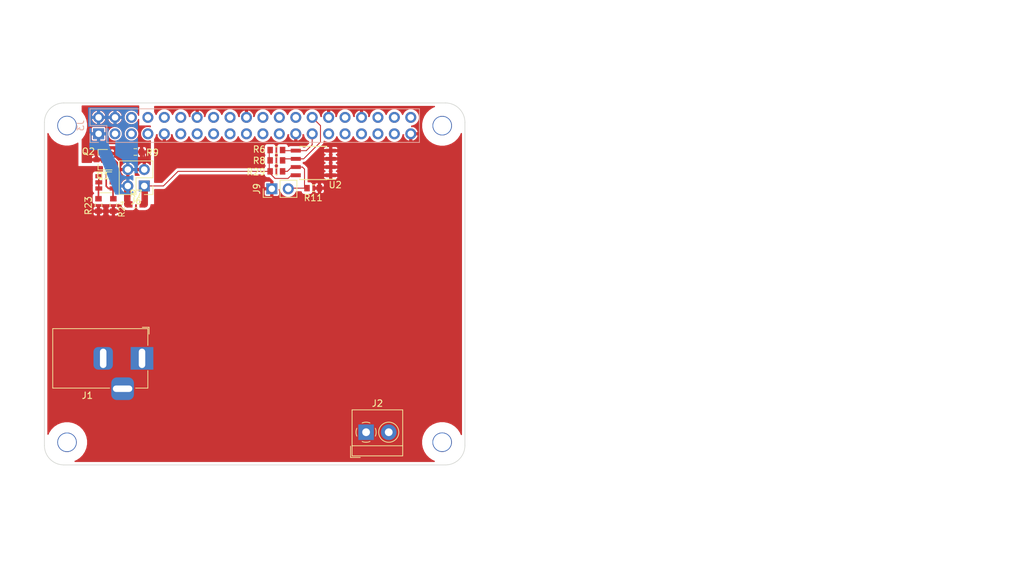
<source format=kicad_pcb>
(kicad_pcb (version 20171130) (host pcbnew "(5.1.9-0-10_14)")

  (general
    (thickness 1.6)
    (drawings 54)
    (tracks 63)
    (zones 0)
    (modules 20)
    (nets 41)
  )

  (page A4)
  (layers
    (0 F.Cu signal)
    (1 In1.Cu signal)
    (2 In2.Cu signal)
    (31 B.Cu signal)
    (32 B.Adhes user)
    (33 F.Adhes user)
    (34 B.Paste user)
    (35 F.Paste user)
    (36 B.SilkS user hide)
    (37 F.SilkS user)
    (38 B.Mask user)
    (39 F.Mask user)
    (40 Dwgs.User user)
    (41 Cmts.User user)
    (42 Eco1.User user hide)
    (43 Eco2.User user hide)
    (44 Edge.Cuts user)
    (45 Margin user hide)
    (46 B.CrtYd user hide)
    (47 F.CrtYd user hide)
    (48 B.Fab user)
    (49 F.Fab user)
  )

  (setup
    (last_trace_width 0.15)
    (user_trace_width 0.15)
    (user_trace_width 0.2)
    (user_trace_width 0.25)
    (user_trace_width 0.4)
    (user_trace_width 0.5)
    (user_trace_width 0.6)
    (user_trace_width 1)
    (user_trace_width 2)
    (trace_clearance 0.2)
    (zone_clearance 0.2)
    (zone_45_only yes)
    (trace_min 0.15)
    (via_size 0.4)
    (via_drill 0.2)
    (via_min_size 0.4)
    (via_min_drill 0.2)
    (uvia_size 0.3)
    (uvia_drill 0.1)
    (uvias_allowed no)
    (uvia_min_size 0.2)
    (uvia_min_drill 0.1)
    (edge_width 0.15)
    (segment_width 0.15)
    (pcb_text_width 0.3)
    (pcb_text_size 1.5 1.5)
    (mod_edge_width 0.15)
    (mod_text_size 0.6 0.6)
    (mod_text_width 0.09)
    (pad_size 1.524 1.524)
    (pad_drill 0.762)
    (pad_to_mask_clearance 0.1)
    (aux_axis_origin 0 0)
    (visible_elements 7FFFFE3F)
    (pcbplotparams
      (layerselection 0x010f8_80000007)
      (usegerberextensions false)
      (usegerberattributes false)
      (usegerberadvancedattributes false)
      (creategerberjobfile false)
      (excludeedgelayer false)
      (linewidth 0.100000)
      (plotframeref false)
      (viasonmask false)
      (mode 1)
      (useauxorigin false)
      (hpglpennumber 1)
      (hpglpenspeed 20)
      (hpglpendiameter 15.000000)
      (psnegative false)
      (psa4output false)
      (plotreference true)
      (plotvalue false)
      (plotinvisibletext false)
      (padsonsilk true)
      (subtractmaskfromsilk false)
      (outputformat 1)
      (mirror false)
      (drillshape 0)
      (scaleselection 1)
      (outputdirectory "prod"))
  )

  (net 0 "")
  (net 1 GND)
  (net 2 /ID_SD_EEPROM)
  (net 3 /ID_SC_EEPROM)
  (net 4 "Net-(Q1-Pad1)")
  (net 5 "Net-(Q2-Pad1)")
  (net 6 /P3V3_HAT)
  (net 7 /P5V_HAT)
  (net 8 /P3V3)
  (net 9 /P5V)
  (net 10 "Net-(J9-Pad2)")
  (net 11 12V)
  (net 12 "Net-(J2-Pad2)")
  (net 13 "Net-(J2-Pad1)")
  (net 14 "Net-(J3-Pad3)")
  (net 15 "Net-(J3-Pad5)")
  (net 16 "Net-(J3-Pad7)")
  (net 17 "Net-(J3-Pad8)")
  (net 18 "Net-(J3-Pad10)")
  (net 19 "Net-(J3-Pad11)")
  (net 20 "Net-(J3-Pad12)")
  (net 21 "Net-(J3-Pad13)")
  (net 22 "Net-(J3-Pad15)")
  (net 23 "Net-(J3-Pad16)")
  (net 24 "Net-(J3-Pad17)")
  (net 25 "Net-(J3-Pad18)")
  (net 26 "Net-(J3-Pad19)")
  (net 27 "Net-(J3-Pad21)")
  (net 28 "Net-(J3-Pad22)")
  (net 29 "Net-(J3-Pad23)")
  (net 30 "Net-(J3-Pad24)")
  (net 31 "Net-(J3-Pad26)")
  (net 32 "Net-(J3-Pad29)")
  (net 33 "Net-(J3-Pad31)")
  (net 34 "Net-(J3-Pad32)")
  (net 35 "Net-(J3-Pad33)")
  (net 36 "Net-(J3-Pad35)")
  (net 37 "Net-(J3-Pad36)")
  (net 38 "Net-(J3-Pad37)")
  (net 39 "Net-(J3-Pad38)")
  (net 40 "Net-(J3-Pad40)")

  (net_class Default "This is the default net class."
    (clearance 0.2)
    (trace_width 0.15)
    (via_dia 0.4)
    (via_drill 0.2)
    (uvia_dia 0.3)
    (uvia_drill 0.1)
    (add_net /ID_SC_EEPROM)
    (add_net /ID_SD_EEPROM)
    (add_net /P3V3)
    (add_net /P3V3_HAT)
    (add_net /P5V)
    (add_net /P5V_HAT)
    (add_net 12V)
    (add_net GND)
    (add_net "Net-(J2-Pad1)")
    (add_net "Net-(J2-Pad2)")
    (add_net "Net-(J3-Pad10)")
    (add_net "Net-(J3-Pad11)")
    (add_net "Net-(J3-Pad12)")
    (add_net "Net-(J3-Pad13)")
    (add_net "Net-(J3-Pad15)")
    (add_net "Net-(J3-Pad16)")
    (add_net "Net-(J3-Pad17)")
    (add_net "Net-(J3-Pad18)")
    (add_net "Net-(J3-Pad19)")
    (add_net "Net-(J3-Pad21)")
    (add_net "Net-(J3-Pad22)")
    (add_net "Net-(J3-Pad23)")
    (add_net "Net-(J3-Pad24)")
    (add_net "Net-(J3-Pad26)")
    (add_net "Net-(J3-Pad29)")
    (add_net "Net-(J3-Pad3)")
    (add_net "Net-(J3-Pad31)")
    (add_net "Net-(J3-Pad32)")
    (add_net "Net-(J3-Pad33)")
    (add_net "Net-(J3-Pad35)")
    (add_net "Net-(J3-Pad36)")
    (add_net "Net-(J3-Pad37)")
    (add_net "Net-(J3-Pad38)")
    (add_net "Net-(J3-Pad40)")
    (add_net "Net-(J3-Pad5)")
    (add_net "Net-(J3-Pad7)")
    (add_net "Net-(J3-Pad8)")
    (add_net "Net-(J9-Pad2)")
    (add_net "Net-(Q1-Pad1)")
    (add_net "Net-(Q2-Pad1)")
  )

  (module TerminalBlock_4Ucon:TerminalBlock_4Ucon_1x02_P3.50mm_Horizontal (layer F.Cu) (tedit 5B294E91) (tstamp 607D9E74)
    (at 128.27 111.76)
    (descr "Terminal Block 4Ucon ItemNo. 19963, 2 pins, pitch 3.5mm, size 7.7x7mm^2, drill diamater 1.2mm, pad diameter 2.4mm, see http://www.4uconnector.com/online/object/4udrawing/19963.pdf, script-generated using https://github.com/pointhi/kicad-footprint-generator/scripts/TerminalBlock_4Ucon")
    (tags "THT Terminal Block 4Ucon ItemNo. 19963 pitch 3.5mm size 7.7x7mm^2 drill 1.2mm pad 2.4mm")
    (path /6087232A)
    (fp_text reference J2 (at 1.75 -4.46) (layer F.SilkS)
      (effects (font (size 1 1) (thickness 0.15)))
    )
    (fp_text value Screw_Terminal_01x02 (at 1.75 4.66) (layer F.Fab)
      (effects (font (size 1 1) (thickness 0.15)))
    )
    (fp_text user %R (at 1.75 2.9) (layer F.Fab)
      (effects (font (size 1 1) (thickness 0.15)))
    )
    (fp_arc (start 0 0) (end -0.608 1.432) (angle -24) (layer F.SilkS) (width 0.12))
    (fp_arc (start 0 0) (end -1.432 -0.608) (angle -46) (layer F.SilkS) (width 0.12))
    (fp_arc (start 0 0) (end 0.608 -1.432) (angle -46) (layer F.SilkS) (width 0.12))
    (fp_arc (start 0 0) (end 1.432 0.608) (angle -46) (layer F.SilkS) (width 0.12))
    (fp_arc (start 0 0) (end 0 1.555) (angle -23) (layer F.SilkS) (width 0.12))
    (fp_circle (center 0 0) (end 1.375 0) (layer F.Fab) (width 0.1))
    (fp_circle (center 3.5 0) (end 4.875 0) (layer F.Fab) (width 0.1))
    (fp_circle (center 3.5 0) (end 5.055 0) (layer F.SilkS) (width 0.12))
    (fp_line (start -2.1 -3.4) (end 5.6 -3.4) (layer F.Fab) (width 0.1))
    (fp_line (start 5.6 -3.4) (end 5.6 3.6) (layer F.Fab) (width 0.1))
    (fp_line (start 5.6 3.6) (end -0.6 3.6) (layer F.Fab) (width 0.1))
    (fp_line (start -0.6 3.6) (end -2.1 2.1) (layer F.Fab) (width 0.1))
    (fp_line (start -2.1 2.1) (end -2.1 -3.4) (layer F.Fab) (width 0.1))
    (fp_line (start -2.1 2.1) (end 5.6 2.1) (layer F.Fab) (width 0.1))
    (fp_line (start -2.16 2.1) (end 5.66 2.1) (layer F.SilkS) (width 0.12))
    (fp_line (start -2.16 -3.46) (end 5.66 -3.46) (layer F.SilkS) (width 0.12))
    (fp_line (start -2.16 3.66) (end 5.66 3.66) (layer F.SilkS) (width 0.12))
    (fp_line (start -2.16 -3.46) (end -2.16 3.66) (layer F.SilkS) (width 0.12))
    (fp_line (start 5.66 -3.46) (end 5.66 3.66) (layer F.SilkS) (width 0.12))
    (fp_line (start -1.1 -0.069) (end -0.069 -0.069) (layer F.Fab) (width 0.1))
    (fp_line (start -0.069 -0.069) (end -0.069 -1.1) (layer F.Fab) (width 0.1))
    (fp_line (start -0.069 -1.1) (end 0.069 -1.1) (layer F.Fab) (width 0.1))
    (fp_line (start 0.069 -1.1) (end 0.069 -0.069) (layer F.Fab) (width 0.1))
    (fp_line (start 0.069 -0.069) (end 1.1 -0.069) (layer F.Fab) (width 0.1))
    (fp_line (start 1.1 -0.069) (end 1.1 0.069) (layer F.Fab) (width 0.1))
    (fp_line (start 1.1 0.069) (end 0.069 0.069) (layer F.Fab) (width 0.1))
    (fp_line (start 0.069 0.069) (end 0.069 1.1) (layer F.Fab) (width 0.1))
    (fp_line (start 0.069 1.1) (end -0.069 1.1) (layer F.Fab) (width 0.1))
    (fp_line (start -0.069 1.1) (end -0.069 0.069) (layer F.Fab) (width 0.1))
    (fp_line (start -0.069 0.069) (end -1.1 0.069) (layer F.Fab) (width 0.1))
    (fp_line (start -1.1 0.069) (end -1.1 -0.069) (layer F.Fab) (width 0.1))
    (fp_line (start 2.4 -0.069) (end 3.431 -0.069) (layer F.Fab) (width 0.1))
    (fp_line (start 3.431 -0.069) (end 3.431 -1.1) (layer F.Fab) (width 0.1))
    (fp_line (start 3.431 -1.1) (end 3.569 -1.1) (layer F.Fab) (width 0.1))
    (fp_line (start 3.569 -1.1) (end 3.569 -0.069) (layer F.Fab) (width 0.1))
    (fp_line (start 3.569 -0.069) (end 4.6 -0.069) (layer F.Fab) (width 0.1))
    (fp_line (start 4.6 -0.069) (end 4.6 0.069) (layer F.Fab) (width 0.1))
    (fp_line (start 4.6 0.069) (end 3.569 0.069) (layer F.Fab) (width 0.1))
    (fp_line (start 3.569 0.069) (end 3.569 1.1) (layer F.Fab) (width 0.1))
    (fp_line (start 3.569 1.1) (end 3.431 1.1) (layer F.Fab) (width 0.1))
    (fp_line (start 3.431 1.1) (end 3.431 0.069) (layer F.Fab) (width 0.1))
    (fp_line (start 3.431 0.069) (end 2.4 0.069) (layer F.Fab) (width 0.1))
    (fp_line (start 2.4 0.069) (end 2.4 -0.069) (layer F.Fab) (width 0.1))
    (fp_line (start -2.4 2.16) (end -2.4 3.9) (layer F.SilkS) (width 0.12))
    (fp_line (start -2.4 3.9) (end -0.9 3.9) (layer F.SilkS) (width 0.12))
    (fp_line (start -2.6 -3.9) (end -2.6 4.1) (layer F.CrtYd) (width 0.05))
    (fp_line (start -2.6 4.1) (end 6.1 4.1) (layer F.CrtYd) (width 0.05))
    (fp_line (start 6.1 4.1) (end 6.1 -3.9) (layer F.CrtYd) (width 0.05))
    (fp_line (start 6.1 -3.9) (end -2.6 -3.9) (layer F.CrtYd) (width 0.05))
    (pad 2 thru_hole circle (at 3.5 0) (size 2.4 2.4) (drill 1.2) (layers *.Cu *.Mask)
      (net 12 "Net-(J2-Pad2)"))
    (pad 1 thru_hole rect (at 0 0) (size 2.4 2.4) (drill 1.2) (layers *.Cu *.Mask)
      (net 13 "Net-(J2-Pad1)"))
    (model ${KISYS3DMOD}/TerminalBlock_4Ucon.3dshapes/TerminalBlock_4Ucon_1x02_P3.50mm_Horizontal.wrl
      (at (xyz 0 0 0))
      (scale (xyz 1 1 1))
      (rotate (xyz 0 0 0))
    )
  )

  (module Connector_BarrelJack:BarrelJack_Horizontal (layer F.Cu) (tedit 5A1DBF6A) (tstamp 607D9E3C)
    (at 93.63 100.33)
    (descr "DC Barrel Jack")
    (tags "Power Jack")
    (path /6084E32D)
    (fp_text reference J1 (at -8.45 5.75) (layer F.SilkS)
      (effects (font (size 1 1) (thickness 0.15)))
    )
    (fp_text value Barrel_Jack (at -6.2 -5.5) (layer F.Fab)
      (effects (font (size 1 1) (thickness 0.15)))
    )
    (fp_text user %R (at -3 -2.95) (layer F.Fab)
      (effects (font (size 1 1) (thickness 0.15)))
    )
    (fp_line (start -0.003213 -4.505425) (end 0.8 -3.75) (layer F.Fab) (width 0.1))
    (fp_line (start 1.1 -3.75) (end 1.1 -4.8) (layer F.SilkS) (width 0.12))
    (fp_line (start 0.05 -4.8) (end 1.1 -4.8) (layer F.SilkS) (width 0.12))
    (fp_line (start 1 -4.5) (end 1 -4.75) (layer F.CrtYd) (width 0.05))
    (fp_line (start 1 -4.75) (end -14 -4.75) (layer F.CrtYd) (width 0.05))
    (fp_line (start 1 -4.5) (end 1 -2) (layer F.CrtYd) (width 0.05))
    (fp_line (start 1 -2) (end 2 -2) (layer F.CrtYd) (width 0.05))
    (fp_line (start 2 -2) (end 2 2) (layer F.CrtYd) (width 0.05))
    (fp_line (start 2 2) (end 1 2) (layer F.CrtYd) (width 0.05))
    (fp_line (start 1 2) (end 1 4.75) (layer F.CrtYd) (width 0.05))
    (fp_line (start 1 4.75) (end -1 4.75) (layer F.CrtYd) (width 0.05))
    (fp_line (start -1 4.75) (end -1 6.75) (layer F.CrtYd) (width 0.05))
    (fp_line (start -1 6.75) (end -5 6.75) (layer F.CrtYd) (width 0.05))
    (fp_line (start -5 6.75) (end -5 4.75) (layer F.CrtYd) (width 0.05))
    (fp_line (start -5 4.75) (end -14 4.75) (layer F.CrtYd) (width 0.05))
    (fp_line (start -14 4.75) (end -14 -4.75) (layer F.CrtYd) (width 0.05))
    (fp_line (start -5 4.6) (end -13.8 4.6) (layer F.SilkS) (width 0.12))
    (fp_line (start -13.8 4.6) (end -13.8 -4.6) (layer F.SilkS) (width 0.12))
    (fp_line (start 0.9 1.9) (end 0.9 4.6) (layer F.SilkS) (width 0.12))
    (fp_line (start 0.9 4.6) (end -1 4.6) (layer F.SilkS) (width 0.12))
    (fp_line (start -13.8 -4.6) (end 0.9 -4.6) (layer F.SilkS) (width 0.12))
    (fp_line (start 0.9 -4.6) (end 0.9 -2) (layer F.SilkS) (width 0.12))
    (fp_line (start -10.2 -4.5) (end -10.2 4.5) (layer F.Fab) (width 0.1))
    (fp_line (start -13.7 -4.5) (end -13.7 4.5) (layer F.Fab) (width 0.1))
    (fp_line (start -13.7 4.5) (end 0.8 4.5) (layer F.Fab) (width 0.1))
    (fp_line (start 0.8 4.5) (end 0.8 -3.75) (layer F.Fab) (width 0.1))
    (fp_line (start 0 -4.5) (end -13.7 -4.5) (layer F.Fab) (width 0.1))
    (pad 3 thru_hole roundrect (at -3 4.7) (size 3.5 3.5) (drill oval 3 1) (layers *.Cu *.Mask) (roundrect_rratio 0.25))
    (pad 2 thru_hole roundrect (at -6 0) (size 3 3.5) (drill oval 1 3) (layers *.Cu *.Mask) (roundrect_rratio 0.25)
      (net 1 GND))
    (pad 1 thru_hole rect (at 0 0) (size 3.5 3.5) (drill oval 1 3) (layers *.Cu *.Mask)
      (net 11 12V))
    (model ${KISYS3DMOD}/Connector_BarrelJack.3dshapes/BarrelJack_Horizontal.wrl
      (at (xyz 0 0 0))
      (scale (xyz 1 1 1))
      (rotate (xyz 0 0 0))
    )
  )

  (module Connector_PinSocket_2.54mm:PinSocket_2x20_P2.54mm_Vertical locked (layer B.Cu) (tedit 5A19A433) (tstamp 5A78A50E)
    (at 86.92 65.59 270)
    (descr "Through hole straight socket strip, 2x20, 2.54mm pitch, double cols (from Kicad 4.0.7), script generated")
    (tags "Through hole socket strip THT 2x20 2.54mm double row")
    (path /58DFC771)
    (fp_text reference J3 (at -1.27 2.77 270) (layer B.SilkS)
      (effects (font (size 1 1) (thickness 0.15)) (justify mirror))
    )
    (fp_text value 40HAT (at -1.27 -51.03 270) (layer B.Fab)
      (effects (font (size 0.6 0.6) (thickness 0.09)) (justify mirror))
    )
    (fp_line (start -4.34 -50) (end -4.34 1.8) (layer B.CrtYd) (width 0.05))
    (fp_line (start 1.76 -50) (end -4.34 -50) (layer B.CrtYd) (width 0.05))
    (fp_line (start 1.76 1.8) (end 1.76 -50) (layer B.CrtYd) (width 0.05))
    (fp_line (start -4.34 1.8) (end 1.76 1.8) (layer B.CrtYd) (width 0.05))
    (fp_line (start 0 1.33) (end 1.33 1.33) (layer B.SilkS) (width 0.12))
    (fp_line (start 1.33 1.33) (end 1.33 0) (layer B.SilkS) (width 0.12))
    (fp_line (start -1.27 1.33) (end -1.27 -1.27) (layer B.SilkS) (width 0.12))
    (fp_line (start -1.27 -1.27) (end 1.33 -1.27) (layer B.SilkS) (width 0.12))
    (fp_line (start 1.33 -1.27) (end 1.33 -49.59) (layer B.SilkS) (width 0.12))
    (fp_line (start -3.87 -49.59) (end 1.33 -49.59) (layer B.SilkS) (width 0.12))
    (fp_line (start -3.87 1.33) (end -3.87 -49.59) (layer B.SilkS) (width 0.12))
    (fp_line (start -3.87 1.33) (end -1.27 1.33) (layer B.SilkS) (width 0.12))
    (fp_line (start -3.81 -49.53) (end -3.81 1.27) (layer B.Fab) (width 0.1))
    (fp_line (start 1.27 -49.53) (end -3.81 -49.53) (layer B.Fab) (width 0.1))
    (fp_line (start 1.27 0.27) (end 1.27 -49.53) (layer B.Fab) (width 0.1))
    (fp_line (start 0.27 1.27) (end 1.27 0.27) (layer B.Fab) (width 0.1))
    (fp_line (start -3.81 1.27) (end 0.27 1.27) (layer B.Fab) (width 0.1))
    (fp_text user %R (at -1.27 -24.13 180) (layer B.Fab)
      (effects (font (size 1 1) (thickness 0.15)) (justify mirror))
    )
    (pad 1 thru_hole rect (at 0 0 270) (size 1.7 1.7) (drill 1) (layers *.Cu *.Mask)
      (net 6 /P3V3_HAT))
    (pad 2 thru_hole oval (at -2.54 0 270) (size 1.7 1.7) (drill 1) (layers *.Cu *.Mask)
      (net 7 /P5V_HAT))
    (pad 3 thru_hole oval (at 0 -2.54 270) (size 1.7 1.7) (drill 1) (layers *.Cu *.Mask)
      (net 14 "Net-(J3-Pad3)"))
    (pad 4 thru_hole oval (at -2.54 -2.54 270) (size 1.7 1.7) (drill 1) (layers *.Cu *.Mask)
      (net 7 /P5V_HAT))
    (pad 5 thru_hole oval (at 0 -5.08 270) (size 1.7 1.7) (drill 1) (layers *.Cu *.Mask)
      (net 15 "Net-(J3-Pad5)"))
    (pad 6 thru_hole oval (at -2.54 -5.08 270) (size 1.7 1.7) (drill 1) (layers *.Cu *.Mask)
      (net 1 GND))
    (pad 7 thru_hole oval (at 0 -7.62 270) (size 1.7 1.7) (drill 1) (layers *.Cu *.Mask)
      (net 16 "Net-(J3-Pad7)"))
    (pad 8 thru_hole oval (at -2.54 -7.62 270) (size 1.7 1.7) (drill 1) (layers *.Cu *.Mask)
      (net 17 "Net-(J3-Pad8)"))
    (pad 9 thru_hole oval (at 0 -10.16 270) (size 1.7 1.7) (drill 1) (layers *.Cu *.Mask)
      (net 1 GND))
    (pad 10 thru_hole oval (at -2.54 -10.16 270) (size 1.7 1.7) (drill 1) (layers *.Cu *.Mask)
      (net 18 "Net-(J3-Pad10)"))
    (pad 11 thru_hole oval (at 0 -12.7 270) (size 1.7 1.7) (drill 1) (layers *.Cu *.Mask)
      (net 19 "Net-(J3-Pad11)"))
    (pad 12 thru_hole oval (at -2.54 -12.7 270) (size 1.7 1.7) (drill 1) (layers *.Cu *.Mask)
      (net 20 "Net-(J3-Pad12)"))
    (pad 13 thru_hole oval (at 0 -15.24 270) (size 1.7 1.7) (drill 1) (layers *.Cu *.Mask)
      (net 21 "Net-(J3-Pad13)"))
    (pad 14 thru_hole oval (at -2.54 -15.24 270) (size 1.7 1.7) (drill 1) (layers *.Cu *.Mask)
      (net 1 GND))
    (pad 15 thru_hole oval (at 0 -17.78 270) (size 1.7 1.7) (drill 1) (layers *.Cu *.Mask)
      (net 22 "Net-(J3-Pad15)"))
    (pad 16 thru_hole oval (at -2.54 -17.78 270) (size 1.7 1.7) (drill 1) (layers *.Cu *.Mask)
      (net 23 "Net-(J3-Pad16)"))
    (pad 17 thru_hole oval (at 0 -20.32 270) (size 1.7 1.7) (drill 1) (layers *.Cu *.Mask)
      (net 24 "Net-(J3-Pad17)"))
    (pad 18 thru_hole oval (at -2.54 -20.32 270) (size 1.7 1.7) (drill 1) (layers *.Cu *.Mask)
      (net 25 "Net-(J3-Pad18)"))
    (pad 19 thru_hole oval (at 0 -22.86 270) (size 1.7 1.7) (drill 1) (layers *.Cu *.Mask)
      (net 26 "Net-(J3-Pad19)"))
    (pad 20 thru_hole oval (at -2.54 -22.86 270) (size 1.7 1.7) (drill 1) (layers *.Cu *.Mask)
      (net 1 GND))
    (pad 21 thru_hole oval (at 0 -25.4 270) (size 1.7 1.7) (drill 1) (layers *.Cu *.Mask)
      (net 27 "Net-(J3-Pad21)"))
    (pad 22 thru_hole oval (at -2.54 -25.4 270) (size 1.7 1.7) (drill 1) (layers *.Cu *.Mask)
      (net 28 "Net-(J3-Pad22)"))
    (pad 23 thru_hole oval (at 0 -27.94 270) (size 1.7 1.7) (drill 1) (layers *.Cu *.Mask)
      (net 29 "Net-(J3-Pad23)"))
    (pad 24 thru_hole oval (at -2.54 -27.94 270) (size 1.7 1.7) (drill 1) (layers *.Cu *.Mask)
      (net 30 "Net-(J3-Pad24)"))
    (pad 25 thru_hole oval (at 0 -30.48 270) (size 1.7 1.7) (drill 1) (layers *.Cu *.Mask)
      (net 1 GND))
    (pad 26 thru_hole oval (at -2.54 -30.48 270) (size 1.7 1.7) (drill 1) (layers *.Cu *.Mask)
      (net 31 "Net-(J3-Pad26)"))
    (pad 27 thru_hole oval (at 0 -33.02 270) (size 1.7 1.7) (drill 1) (layers *.Cu *.Mask)
      (net 2 /ID_SD_EEPROM))
    (pad 28 thru_hole oval (at -2.54 -33.02 270) (size 1.7 1.7) (drill 1) (layers *.Cu *.Mask)
      (net 3 /ID_SC_EEPROM))
    (pad 29 thru_hole oval (at 0 -35.56 270) (size 1.7 1.7) (drill 1) (layers *.Cu *.Mask)
      (net 32 "Net-(J3-Pad29)"))
    (pad 30 thru_hole oval (at -2.54 -35.56 270) (size 1.7 1.7) (drill 1) (layers *.Cu *.Mask)
      (net 1 GND))
    (pad 31 thru_hole oval (at 0 -38.1 270) (size 1.7 1.7) (drill 1) (layers *.Cu *.Mask)
      (net 33 "Net-(J3-Pad31)"))
    (pad 32 thru_hole oval (at -2.54 -38.1 270) (size 1.7 1.7) (drill 1) (layers *.Cu *.Mask)
      (net 34 "Net-(J3-Pad32)"))
    (pad 33 thru_hole oval (at 0 -40.64 270) (size 1.7 1.7) (drill 1) (layers *.Cu *.Mask)
      (net 35 "Net-(J3-Pad33)"))
    (pad 34 thru_hole oval (at -2.54 -40.64 270) (size 1.7 1.7) (drill 1) (layers *.Cu *.Mask)
      (net 1 GND))
    (pad 35 thru_hole oval (at 0 -43.18 270) (size 1.7 1.7) (drill 1) (layers *.Cu *.Mask)
      (net 36 "Net-(J3-Pad35)"))
    (pad 36 thru_hole oval (at -2.54 -43.18 270) (size 1.7 1.7) (drill 1) (layers *.Cu *.Mask)
      (net 37 "Net-(J3-Pad36)"))
    (pad 37 thru_hole oval (at 0 -45.72 270) (size 1.7 1.7) (drill 1) (layers *.Cu *.Mask)
      (net 38 "Net-(J3-Pad37)"))
    (pad 38 thru_hole oval (at -2.54 -45.72 270) (size 1.7 1.7) (drill 1) (layers *.Cu *.Mask)
      (net 39 "Net-(J3-Pad38)"))
    (pad 39 thru_hole oval (at 0 -48.26 270) (size 1.7 1.7) (drill 1) (layers *.Cu *.Mask)
      (net 1 GND))
    (pad 40 thru_hole oval (at -2.54 -48.26 270) (size 1.7 1.7) (drill 1) (layers *.Cu *.Mask)
      (net 40 "Net-(J3-Pad40)"))
    (model ${KISYS3DMOD}/Connector_PinSocket_2.54mm.3dshapes/PinSocket_2x20_P2.54mm_Vertical.wrl
      (at (xyz 0 0 0))
      (scale (xyz 1 1 1))
      (rotate (xyz 0 0 0))
    )
  )

  (module Package_SOIC:SOIC-8_3.9x4.9mm_P1.27mm (layer F.Cu) (tedit 5A02F2D3) (tstamp 5A78A4F2)
    (at 120.1 70.1 180)
    (descr "8-Lead Plastic Small Outline (SN) - Narrow, 3.90 mm Body [SOIC] (see Microchip Packaging Specification 00000049BS.pdf)")
    (tags "SOIC 1.27")
    (path /58E1713F)
    (attr smd)
    (fp_text reference U2 (at -3.4 -3.4 180) (layer F.SilkS)
      (effects (font (size 1 1) (thickness 0.15)))
    )
    (fp_text value CAT24C32 (at -2.65 0.1 270) (layer F.Fab)
      (effects (font (size 0.6 0.6) (thickness 0.09)))
    )
    (fp_line (start -2.075 -2.525) (end -3.475 -2.525) (layer F.SilkS) (width 0.15))
    (fp_line (start -2.075 2.575) (end 2.075 2.575) (layer F.SilkS) (width 0.15))
    (fp_line (start -2.075 -2.575) (end 2.075 -2.575) (layer F.SilkS) (width 0.15))
    (fp_line (start -2.075 2.575) (end -2.075 2.43) (layer F.SilkS) (width 0.15))
    (fp_line (start 2.075 2.575) (end 2.075 2.43) (layer F.SilkS) (width 0.15))
    (fp_line (start 2.075 -2.575) (end 2.075 -2.43) (layer F.SilkS) (width 0.15))
    (fp_line (start -2.075 -2.575) (end -2.075 -2.525) (layer F.SilkS) (width 0.15))
    (fp_line (start -3.73 2.7) (end 3.73 2.7) (layer F.CrtYd) (width 0.05))
    (fp_line (start -3.73 -2.7) (end 3.73 -2.7) (layer F.CrtYd) (width 0.05))
    (fp_line (start 3.73 -2.7) (end 3.73 2.7) (layer F.CrtYd) (width 0.05))
    (fp_line (start -3.73 -2.7) (end -3.73 2.7) (layer F.CrtYd) (width 0.05))
    (fp_line (start -1.95 -1.45) (end -0.95 -2.45) (layer F.Fab) (width 0.1))
    (fp_line (start -1.95 2.45) (end -1.95 -1.45) (layer F.Fab) (width 0.1))
    (fp_line (start 1.95 2.45) (end -1.95 2.45) (layer F.Fab) (width 0.1))
    (fp_line (start 1.95 -2.45) (end 1.95 2.45) (layer F.Fab) (width 0.1))
    (fp_line (start -0.95 -2.45) (end 1.95 -2.45) (layer F.Fab) (width 0.1))
    (fp_text user %R (at 0 0 180) (layer F.Fab)
      (effects (font (size 1 1) (thickness 0.15)))
    )
    (pad 1 smd rect (at -2.7 -1.905 180) (size 1.55 0.6) (layers F.Cu F.Paste F.Mask)
      (net 1 GND))
    (pad 2 smd rect (at -2.7 -0.635 180) (size 1.55 0.6) (layers F.Cu F.Paste F.Mask)
      (net 1 GND))
    (pad 3 smd rect (at -2.7 0.635 180) (size 1.55 0.6) (layers F.Cu F.Paste F.Mask)
      (net 1 GND))
    (pad 4 smd rect (at -2.7 1.905 180) (size 1.55 0.6) (layers F.Cu F.Paste F.Mask)
      (net 1 GND))
    (pad 5 smd rect (at 2.7 1.905 180) (size 1.55 0.6) (layers F.Cu F.Paste F.Mask)
      (net 2 /ID_SD_EEPROM))
    (pad 6 smd rect (at 2.7 0.635 180) (size 1.55 0.6) (layers F.Cu F.Paste F.Mask)
      (net 3 /ID_SC_EEPROM))
    (pad 7 smd rect (at 2.7 -0.635 180) (size 1.55 0.6) (layers F.Cu F.Paste F.Mask)
      (net 10 "Net-(J9-Pad2)"))
    (pad 8 smd rect (at 2.7 -1.905 180) (size 1.55 0.6) (layers F.Cu F.Paste F.Mask)
      (net 8 /P3V3))
    (model ${KISYS3DMOD}/Package_SO.3dshapes/SOIC-8_3.9x4.9mm_P1.27mm.wrl
      (at (xyz 0 0 0))
      (scale (xyz 1 1 1))
      (rotate (xyz 0 0 0))
    )
  )

  (module Resistor_SMD:R_0603_1608Metric_Pad0.84x1.00mm_HandSolder (layer F.Cu) (tedit 59FE48B8) (tstamp 5A78A4B9)
    (at 114.4 69.7)
    (descr "Resistor SMD 0603 (1608 Metric), square (rectangular) end terminal, IPC_7351 nominal with elongated pad for handsoldering. (Body size source: http://www.tortai-tech.com/upload/download/2011102023233369053.pdf), generated with kicad-footprint-generator")
    (tags "resistor handsolder")
    (path /58E17720)
    (attr smd)
    (fp_text reference R8 (at -2.65 0.05) (layer F.SilkS)
      (effects (font (size 1 1) (thickness 0.15)))
    )
    (fp_text value 3.9K (at 1.85 0.05) (layer F.Fab)
      (effects (font (size 0.6 0.6) (thickness 0.09)))
    )
    (fp_line (start -0.8 0.4) (end -0.8 -0.4) (layer F.Fab) (width 0.1))
    (fp_line (start -0.8 -0.4) (end 0.8 -0.4) (layer F.Fab) (width 0.1))
    (fp_line (start 0.8 -0.4) (end 0.8 0.4) (layer F.Fab) (width 0.1))
    (fp_line (start 0.8 0.4) (end -0.8 0.4) (layer F.Fab) (width 0.1))
    (fp_line (start -0.22 -0.51) (end 0.22 -0.51) (layer F.SilkS) (width 0.12))
    (fp_line (start -0.22 0.51) (end 0.22 0.51) (layer F.SilkS) (width 0.12))
    (fp_line (start -1.64 0.75) (end -1.64 -0.75) (layer F.CrtYd) (width 0.05))
    (fp_line (start -1.64 -0.75) (end 1.64 -0.75) (layer F.CrtYd) (width 0.05))
    (fp_line (start 1.64 -0.75) (end 1.64 0.75) (layer F.CrtYd) (width 0.05))
    (fp_line (start 1.64 0.75) (end -1.64 0.75) (layer F.CrtYd) (width 0.05))
    (fp_text user %R (at 0 0) (layer F.Fab)
      (effects (font (size 0.5 0.5) (thickness 0.08)))
    )
    (pad 2 smd rect (at 0.9625 0) (size 0.845 1) (layers F.Cu F.Paste F.Mask)
      (net 3 /ID_SC_EEPROM))
    (pad 1 smd rect (at -0.9625 0) (size 0.845 1) (layers F.Cu F.Paste F.Mask)
      (net 8 /P3V3))
    (model ${KISYS3DMOD}/Resistor_SMD.3dshapes/R_0603_1608Metric.wrl
      (at (xyz 0 0 0))
      (scale (xyz 1 1 1))
      (rotate (xyz 0 0 0))
    )
  )

  (module Connector_PinHeader_2.54mm:PinHeader_2x02_P2.54mm_Vertical (layer F.Cu) (tedit 59FED5CC) (tstamp 5A78A54B)
    (at 93.98 73.66 180)
    (descr "Through hole straight pin header, 2x02, 2.54mm pitch, double rows")
    (tags "Through hole pin header THT 2x02 2.54mm double row")
    (path /58E13683)
    (fp_text reference J6 (at 1.27 -2.33 180) (layer F.SilkS)
      (effects (font (size 1 1) (thickness 0.15)))
    )
    (fp_text value CONN_02X02 (at -2.032 1.27 270) (layer F.Fab)
      (effects (font (size 0.6 0.6) (thickness 0.09)))
    )
    (fp_line (start 0 -1.27) (end 3.81 -1.27) (layer F.Fab) (width 0.1))
    (fp_line (start 3.81 -1.27) (end 3.81 3.81) (layer F.Fab) (width 0.1))
    (fp_line (start 3.81 3.81) (end -1.27 3.81) (layer F.Fab) (width 0.1))
    (fp_line (start -1.27 3.81) (end -1.27 0) (layer F.Fab) (width 0.1))
    (fp_line (start -1.27 0) (end 0 -1.27) (layer F.Fab) (width 0.1))
    (fp_line (start -1.33 3.87) (end 3.87 3.87) (layer F.SilkS) (width 0.12))
    (fp_line (start -1.33 1.27) (end -1.33 3.87) (layer F.SilkS) (width 0.12))
    (fp_line (start 3.87 -1.33) (end 3.87 3.87) (layer F.SilkS) (width 0.12))
    (fp_line (start -1.33 1.27) (end 1.27 1.27) (layer F.SilkS) (width 0.12))
    (fp_line (start 1.27 1.27) (end 1.27 -1.33) (layer F.SilkS) (width 0.12))
    (fp_line (start 1.27 -1.33) (end 3.87 -1.33) (layer F.SilkS) (width 0.12))
    (fp_line (start -1.33 0) (end -1.33 -1.33) (layer F.SilkS) (width 0.12))
    (fp_line (start -1.33 -1.33) (end 0 -1.33) (layer F.SilkS) (width 0.12))
    (fp_line (start -1.8 -1.8) (end -1.8 4.35) (layer F.CrtYd) (width 0.05))
    (fp_line (start -1.8 4.35) (end 4.35 4.35) (layer F.CrtYd) (width 0.05))
    (fp_line (start 4.35 4.35) (end 4.35 -1.8) (layer F.CrtYd) (width 0.05))
    (fp_line (start 4.35 -1.8) (end -1.8 -1.8) (layer F.CrtYd) (width 0.05))
    (fp_text user %R (at 1.27 1.27 270) (layer F.Fab)
      (effects (font (size 1 1) (thickness 0.15)))
    )
    (pad 4 thru_hole oval (at 2.54 2.54 180) (size 1.7 1.7) (drill 1) (layers *.Cu *.Mask)
      (net 7 /P5V_HAT))
    (pad 3 thru_hole oval (at 0 2.54 180) (size 1.7 1.7) (drill 1) (layers *.Cu *.Mask)
      (net 9 /P5V))
    (pad 2 thru_hole oval (at 2.54 0 180) (size 1.7 1.7) (drill 1) (layers *.Cu *.Mask)
      (net 6 /P3V3_HAT))
    (pad 1 thru_hole rect (at 0 0 180) (size 1.7 1.7) (drill 1) (layers *.Cu *.Mask)
      (net 8 /P3V3))
    (model ${KISYS3DMOD}/Connector_PinHeader_2.54mm.3dshapes/PinHeader_2x02_P2.54mm_Vertical.wrl
      (at (xyz 0 0 0))
      (scale (xyz 1 1 1))
      (rotate (xyz 0 0 0))
    )
  )

  (module Connector_PinHeader_2.54mm:PinHeader_1x02_P2.54mm_Vertical (layer F.Cu) (tedit 59FED5CC) (tstamp 5A78A564)
    (at 113.7 74.1 90)
    (descr "Through hole straight pin header, 1x02, 2.54mm pitch, single row")
    (tags "Through hole pin header THT 1x02 2.54mm single row")
    (path /58E18D32)
    (fp_text reference J9 (at 0 -2.33 90) (layer F.SilkS)
      (effects (font (size 1 1) (thickness 0.15)))
    )
    (fp_text value CONN_01X02 (at -1.9 1.3 180) (layer F.Fab)
      (effects (font (size 0.6 0.6) (thickness 0.09)))
    )
    (fp_line (start 1.8 -1.8) (end -1.8 -1.8) (layer F.CrtYd) (width 0.05))
    (fp_line (start 1.8 4.35) (end 1.8 -1.8) (layer F.CrtYd) (width 0.05))
    (fp_line (start -1.8 4.35) (end 1.8 4.35) (layer F.CrtYd) (width 0.05))
    (fp_line (start -1.8 -1.8) (end -1.8 4.35) (layer F.CrtYd) (width 0.05))
    (fp_line (start -1.33 -1.33) (end 0 -1.33) (layer F.SilkS) (width 0.12))
    (fp_line (start -1.33 0) (end -1.33 -1.33) (layer F.SilkS) (width 0.12))
    (fp_line (start -1.33 1.27) (end 1.33 1.27) (layer F.SilkS) (width 0.12))
    (fp_line (start 1.33 1.27) (end 1.33 3.87) (layer F.SilkS) (width 0.12))
    (fp_line (start -1.33 1.27) (end -1.33 3.87) (layer F.SilkS) (width 0.12))
    (fp_line (start -1.33 3.87) (end 1.33 3.87) (layer F.SilkS) (width 0.12))
    (fp_line (start -1.27 -0.635) (end -0.635 -1.27) (layer F.Fab) (width 0.1))
    (fp_line (start -1.27 3.81) (end -1.27 -0.635) (layer F.Fab) (width 0.1))
    (fp_line (start 1.27 3.81) (end -1.27 3.81) (layer F.Fab) (width 0.1))
    (fp_line (start 1.27 -1.27) (end 1.27 3.81) (layer F.Fab) (width 0.1))
    (fp_line (start -0.635 -1.27) (end 1.27 -1.27) (layer F.Fab) (width 0.1))
    (fp_text user %R (at 0 1.27 180) (layer F.Fab)
      (effects (font (size 1 1) (thickness 0.15)))
    )
    (pad 1 thru_hole rect (at 0 0 90) (size 1.7 1.7) (drill 1) (layers *.Cu *.Mask)
      (net 1 GND))
    (pad 2 thru_hole oval (at 0 2.54 90) (size 1.7 1.7) (drill 1) (layers *.Cu *.Mask)
      (net 10 "Net-(J9-Pad2)"))
    (model ${KISYS3DMOD}/Connector_PinHeader_2.54mm.3dshapes/PinHeader_1x02_P2.54mm_Vertical.wrl
      (at (xyz 0 0 0))
      (scale (xyz 1 1 1))
      (rotate (xyz 0 0 0))
    )
  )

  (module Package_TO_SOT_SMD:SOT-23 (layer F.Cu) (tedit 5A6D06A4) (tstamp 5A78A4DE)
    (at 87.6 69.6 180)
    (descr "SOT-23, Standard")
    (tags SOT-23)
    (path /58E14EB1)
    (attr smd)
    (fp_text reference Q1 (at 0 -2.5 180) (layer F.SilkS)
      (effects (font (size 1 1) (thickness 0.15)))
    )
    (fp_text value DMG2305UX (at 1.494 2.036) (layer F.Fab)
      (effects (font (size 0.6 0.6) (thickness 0.09)))
    )
    (fp_line (start 0.76 1.58) (end -0.7 1.58) (layer F.SilkS) (width 0.12))
    (fp_line (start 0.76 -1.58) (end -1.4 -1.58) (layer F.SilkS) (width 0.12))
    (fp_line (start -1.7 1.75) (end -1.7 -1.75) (layer F.CrtYd) (width 0.05))
    (fp_line (start 1.7 1.75) (end -1.7 1.75) (layer F.CrtYd) (width 0.05))
    (fp_line (start 1.7 -1.75) (end 1.7 1.75) (layer F.CrtYd) (width 0.05))
    (fp_line (start -1.7 -1.75) (end 1.7 -1.75) (layer F.CrtYd) (width 0.05))
    (fp_line (start 0.76 -1.58) (end 0.76 -0.65) (layer F.SilkS) (width 0.12))
    (fp_line (start 0.76 1.58) (end 0.76 0.65) (layer F.SilkS) (width 0.12))
    (fp_line (start -0.7 1.52) (end 0.7 1.52) (layer F.Fab) (width 0.1))
    (fp_line (start 0.7 -1.52) (end 0.7 1.52) (layer F.Fab) (width 0.1))
    (fp_line (start -0.7 -0.95) (end -0.15 -1.52) (layer F.Fab) (width 0.1))
    (fp_line (start -0.15 -1.52) (end 0.7 -1.52) (layer F.Fab) (width 0.1))
    (fp_line (start -0.7 -0.95) (end -0.7 1.5) (layer F.Fab) (width 0.1))
    (fp_text user %R (at 0 0 270) (layer F.Fab)
      (effects (font (size 0.5 0.5) (thickness 0.075)))
    )
    (pad 1 smd rect (at -1 -0.95 180) (size 0.9 0.8) (layers F.Cu F.Paste F.Mask)
      (net 4 "Net-(Q1-Pad1)"))
    (pad 2 smd rect (at -1 0.95 180) (size 0.9 0.8) (layers F.Cu F.Paste F.Mask)
      (net 7 /P5V_HAT))
    (pad 3 smd rect (at 1 0 180) (size 0.9 0.8) (layers F.Cu F.Paste F.Mask)
      (net 9 /P5V))
    (model ${KISYS3DMOD}/Package_TO_SOT_SMD.3dshapes/SOT-23.wrl
      (at (xyz 0 0 0))
      (scale (xyz 1 1 1))
      (rotate (xyz 0 0 0))
    )
  )

  (module Package_TO_SOT_SMD:SOT-23-6 (layer F.Cu) (tedit 5A02FF57) (tstamp 5A78A4C9)
    (at 88.05 73.1)
    (descr "6-pin SOT-23 package")
    (tags SOT-23-6)
    (path /58E1538B)
    (attr smd)
    (fp_text reference Q2 (at -2.706 -4.774) (layer F.SilkS)
      (effects (font (size 1 1) (thickness 0.15)))
    )
    (fp_text value DMMT5401 (at -2.452 -0.202 90) (layer F.Fab)
      (effects (font (size 0.6 0.6) (thickness 0.09)))
    )
    (fp_line (start 0.9 -1.55) (end 0.9 1.55) (layer F.Fab) (width 0.1))
    (fp_line (start 0.9 1.55) (end -0.9 1.55) (layer F.Fab) (width 0.1))
    (fp_line (start -0.9 -0.9) (end -0.9 1.55) (layer F.Fab) (width 0.1))
    (fp_line (start 0.9 -1.55) (end -0.25 -1.55) (layer F.Fab) (width 0.1))
    (fp_line (start -0.9 -0.9) (end -0.25 -1.55) (layer F.Fab) (width 0.1))
    (fp_line (start -1.9 -1.8) (end -1.9 1.8) (layer F.CrtYd) (width 0.05))
    (fp_line (start -1.9 1.8) (end 1.9 1.8) (layer F.CrtYd) (width 0.05))
    (fp_line (start 1.9 1.8) (end 1.9 -1.8) (layer F.CrtYd) (width 0.05))
    (fp_line (start 1.9 -1.8) (end -1.9 -1.8) (layer F.CrtYd) (width 0.05))
    (fp_line (start 0.9 -1.61) (end -1.55 -1.61) (layer F.SilkS) (width 0.12))
    (fp_line (start -0.9 1.61) (end 0.9 1.61) (layer F.SilkS) (width 0.12))
    (fp_text user %R (at 0 0 90) (layer F.Fab)
      (effects (font (size 0.5 0.5) (thickness 0.075)))
    )
    (pad 1 smd rect (at -1.1 -0.95) (size 1.06 0.65) (layers F.Cu F.Paste F.Mask)
      (net 5 "Net-(Q2-Pad1)"))
    (pad 2 smd rect (at -1.1 0) (size 1.06 0.65) (layers F.Cu F.Paste F.Mask)
      (net 5 "Net-(Q2-Pad1)"))
    (pad 3 smd rect (at -1.1 0.95) (size 1.06 0.65) (layers F.Cu F.Paste F.Mask)
      (net 5 "Net-(Q2-Pad1)"))
    (pad 4 smd rect (at 1.1 0.95) (size 1.06 0.65) (layers F.Cu F.Paste F.Mask)
      (net 4 "Net-(Q1-Pad1)"))
    (pad 6 smd rect (at 1.1 -0.95) (size 1.06 0.65) (layers F.Cu F.Paste F.Mask)
      (net 9 /P5V))
    (pad 5 smd rect (at 1.1 0) (size 1.06 0.65) (layers F.Cu F.Paste F.Mask)
      (net 7 /P5V_HAT))
    (model ${KISYS3DMOD}/Package_TO_SOT_SMD.3dshapes/SOT-23-6.wrl
      (at (xyz 0 0 0))
      (scale (xyz 1 1 1))
      (rotate (xyz 0 0 0))
    )
  )

  (module Resistor_SMD:R_0603_1608Metric_Pad0.84x1.00mm_HandSolder (layer F.Cu) (tedit 59FE48B8) (tstamp 5A78A4A9)
    (at 114.4 71.4)
    (descr "Resistor SMD 0603 (1608 Metric), square (rectangular) end terminal, IPC_7351 nominal with elongated pad for handsoldering. (Body size source: http://www.tortai-tech.com/upload/download/2011102023233369053.pdf), generated with kicad-footprint-generator")
    (tags "resistor handsolder")
    (path /58E19E51)
    (attr smd)
    (fp_text reference R29 (at -3.15 0.1) (layer F.SilkS)
      (effects (font (size 1 1) (thickness 0.15)))
    )
    (fp_text value 10K (at 1.85 -0.15) (layer F.Fab)
      (effects (font (size 0.6 0.6) (thickness 0.09)))
    )
    (fp_line (start 1.64 0.75) (end -1.64 0.75) (layer F.CrtYd) (width 0.05))
    (fp_line (start 1.64 -0.75) (end 1.64 0.75) (layer F.CrtYd) (width 0.05))
    (fp_line (start -1.64 -0.75) (end 1.64 -0.75) (layer F.CrtYd) (width 0.05))
    (fp_line (start -1.64 0.75) (end -1.64 -0.75) (layer F.CrtYd) (width 0.05))
    (fp_line (start -0.22 0.51) (end 0.22 0.51) (layer F.SilkS) (width 0.12))
    (fp_line (start -0.22 -0.51) (end 0.22 -0.51) (layer F.SilkS) (width 0.12))
    (fp_line (start 0.8 0.4) (end -0.8 0.4) (layer F.Fab) (width 0.1))
    (fp_line (start 0.8 -0.4) (end 0.8 0.4) (layer F.Fab) (width 0.1))
    (fp_line (start -0.8 -0.4) (end 0.8 -0.4) (layer F.Fab) (width 0.1))
    (fp_line (start -0.8 0.4) (end -0.8 -0.4) (layer F.Fab) (width 0.1))
    (fp_text user %R (at 0 0) (layer F.Fab)
      (effects (font (size 0.5 0.5) (thickness 0.08)))
    )
    (pad 1 smd rect (at -0.9625 0) (size 0.845 1) (layers F.Cu F.Paste F.Mask)
      (net 8 /P3V3))
    (pad 2 smd rect (at 0.9625 0) (size 0.845 1) (layers F.Cu F.Paste F.Mask)
      (net 10 "Net-(J9-Pad2)"))
    (model ${KISYS3DMOD}/Resistor_SMD.3dshapes/R_0603_1608Metric.wrl
      (at (xyz 0 0 0))
      (scale (xyz 1 1 1))
      (rotate (xyz 0 0 0))
    )
  )

  (module Resistor_SMD:R_0603_1608Metric_Pad0.84x1.00mm_HandSolder (layer F.Cu) (tedit 5A6D0771) (tstamp 5A78A499)
    (at 89.2 76.6 270)
    (descr "Resistor SMD 0603 (1608 Metric), square (rectangular) end terminal, IPC_7351 nominal with elongated pad for handsoldering. (Body size source: http://www.tortai-tech.com/upload/download/2011102023233369053.pdf), generated with kicad-footprint-generator")
    (tags "resistor handsolder")
    (path /58E158A1)
    (attr smd)
    (fp_text reference R24 (at 0.616 -1.3 270) (layer F.SilkS)
      (effects (font (size 0.9 0.9) (thickness 0.13)))
    )
    (fp_text value 47K (at 0 1.65 270) (layer F.Fab)
      (effects (font (size 0.6 0.6) (thickness 0.09)))
    )
    (fp_line (start -0.8 0.4) (end -0.8 -0.4) (layer F.Fab) (width 0.1))
    (fp_line (start -0.8 -0.4) (end 0.8 -0.4) (layer F.Fab) (width 0.1))
    (fp_line (start 0.8 -0.4) (end 0.8 0.4) (layer F.Fab) (width 0.1))
    (fp_line (start 0.8 0.4) (end -0.8 0.4) (layer F.Fab) (width 0.1))
    (fp_line (start -0.22 -0.51) (end 0.22 -0.51) (layer F.SilkS) (width 0.12))
    (fp_line (start -0.22 0.51) (end 0.22 0.51) (layer F.SilkS) (width 0.12))
    (fp_line (start -1.64 0.75) (end -1.64 -0.75) (layer F.CrtYd) (width 0.05))
    (fp_line (start -1.64 -0.75) (end 1.64 -0.75) (layer F.CrtYd) (width 0.05))
    (fp_line (start 1.64 -0.75) (end 1.64 0.75) (layer F.CrtYd) (width 0.05))
    (fp_line (start 1.64 0.75) (end -1.64 0.75) (layer F.CrtYd) (width 0.05))
    (fp_text user %R (at 0 0 270) (layer F.Fab)
      (effects (font (size 0.5 0.5) (thickness 0.08)))
    )
    (pad 2 smd rect (at 0.9625 0 270) (size 0.845 1) (layers F.Cu F.Paste F.Mask)
      (net 1 GND))
    (pad 1 smd rect (at -0.9625 0 270) (size 0.845 1) (layers F.Cu F.Paste F.Mask)
      (net 4 "Net-(Q1-Pad1)"))
    (model ${KISYS3DMOD}/Resistor_SMD.3dshapes/R_0603_1608Metric.wrl
      (at (xyz 0 0 0))
      (scale (xyz 1 1 1))
      (rotate (xyz 0 0 0))
    )
  )

  (module Resistor_SMD:R_0603_1608Metric_Pad0.84x1.00mm_HandSolder (layer F.Cu) (tedit 59FE48B8) (tstamp 5A78A489)
    (at 86.9 76.6 270)
    (descr "Resistor SMD 0603 (1608 Metric), square (rectangular) end terminal, IPC_7351 nominal with elongated pad for handsoldering. (Body size source: http://www.tortai-tech.com/upload/download/2011102023233369053.pdf), generated with kicad-footprint-generator")
    (tags "resistor handsolder")
    (path /58E15896)
    (attr smd)
    (fp_text reference R23 (at 0.108 1.556 90) (layer F.SilkS)
      (effects (font (size 1 1) (thickness 0.15)))
    )
    (fp_text value 10K (at 0 0.794 270) (layer F.Fab)
      (effects (font (size 0.6 0.6) (thickness 0.09)))
    )
    (fp_line (start 1.64 0.75) (end -1.64 0.75) (layer F.CrtYd) (width 0.05))
    (fp_line (start 1.64 -0.75) (end 1.64 0.75) (layer F.CrtYd) (width 0.05))
    (fp_line (start -1.64 -0.75) (end 1.64 -0.75) (layer F.CrtYd) (width 0.05))
    (fp_line (start -1.64 0.75) (end -1.64 -0.75) (layer F.CrtYd) (width 0.05))
    (fp_line (start -0.22 0.51) (end 0.22 0.51) (layer F.SilkS) (width 0.12))
    (fp_line (start -0.22 -0.51) (end 0.22 -0.51) (layer F.SilkS) (width 0.12))
    (fp_line (start 0.8 0.4) (end -0.8 0.4) (layer F.Fab) (width 0.1))
    (fp_line (start 0.8 -0.4) (end 0.8 0.4) (layer F.Fab) (width 0.1))
    (fp_line (start -0.8 -0.4) (end 0.8 -0.4) (layer F.Fab) (width 0.1))
    (fp_line (start -0.8 0.4) (end -0.8 -0.4) (layer F.Fab) (width 0.1))
    (fp_text user %R (at 0 0 270) (layer F.Fab)
      (effects (font (size 0.5 0.5) (thickness 0.08)))
    )
    (pad 1 smd rect (at -0.9625 0 270) (size 0.845 1) (layers F.Cu F.Paste F.Mask)
      (net 5 "Net-(Q2-Pad1)"))
    (pad 2 smd rect (at 0.9625 0 270) (size 0.845 1) (layers F.Cu F.Paste F.Mask)
      (net 1 GND))
    (model ${KISYS3DMOD}/Resistor_SMD.3dshapes/R_0603_1608Metric.wrl
      (at (xyz 0 0 0))
      (scale (xyz 1 1 1))
      (rotate (xyz 0 0 0))
    )
  )

  (module Resistor_SMD:R_0603_1608Metric_Pad0.84x1.00mm_HandSolder (layer F.Cu) (tedit 59FE48B8) (tstamp 5A78A479)
    (at 120.1 74)
    (descr "Resistor SMD 0603 (1608 Metric), square (rectangular) end terminal, IPC_7351 nominal with elongated pad for handsoldering. (Body size source: http://www.tortai-tech.com/upload/download/2011102023233369053.pdf), generated with kicad-footprint-generator")
    (tags "resistor handsolder")
    (path /58E22900)
    (attr smd)
    (fp_text reference R11 (at 0 1.5) (layer F.SilkS)
      (effects (font (size 1 1) (thickness 0.15)))
    )
    (fp_text value DNP (at 0 1.65) (layer F.Fab)
      (effects (font (size 0.6 0.6) (thickness 0.09)))
    )
    (fp_line (start -0.8 0.4) (end -0.8 -0.4) (layer F.Fab) (width 0.1))
    (fp_line (start -0.8 -0.4) (end 0.8 -0.4) (layer F.Fab) (width 0.1))
    (fp_line (start 0.8 -0.4) (end 0.8 0.4) (layer F.Fab) (width 0.1))
    (fp_line (start 0.8 0.4) (end -0.8 0.4) (layer F.Fab) (width 0.1))
    (fp_line (start -0.22 -0.51) (end 0.22 -0.51) (layer F.SilkS) (width 0.12))
    (fp_line (start -0.22 0.51) (end 0.22 0.51) (layer F.SilkS) (width 0.12))
    (fp_line (start -1.64 0.75) (end -1.64 -0.75) (layer F.CrtYd) (width 0.05))
    (fp_line (start -1.64 -0.75) (end 1.64 -0.75) (layer F.CrtYd) (width 0.05))
    (fp_line (start 1.64 -0.75) (end 1.64 0.75) (layer F.CrtYd) (width 0.05))
    (fp_line (start 1.64 0.75) (end -1.64 0.75) (layer F.CrtYd) (width 0.05))
    (fp_text user %R (at 0 0) (layer F.Fab)
      (effects (font (size 0.5 0.5) (thickness 0.08)))
    )
    (pad 2 smd rect (at 0.9625 0) (size 0.845 1) (layers F.Cu F.Paste F.Mask)
      (net 1 GND))
    (pad 1 smd rect (at -0.9625 0) (size 0.845 1) (layers F.Cu F.Paste F.Mask)
      (net 10 "Net-(J9-Pad2)"))
    (model ${KISYS3DMOD}/Resistor_SMD.3dshapes/R_0603_1608Metric.wrl
      (at (xyz 0 0 0))
      (scale (xyz 1 1 1))
      (rotate (xyz 0 0 0))
    )
  )

  (module Resistor_SMD:R_0603_1608Metric_Pad0.84x1.00mm_HandSolder (layer F.Cu) (tedit 59FE48B8) (tstamp 5CF5A48D)
    (at 114.4 68.1)
    (descr "Resistor SMD 0603 (1608 Metric), square (rectangular) end terminal, IPC_7351 nominal with elongated pad for handsoldering. (Body size source: http://www.tortai-tech.com/upload/download/2011102023233369053.pdf), generated with kicad-footprint-generator")
    (tags "resistor handsolder")
    (path /58E17715)
    (attr smd)
    (fp_text reference R6 (at -2.65 -0.1) (layer F.SilkS)
      (effects (font (size 1 1) (thickness 0.15)))
    )
    (fp_text value 3.9K (at 1.85 -0.1) (layer F.Fab)
      (effects (font (size 0.6 0.6) (thickness 0.09)))
    )
    (fp_line (start 1.64 0.75) (end -1.64 0.75) (layer F.CrtYd) (width 0.05))
    (fp_line (start 1.64 -0.75) (end 1.64 0.75) (layer F.CrtYd) (width 0.05))
    (fp_line (start -1.64 -0.75) (end 1.64 -0.75) (layer F.CrtYd) (width 0.05))
    (fp_line (start -1.64 0.75) (end -1.64 -0.75) (layer F.CrtYd) (width 0.05))
    (fp_line (start -0.22 0.51) (end 0.22 0.51) (layer F.SilkS) (width 0.12))
    (fp_line (start -0.22 -0.51) (end 0.22 -0.51) (layer F.SilkS) (width 0.12))
    (fp_line (start 0.8 0.4) (end -0.8 0.4) (layer F.Fab) (width 0.1))
    (fp_line (start 0.8 -0.4) (end 0.8 0.4) (layer F.Fab) (width 0.1))
    (fp_line (start -0.8 -0.4) (end 0.8 -0.4) (layer F.Fab) (width 0.1))
    (fp_line (start -0.8 0.4) (end -0.8 -0.4) (layer F.Fab) (width 0.1))
    (fp_text user %R (at 0 0) (layer F.Fab)
      (effects (font (size 0.5 0.5) (thickness 0.08)))
    )
    (pad 1 smd rect (at -0.9625 0) (size 0.845 1) (layers F.Cu F.Paste F.Mask)
      (net 8 /P3V3))
    (pad 2 smd rect (at 0.9625 0) (size 0.845 1) (layers F.Cu F.Paste F.Mask)
      (net 2 /ID_SD_EEPROM))
    (model ${KISYS3DMOD}/Resistor_SMD.3dshapes/R_0603_1608Metric.wrl
      (at (xyz 0 0 0))
      (scale (xyz 1 1 1))
      (rotate (xyz 0 0 0))
    )
  )

  (module Resistor_SMD:R_0603_1608Metric_Pad0.84x1.00mm_HandSolder (layer F.Cu) (tedit 59FE48B8) (tstamp 5A78A459)
    (at 92.7 76.5)
    (descr "Resistor SMD 0603 (1608 Metric), square (rectangular) end terminal, IPC_7351 nominal with elongated pad for handsoldering. (Body size source: http://www.tortai-tech.com/upload/download/2011102023233369053.pdf), generated with kicad-footprint-generator")
    (tags "resistor handsolder")
    (path /58E22085)
    (attr smd)
    (fp_text reference R7 (at 0 -1.65) (layer F.SilkS)
      (effects (font (size 1 1) (thickness 0.15)))
    )
    (fp_text value DNP (at 0 1.65) (layer F.Fab)
      (effects (font (size 0.6 0.6) (thickness 0.09)))
    )
    (fp_line (start -0.8 0.4) (end -0.8 -0.4) (layer F.Fab) (width 0.1))
    (fp_line (start -0.8 -0.4) (end 0.8 -0.4) (layer F.Fab) (width 0.1))
    (fp_line (start 0.8 -0.4) (end 0.8 0.4) (layer F.Fab) (width 0.1))
    (fp_line (start 0.8 0.4) (end -0.8 0.4) (layer F.Fab) (width 0.1))
    (fp_line (start -0.22 -0.51) (end 0.22 -0.51) (layer F.SilkS) (width 0.12))
    (fp_line (start -0.22 0.51) (end 0.22 0.51) (layer F.SilkS) (width 0.12))
    (fp_line (start -1.64 0.75) (end -1.64 -0.75) (layer F.CrtYd) (width 0.05))
    (fp_line (start -1.64 -0.75) (end 1.64 -0.75) (layer F.CrtYd) (width 0.05))
    (fp_line (start 1.64 -0.75) (end 1.64 0.75) (layer F.CrtYd) (width 0.05))
    (fp_line (start 1.64 0.75) (end -1.64 0.75) (layer F.CrtYd) (width 0.05))
    (fp_text user %R (at 0 0) (layer F.Fab)
      (effects (font (size 0.5 0.5) (thickness 0.08)))
    )
    (pad 2 smd rect (at 0.9625 0) (size 0.845 1) (layers F.Cu F.Paste F.Mask)
      (net 8 /P3V3))
    (pad 1 smd rect (at -0.9625 0) (size 0.845 1) (layers F.Cu F.Paste F.Mask)
      (net 6 /P3V3_HAT))
    (model ${KISYS3DMOD}/Resistor_SMD.3dshapes/R_0603_1608Metric.wrl
      (at (xyz 0 0 0))
      (scale (xyz 1 1 1))
      (rotate (xyz 0 0 0))
    )
  )

  (module Resistor_SMD:R_0603_1608Metric_Pad0.84x1.00mm_HandSolder (layer F.Cu) (tedit 59FE48B8) (tstamp 5A78A449)
    (at 92.6 68.4)
    (descr "Resistor SMD 0603 (1608 Metric), square (rectangular) end terminal, IPC_7351 nominal with elongated pad for handsoldering. (Body size source: http://www.tortai-tech.com/upload/download/2011102023233369053.pdf), generated with kicad-footprint-generator")
    (tags "resistor handsolder")
    (path /58E2218F)
    (attr smd)
    (fp_text reference R9 (at 2.65 0.1) (layer F.SilkS)
      (effects (font (size 1 1) (thickness 0.15)))
    )
    (fp_text value DNP (at 1.634 -0.836) (layer F.Fab)
      (effects (font (size 0.6 0.6) (thickness 0.09)))
    )
    (fp_line (start 1.64 0.75) (end -1.64 0.75) (layer F.CrtYd) (width 0.05))
    (fp_line (start 1.64 -0.75) (end 1.64 0.75) (layer F.CrtYd) (width 0.05))
    (fp_line (start -1.64 -0.75) (end 1.64 -0.75) (layer F.CrtYd) (width 0.05))
    (fp_line (start -1.64 0.75) (end -1.64 -0.75) (layer F.CrtYd) (width 0.05))
    (fp_line (start -0.22 0.51) (end 0.22 0.51) (layer F.SilkS) (width 0.12))
    (fp_line (start -0.22 -0.51) (end 0.22 -0.51) (layer F.SilkS) (width 0.12))
    (fp_line (start 0.8 0.4) (end -0.8 0.4) (layer F.Fab) (width 0.1))
    (fp_line (start 0.8 -0.4) (end 0.8 0.4) (layer F.Fab) (width 0.1))
    (fp_line (start -0.8 -0.4) (end 0.8 -0.4) (layer F.Fab) (width 0.1))
    (fp_line (start -0.8 0.4) (end -0.8 -0.4) (layer F.Fab) (width 0.1))
    (fp_text user %R (at 0 0) (layer F.Fab)
      (effects (font (size 0.5 0.5) (thickness 0.08)))
    )
    (pad 1 smd rect (at -0.9625 0) (size 0.845 1) (layers F.Cu F.Paste F.Mask)
      (net 7 /P5V_HAT))
    (pad 2 smd rect (at 0.9625 0) (size 0.845 1) (layers F.Cu F.Paste F.Mask)
      (net 9 /P5V))
    (model ${KISYS3DMOD}/Resistor_SMD.3dshapes/R_0603_1608Metric.wrl
      (at (xyz 0 0 0))
      (scale (xyz 1 1 1))
      (rotate (xyz 0 0 0))
    )
  )

  (module project_footprints:NPTH_3mm_ID locked (layer F.Cu) (tedit 5A6D0885) (tstamp 58E3B082)
    (at 82.04 64.31)
    (path /5834BC4A)
    (fp_text reference H1 (at 0.06 0.09) (layer F.SilkS)
      (effects (font (size 1 1) (thickness 0.15)))
    )
    (fp_text value 3mm_Mounting_Hole (at 0 -2.7) (layer F.Fab) hide
      (effects (font (size 0.6 0.6) (thickness 0.09)))
    )
    (pad "" np_thru_hole circle (at 0 0) (size 3 3) (drill 2.75) (layers *.Cu *.Mask)
      (clearance 1.6))
  )

  (module project_footprints:NPTH_3mm_ID locked (layer F.Cu) (tedit 5A6D088A) (tstamp 58E3B086)
    (at 140.04 64.33)
    (path /5834BCDF)
    (fp_text reference H2 (at 0.06 0.09) (layer F.SilkS)
      (effects (font (size 1 1) (thickness 0.15)))
    )
    (fp_text value 3mm_Mounting_Hole (at 0 -2.7) (layer F.Fab) hide
      (effects (font (size 0.6 0.6) (thickness 0.09)))
    )
    (pad "" np_thru_hole circle (at 0 0) (size 3 3) (drill 2.75) (layers *.Cu *.Mask)
      (clearance 1.6))
  )

  (module project_footprints:NPTH_3mm_ID locked (layer F.Cu) (tedit 5A6D0898) (tstamp 58E3B08A)
    (at 82.04 113.32)
    (path /5834BD62)
    (fp_text reference H3 (at 0.06 0.09) (layer F.SilkS)
      (effects (font (size 1 1) (thickness 0.15)))
    )
    (fp_text value 3mm_Mounting_Hole (at 0 -2.7) (layer F.Fab) hide
      (effects (font (size 0.6 0.6) (thickness 0.09)))
    )
    (pad "" np_thru_hole circle (at 0 0) (size 3 3) (drill 2.75) (layers *.Cu *.Mask)
      (clearance 1.6))
  )

  (module project_footprints:NPTH_3mm_ID locked (layer F.Cu) (tedit 5A6D0891) (tstamp 58E3B08E)
    (at 140.03 113.31)
    (path /5834BDED)
    (fp_text reference H4 (at 0.06 0.09) (layer F.SilkS)
      (effects (font (size 1 1) (thickness 0.15)))
    )
    (fp_text value 3mm_Mounting_Hole (at 0 -2.7) (layer F.Fab) hide
      (effects (font (size 0.6 0.6) (thickness 0.09)))
    )
    (pad "" np_thru_hole circle (at 0 0) (size 3 3) (drill 2.75) (layers *.Cu *.Mask)
      (clearance 1.6))
  )

  (gr_text "This is a HAT compatible PCB starting design based on the official\nRaspberry Pi specs at:\nhttps://github.com/raspberrypi/hats/blob/master/designguide.md\n\nCurrently the camera slot and display cutout are not here. \nSee the schematic for the details on the EEPROM and power setup.\n\nThis board does have the correct components for powering the Pi via\nthe HAT. If you need the Pi to provide 5V or 3.3V, please remove or\nconnect the appropriate components." (at 189.4 83.7) (layer Cmts.User)
    (effects (font (size 1.5 1.5) (thickness 0.3)))
  )
  (gr_text "If you want to use an SMT 40-pin header, please move the top edge up \nby 0.5mm and locate the header in the same location as the current TH part." (at 117.3 47.5) (layer Cmts.User)
    (effects (font (size 1.5 1.5) (thickness 0.3)))
  )
  (gr_line (start 78.546356 63.817611) (end 78.546356 113.817611) (layer Edge.Cuts) (width 0.1))
  (gr_arc (start 81.546356 63.817611) (end 81.546356 60.817611) (angle -90) (layer Edge.Cuts) (width 0.1))
  (gr_line (start 140.546356 60.817611) (end 81.546356 60.817611) (layer Edge.Cuts) (width 0.1))
  (gr_arc (start 140.546356 63.817611) (end 143.546356 63.817611) (angle -90) (layer Edge.Cuts) (width 0.1))
  (gr_line (start 143.546356 113.817611) (end 143.546356 63.817611) (layer Edge.Cuts) (width 0.1))
  (gr_circle (center 86.916356 63.047611) (end 87.416356 63.047611) (layer Dwgs.User) (width 0.1))
  (gr_circle (center 135.176356 63.047611) (end 135.676356 63.047611) (layer Dwgs.User) (width 0.1))
  (gr_circle (center 132.636356 63.047611) (end 133.136356 63.047611) (layer Dwgs.User) (width 0.1))
  (gr_circle (center 130.096356 63.047611) (end 130.596356 63.047611) (layer Dwgs.User) (width 0.1))
  (gr_circle (center 127.556356 63.047611) (end 128.056356 63.047611) (layer Dwgs.User) (width 0.1))
  (gr_circle (center 125.016356 63.047611) (end 125.516356 63.047611) (layer Dwgs.User) (width 0.1))
  (gr_circle (center 122.476356 63.047611) (end 122.976356 63.047611) (layer Dwgs.User) (width 0.1))
  (gr_circle (center 119.936356 63.047611) (end 120.436356 63.047611) (layer Dwgs.User) (width 0.1))
  (gr_circle (center 117.396356 63.047611) (end 117.896356 63.047611) (layer Dwgs.User) (width 0.1))
  (gr_circle (center 114.856356 63.047611) (end 115.356356 63.047611) (layer Dwgs.User) (width 0.1))
  (gr_circle (center 112.316356 63.047611) (end 112.816356 63.047611) (layer Dwgs.User) (width 0.1))
  (gr_circle (center 109.776356 63.047611) (end 110.276356 63.047611) (layer Dwgs.User) (width 0.1))
  (gr_circle (center 107.236356 63.047611) (end 107.736356 63.047611) (layer Dwgs.User) (width 0.1))
  (gr_circle (center 104.696356 63.047611) (end 105.196356 63.047611) (layer Dwgs.User) (width 0.1))
  (gr_circle (center 102.156356 63.047611) (end 102.656356 63.047611) (layer Dwgs.User) (width 0.1))
  (gr_circle (center 99.616356 63.047611) (end 100.116356 63.047611) (layer Dwgs.User) (width 0.1))
  (gr_circle (center 97.076356 63.047611) (end 97.576356 63.047611) (layer Dwgs.User) (width 0.1))
  (gr_circle (center 94.536356 63.047611) (end 95.036356 63.047611) (layer Dwgs.User) (width 0.1))
  (gr_circle (center 91.996356 63.047611) (end 92.496356 63.047611) (layer Dwgs.User) (width 0.1))
  (gr_circle (center 89.456356 63.047611) (end 89.956356 63.047611) (layer Dwgs.User) (width 0.1))
  (gr_circle (center 135.176356 65.587611) (end 135.676356 65.587611) (layer Dwgs.User) (width 0.1))
  (gr_circle (center 132.636356 65.587611) (end 133.136356 65.587611) (layer Dwgs.User) (width 0.1))
  (gr_circle (center 130.096356 65.587611) (end 130.596356 65.587611) (layer Dwgs.User) (width 0.1))
  (gr_circle (center 127.556356 65.587611) (end 128.056356 65.587611) (layer Dwgs.User) (width 0.1))
  (gr_circle (center 125.016356 65.587611) (end 125.516356 65.587611) (layer Dwgs.User) (width 0.1))
  (gr_circle (center 122.476356 65.587611) (end 122.976356 65.587611) (layer Dwgs.User) (width 0.1))
  (gr_circle (center 119.936356 65.587611) (end 120.436356 65.587611) (layer Dwgs.User) (width 0.1))
  (gr_circle (center 117.396356 65.587611) (end 117.896356 65.587611) (layer Dwgs.User) (width 0.1))
  (gr_circle (center 114.856356 65.587611) (end 115.356356 65.587611) (layer Dwgs.User) (width 0.1))
  (gr_circle (center 112.316356 65.587611) (end 112.816356 65.587611) (layer Dwgs.User) (width 0.1))
  (gr_circle (center 109.776356 65.587611) (end 110.276356 65.587611) (layer Dwgs.User) (width 0.1))
  (gr_circle (center 107.236356 65.587611) (end 107.736356 65.587611) (layer Dwgs.User) (width 0.1))
  (gr_circle (center 104.696356 65.587611) (end 105.196356 65.587611) (layer Dwgs.User) (width 0.1))
  (gr_circle (center 102.156356 65.587611) (end 102.656356 65.587611) (layer Dwgs.User) (width 0.1))
  (gr_circle (center 99.616356 65.587611) (end 100.116356 65.587611) (layer Dwgs.User) (width 0.1))
  (gr_circle (center 97.076356 65.587611) (end 97.576356 65.587611) (layer Dwgs.User) (width 0.1))
  (gr_circle (center 94.536356 65.587611) (end 95.036356 65.587611) (layer Dwgs.User) (width 0.1))
  (gr_circle (center 91.996356 65.587611) (end 92.496356 65.587611) (layer Dwgs.User) (width 0.1))
  (gr_circle (center 89.456356 65.587611) (end 89.956356 65.587611) (layer Dwgs.User) (width 0.1))
  (gr_circle (center 86.916356 65.587611) (end 87.416356 65.587611) (layer Dwgs.User) (width 0.1))
  (gr_circle (center 140.046356 113.317611) (end 141.421356 113.317611) (layer Dwgs.User) (width 0.1))
  (gr_circle (center 140.046356 64.317611) (end 141.421356 64.317611) (layer Dwgs.User) (width 0.1))
  (gr_circle (center 82.046356 64.317611) (end 83.421356 64.317611) (layer Dwgs.User) (width 0.1))
  (gr_circle (center 82.046356 113.317611) (end 83.421356 113.317611) (layer Dwgs.User) (width 0.1))
  (gr_arc (start 81.546356 113.817611) (end 78.546356 113.817611) (angle -90) (layer Edge.Cuts) (width 0.1))
  (gr_line (start 81.546356 116.817611) (end 140.546356 116.817611) (layer Edge.Cuts) (width 0.1))
  (gr_arc (start 140.546356 113.817611) (end 140.546356 116.817611) (angle -89.9) (layer Edge.Cuts) (width 0.1))

  (segment (start 119.94 66.06) (end 119.94 65.59) (width 0.25) (layer B.Cu) (net 2) (tstamp 58E26B08) (status 30))
  (segment (start 115.695 68.295) (end 115.5 68.1) (width 0.15) (layer F.Cu) (net 2) (tstamp 58E2613C) (status 30))
  (segment (start 115.4575 68.195) (end 115.3625 68.1) (width 0.15) (layer F.Cu) (net 2))
  (segment (start 117.4 68.195) (end 115.4575 68.195) (width 0.15) (layer F.Cu) (net 2))
  (segment (start 119.94 65.59) (end 119.94 67.2834) (width 0.15) (layer F.Cu) (net 2))
  (segment (start 119.0284 68.195) (end 117.4 68.195) (width 0.15) (layer F.Cu) (net 2))
  (segment (start 119.94 67.2834) (end 119.0284 68.195) (width 0.15) (layer F.Cu) (net 2))
  (segment (start 115.635 69.565) (end 115.5 69.7) (width 0.15) (layer F.Cu) (net 3) (tstamp 5CF5A344) (status 30))
  (segment (start 119.94 63.05) (end 119.85 63.05) (width 0.15) (layer F.Cu) (net 3))
  (segment (start 115.5975 69.465) (end 115.3625 69.7) (width 0.15) (layer F.Cu) (net 3))
  (segment (start 117.4 69.465) (end 115.5975 69.465) (width 0.15) (layer F.Cu) (net 3))
  (segment (start 119.94 63.05) (end 121.21896 64.32896) (width 0.15) (layer F.Cu) (net 3))
  (segment (start 121.21896 64.32896) (end 121.21896 66.86042) (width 0.15) (layer F.Cu) (net 3))
  (segment (start 118.61438 69.465) (end 117.4 69.465) (width 0.15) (layer F.Cu) (net 3))
  (segment (start 121.21896 66.86042) (end 118.61438 69.465) (width 0.15) (layer F.Cu) (net 3))
  (segment (start 88.1 71.7) (end 88.1 73.7) (width 0.25) (layer F.Cu) (net 4))
  (segment (start 88.60076 71.19924) (end 88.1 71.7) (width 0.25) (layer F.Cu) (net 4))
  (segment (start 88.1 73.7) (end 88.45 74.05) (width 0.25) (layer F.Cu) (net 4))
  (segment (start 88.60076 70.55) (end 88.60076 71.19924) (width 0.25) (layer F.Cu) (net 4))
  (segment (start 88.45 74.05) (end 89.15 74.05) (width 0.25) (layer F.Cu) (net 4))
  (segment (start 89.15 74.05) (end 89.15 75.45) (width 0.25) (layer F.Cu) (net 4) (status 30))
  (segment (start 89.15 75.45) (end 89.2 75.5) (width 0.25) (layer F.Cu) (net 4) (tstamp 58E233D9) (status 30))
  (segment (start 86.95 72.15) (end 86.95 73.1) (width 0.25) (layer F.Cu) (net 5) (status 30))
  (segment (start 86.95 73.1) (end 86.95 74.05) (width 0.25) (layer F.Cu) (net 5) (tstamp 58E2337F) (status 30))
  (segment (start 86.95 74.05) (end 86.9 74.1) (width 0.25) (layer F.Cu) (net 5) (tstamp 58E23381) (status 30))
  (segment (start 86.9 74.1) (end 86.9 75.5) (width 0.25) (layer F.Cu) (net 5) (tstamp 58E23382) (status 30))
  (segment (start 91.35 76.5) (end 91.35 73.75) (width 1) (layer F.Cu) (net 6) (status 30))
  (segment (start 91.35 73.75) (end 91.44 73.66) (width 0.25) (layer F.Cu) (net 6) (tstamp 58E23435) (status 30))
  (segment (start 89.15 73.1) (end 89.9 73.1) (width 0.15) (layer F.Cu) (net 7))
  (segment (start 91.44 72.16) (end 91.44 71.12) (width 0.15) (layer F.Cu) (net 7) (tstamp 58E3A45F))
  (segment (start 91.2 72.4) (end 91.44 72.16) (width 0.15) (layer F.Cu) (net 7) (tstamp 58E3A45E))
  (segment (start 90.6 72.4) (end 91.2 72.4) (width 0.15) (layer F.Cu) (net 7) (tstamp 58E3A45C))
  (segment (start 89.9 73.1) (end 90.6 72.4) (width 0.15) (layer F.Cu) (net 7) (tstamp 58E3A45B))
  (segment (start 88.7 68.65) (end 88.7 68.6) (width 0.6) (layer F.Cu) (net 7) (status 30))
  (segment (start 113.3 71.4) (end 99.2 71.4) (width 0.15) (layer F.Cu) (net 8))
  (segment (start 96.94 73.66) (end 93.98 73.66) (width 0.15) (layer F.Cu) (net 8) (tstamp 58E3A373))
  (segment (start 99.2 71.4) (end 96.94 73.66) (width 0.15) (layer F.Cu) (net 8) (tstamp 58E3A36B))
  (segment (start 117.4 72.005) (end 116.695 72.005) (width 0.15) (layer F.Cu) (net 8))
  (segment (start 116.695 72.005) (end 116.2 72.5) (width 0.15) (layer F.Cu) (net 8) (tstamp 58E3A2E7))
  (segment (start 116.2 72.5) (end 114.2 72.5) (width 0.15) (layer F.Cu) (net 8) (tstamp 58E3A2E9))
  (segment (start 114.2 72.5) (end 113.3 71.6) (width 0.15) (layer F.Cu) (net 8) (tstamp 58E3A2EC))
  (segment (start 113.3 71.6) (end 113.3 71.4) (width 0.15) (layer F.Cu) (net 8) (tstamp 58E3A2ED))
  (segment (start 113.3 68.1) (end 113.3 69.7) (width 0.15) (layer F.Cu) (net 8) (status 30))
  (segment (start 113.3 69.7) (end 113.3 71.4) (width 0.15) (layer F.Cu) (net 8) (tstamp 58E26121) (status 30))
  (segment (start 94.05 76.5) (end 94.05 73.73) (width 1) (layer F.Cu) (net 8) (status 30))
  (segment (start 94.05 73.73) (end 93.98 73.66) (width 0.15) (layer F.Cu) (net 8) (tstamp 58E26115) (status 30))
  (segment (start 89.8 71.7) (end 89.8 70.05) (width 0.25) (layer F.Cu) (net 9))
  (segment (start 89.35 72.15) (end 89.8 71.7) (width 0.25) (layer F.Cu) (net 9))
  (segment (start 89.35 69.6) (end 87.75 69.6) (width 0.25) (layer F.Cu) (net 9))
  (segment (start 89.8 70.05) (end 89.35 69.6) (width 0.25) (layer F.Cu) (net 9))
  (segment (start 89.15 72.15) (end 89.35 72.15) (width 0.25) (layer F.Cu) (net 9))
  (segment (start 87.75 69.6) (end 86.5 69.6) (width 0.25) (layer F.Cu) (net 9))
  (segment (start 93.98 71.12) (end 93.98 68.43) (width 0.25) (layer F.Cu) (net 9) (status 30))
  (segment (start 93.98 68.43) (end 93.95 68.4) (width 0.25) (layer F.Cu) (net 9) (tstamp 58E23683) (status 30))
  (segment (start 118.75 74) (end 118.75 71.05) (width 0.15) (layer F.Cu) (net 10))
  (segment (start 118.435 70.735) (end 117.4 70.735) (width 0.15) (layer F.Cu) (net 10) (tstamp 58E3A2F8))
  (segment (start 118.75 71.05) (end 118.435 70.735) (width 0.15) (layer F.Cu) (net 10) (tstamp 58E3A2F5))
  (segment (start 117.4 70.735) (end 116.765 70.735) (width 0.15) (layer F.Cu) (net 10))
  (segment (start 116.765 70.735) (end 116.1 71.4) (width 0.15) (layer F.Cu) (net 10) (tstamp 58E3A2E2))
  (segment (start 116.1 71.4) (end 115.5 71.4) (width 0.15) (layer F.Cu) (net 10) (tstamp 58E3A2E3))
  (segment (start 118.75 74) (end 116.64 74) (width 0.15) (layer F.Cu) (net 10) (status 30))
  (segment (start 116.64 74) (end 116.24 74.4) (width 0.15) (layer F.Cu) (net 10) (tstamp 58E26136) (status 30))
  (segment (start 115.5 71.4) (end 115.8 71.4) (width 0.15) (layer F.Cu) (net 10) (status 30))

  (zone (net 1) (net_name GND) (layer F.Cu) (tstamp 58E2254F) (hatch edge 0.508)
    (connect_pads (clearance 0.4))
    (min_thickness 0.2)
    (fill yes (arc_segments 16) (thermal_gap 0.25) (thermal_bridge_width 0.508))
    (polygon
      (pts
        (xy 144.1 133.38) (xy 77.6 133.38) (xy 77.6 59.08) (xy 144.1 59.08)
      )
    )
    (polygon
      (pts
        (xy 83.8 60.38) (xy 83.8 70.58) (xy 87.6 70.58) (xy 87.6 76.48) (xy 95.5 76.48)
        (xy 95.5 70.58) (xy 95.5 67.28) (xy 95.5 60.38)
      )
    )
    (filled_polygon
      (pts
        (xy 138.524232 61.494197) (xy 138.000119 61.844398) (xy 137.554398 62.290119) (xy 137.204197 62.814232) (xy 136.962975 63.396595)
        (xy 136.84 64.014828) (xy 136.84 64.645172) (xy 136.962975 65.263405) (xy 137.204197 65.845768) (xy 137.554398 66.369881)
        (xy 138.000119 66.815602) (xy 138.524232 67.165803) (xy 139.106595 67.407025) (xy 139.724828 67.53) (xy 140.355172 67.53)
        (xy 140.973405 67.407025) (xy 141.555768 67.165803) (xy 142.079881 66.815602) (xy 142.525602 66.369881) (xy 142.875803 65.845768)
        (xy 142.996357 65.554724) (xy 142.996356 112.109416) (xy 142.865803 111.794232) (xy 142.515602 111.270119) (xy 142.069881 110.824398)
        (xy 141.545768 110.474197) (xy 140.963405 110.232975) (xy 140.345172 110.11) (xy 139.714828 110.11) (xy 139.096595 110.232975)
        (xy 138.514232 110.474197) (xy 137.990119 110.824398) (xy 137.544398 111.270119) (xy 137.194197 111.794232) (xy 136.952975 112.376595)
        (xy 136.83 112.994828) (xy 136.83 113.625172) (xy 136.952975 114.243405) (xy 137.194197 114.825768) (xy 137.544398 115.349881)
        (xy 137.990119 115.795602) (xy 138.514232 116.145803) (xy 138.808303 116.267611) (xy 83.285839 116.267611) (xy 83.555768 116.155803)
        (xy 84.079881 115.805602) (xy 84.525602 115.359881) (xy 84.875803 114.835768) (xy 85.117025 114.253405) (xy 85.24 113.635172)
        (xy 85.24 113.004828) (xy 85.117025 112.386595) (xy 84.875803 111.804232) (xy 84.525602 111.280119) (xy 84.079881 110.834398)
        (xy 83.555768 110.484197) (xy 82.973405 110.242975) (xy 82.355172 110.12) (xy 81.724828 110.12) (xy 81.106595 110.242975)
        (xy 80.524232 110.484197) (xy 80.000119 110.834398) (xy 79.554398 111.280119) (xy 79.204197 111.804232) (xy 79.096356 112.064584)
        (xy 79.096356 77.985) (xy 86.048306 77.985) (xy 86.055064 78.053612) (xy 86.075077 78.119587) (xy 86.107577 78.180391)
        (xy 86.151315 78.233685) (xy 86.204609 78.277423) (xy 86.265413 78.309923) (xy 86.331388 78.329936) (xy 86.4 78.336694)
        (xy 86.6585 78.335) (xy 86.746 78.2475) (xy 86.746 77.7165) (xy 87.054 77.7165) (xy 87.054 78.2475)
        (xy 87.1415 78.335) (xy 87.4 78.336694) (xy 87.468612 78.329936) (xy 87.534587 78.309923) (xy 87.595391 78.277423)
        (xy 87.648685 78.233685) (xy 87.692423 78.180391) (xy 87.724923 78.119587) (xy 87.744936 78.053612) (xy 87.751694 77.985)
        (xy 88.348306 77.985) (xy 88.355064 78.053612) (xy 88.375077 78.119587) (xy 88.407577 78.180391) (xy 88.451315 78.233685)
        (xy 88.504609 78.277423) (xy 88.565413 78.309923) (xy 88.631388 78.329936) (xy 88.7 78.336694) (xy 88.9585 78.335)
        (xy 89.046 78.2475) (xy 89.046 77.7165) (xy 89.354 77.7165) (xy 89.354 78.2475) (xy 89.4415 78.335)
        (xy 89.7 78.336694) (xy 89.768612 78.329936) (xy 89.834587 78.309923) (xy 89.895391 78.277423) (xy 89.948685 78.233685)
        (xy 89.992423 78.180391) (xy 90.024923 78.119587) (xy 90.044936 78.053612) (xy 90.051694 77.985) (xy 90.05 77.804)
        (xy 89.9625 77.7165) (xy 89.354 77.7165) (xy 89.046 77.7165) (xy 88.4375 77.7165) (xy 88.35 77.804)
        (xy 88.348306 77.985) (xy 87.751694 77.985) (xy 87.75 77.804) (xy 87.6625 77.7165) (xy 87.054 77.7165)
        (xy 86.746 77.7165) (xy 86.1375 77.7165) (xy 86.05 77.804) (xy 86.048306 77.985) (xy 79.096356 77.985)
        (xy 79.096356 77.14) (xy 86.048306 77.14) (xy 86.05 77.321) (xy 86.1375 77.4085) (xy 86.746 77.4085)
        (xy 86.746 76.8775) (xy 87.054 76.8775) (xy 87.054 77.4085) (xy 87.6625 77.4085) (xy 87.75 77.321)
        (xy 87.751694 77.14) (xy 88.348306 77.14) (xy 88.35 77.321) (xy 88.4375 77.4085) (xy 89.046 77.4085)
        (xy 89.046 76.8775) (xy 89.354 76.8775) (xy 89.354 77.4085) (xy 89.9625 77.4085) (xy 90.05 77.321)
        (xy 90.051694 77.14) (xy 90.044936 77.071388) (xy 90.024923 77.005413) (xy 89.992423 76.944609) (xy 89.948685 76.891315)
        (xy 89.895391 76.847577) (xy 89.834587 76.815077) (xy 89.768612 76.795064) (xy 89.7 76.788306) (xy 89.4415 76.79)
        (xy 89.354 76.8775) (xy 89.046 76.8775) (xy 88.9585 76.79) (xy 88.7 76.788306) (xy 88.631388 76.795064)
        (xy 88.565413 76.815077) (xy 88.504609 76.847577) (xy 88.451315 76.891315) (xy 88.407577 76.944609) (xy 88.375077 77.005413)
        (xy 88.355064 77.071388) (xy 88.348306 77.14) (xy 87.751694 77.14) (xy 87.744936 77.071388) (xy 87.724923 77.005413)
        (xy 87.692423 76.944609) (xy 87.648685 76.891315) (xy 87.595391 76.847577) (xy 87.534587 76.815077) (xy 87.468612 76.795064)
        (xy 87.4 76.788306) (xy 87.1415 76.79) (xy 87.054 76.8775) (xy 86.746 76.8775) (xy 86.6585 76.79)
        (xy 86.4 76.788306) (xy 86.331388 76.795064) (xy 86.265413 76.815077) (xy 86.204609 76.847577) (xy 86.151315 76.891315)
        (xy 86.107577 76.944609) (xy 86.075077 77.005413) (xy 86.055064 77.071388) (xy 86.048306 77.14) (xy 79.096356 77.14)
        (xy 79.096356 65.565416) (xy 79.204197 65.825768) (xy 79.554398 66.349881) (xy 80.000119 66.795602) (xy 80.524232 67.145803)
        (xy 81.106595 67.387025) (xy 81.724828 67.51) (xy 82.355172 67.51) (xy 82.973405 67.387025) (xy 83.555768 67.145803)
        (xy 83.7 67.04943) (xy 83.7 70.58) (xy 83.701921 70.599509) (xy 83.707612 70.618268) (xy 83.716853 70.635557)
        (xy 83.729289 70.650711) (xy 83.744443 70.663147) (xy 83.761732 70.672388) (xy 83.780491 70.678079) (xy 83.8 70.68)
        (xy 87.5 70.68) (xy 87.5 71.324551) (xy 87.48 71.322581) (xy 86.42 71.322581) (xy 86.321983 71.332235)
        (xy 86.227733 71.360825) (xy 86.140871 71.407254) (xy 86.064736 71.469736) (xy 86.002254 71.545871) (xy 85.955825 71.632733)
        (xy 85.927235 71.726983) (xy 85.917581 71.825) (xy 85.917581 72.475) (xy 85.927235 72.573017) (xy 85.943004 72.625)
        (xy 85.927235 72.676983) (xy 85.917581 72.775) (xy 85.917581 73.425) (xy 85.927235 73.523017) (xy 85.943004 73.575)
        (xy 85.927235 73.626983) (xy 85.917581 73.725) (xy 85.917581 74.375) (xy 85.927235 74.473017) (xy 85.955825 74.567267)
        (xy 86.002254 74.654129) (xy 86.064736 74.730264) (xy 86.136309 74.789002) (xy 86.120871 74.797254) (xy 86.044736 74.859736)
        (xy 85.982254 74.935871) (xy 85.935825 75.022733) (xy 85.907235 75.116983) (xy 85.897581 75.215) (xy 85.897581 76.06)
        (xy 85.907235 76.158017) (xy 85.935825 76.252267) (xy 85.982254 76.339129) (xy 86.044736 76.415264) (xy 86.120871 76.477746)
        (xy 86.207733 76.524175) (xy 86.301983 76.552765) (xy 86.4 76.562419) (xy 87.4 76.562419) (xy 87.498017 76.552765)
        (xy 87.524406 76.54476) (xy 87.529289 76.550711) (xy 87.544443 76.563147) (xy 87.561732 76.572388) (xy 87.580491 76.578079)
        (xy 87.6 76.58) (xy 90.353042 76.58) (xy 90.36447 76.696033) (xy 90.421651 76.884534) (xy 90.514508 77.058258)
        (xy 90.639472 77.210528) (xy 90.791742 77.335492) (xy 90.965465 77.428349) (xy 91.153966 77.48553) (xy 91.211963 77.491242)
        (xy 91.216983 77.492765) (xy 91.315 77.502419) (xy 91.32544 77.502419) (xy 91.35 77.504838) (xy 91.37456 77.502419)
        (xy 92.16 77.502419) (xy 92.258017 77.492765) (xy 92.352267 77.464175) (xy 92.439129 77.417746) (xy 92.515264 77.355264)
        (xy 92.577746 77.279129) (xy 92.624175 77.192267) (xy 92.652765 77.098017) (xy 92.662419 77) (xy 92.662419 76.58)
        (xy 92.737581 76.58) (xy 92.737581 77) (xy 92.747235 77.098017) (xy 92.775825 77.192267) (xy 92.822254 77.279129)
        (xy 92.884736 77.355264) (xy 92.960871 77.417746) (xy 93.047733 77.464175) (xy 93.141983 77.492765) (xy 93.24 77.502419)
        (xy 94.02544 77.502419) (xy 94.05 77.504838) (xy 94.07456 77.502419) (xy 94.085 77.502419) (xy 94.183017 77.492765)
        (xy 94.188037 77.491242) (xy 94.246033 77.48553) (xy 94.434534 77.428349) (xy 94.608258 77.335492) (xy 94.760528 77.210528)
        (xy 94.885492 77.058258) (xy 94.978349 76.884535) (xy 95.03553 76.696034) (xy 95.046959 76.58) (xy 95.5 76.58)
        (xy 95.519509 76.578079) (xy 95.538268 76.572388) (xy 95.555557 76.563147) (xy 95.570711 76.550711) (xy 95.583147 76.535557)
        (xy 95.592388 76.518268) (xy 95.598079 76.499509) (xy 95.6 76.48) (xy 95.6 74.95) (xy 112.498306 74.95)
        (xy 112.505064 75.018612) (xy 112.525077 75.084587) (xy 112.557577 75.145391) (xy 112.601315 75.198685) (xy 112.654609 75.242423)
        (xy 112.715413 75.274923) (xy 112.781388 75.294936) (xy 112.85 75.301694) (xy 113.4585 75.3) (xy 113.546 75.2125)
        (xy 113.546 74.254) (xy 112.5875 74.254) (xy 112.5 74.3415) (xy 112.498306 74.95) (xy 95.6 74.95)
        (xy 95.6 74.235) (xy 96.911757 74.235) (xy 96.94 74.237782) (xy 96.968243 74.235) (xy 96.968246 74.235)
        (xy 97.05272 74.22668) (xy 97.161108 74.193801) (xy 97.260998 74.140408) (xy 97.348554 74.068554) (xy 97.366565 74.046607)
        (xy 98.163172 73.25) (xy 112.498306 73.25) (xy 112.5 73.8585) (xy 112.5875 73.946) (xy 113.546 73.946)
        (xy 113.546 72.9875) (xy 113.4585 72.9) (xy 112.85 72.898306) (xy 112.781388 72.905064) (xy 112.715413 72.925077)
        (xy 112.654609 72.957577) (xy 112.601315 73.001315) (xy 112.557577 73.054609) (xy 112.525077 73.115413) (xy 112.505064 73.181388)
        (xy 112.498306 73.25) (xy 98.163172 73.25) (xy 99.438173 71.975) (xy 112.519968 71.975) (xy 112.522235 71.998017)
        (xy 112.550825 72.092267) (xy 112.597254 72.179129) (xy 112.659736 72.255264) (xy 112.735871 72.317746) (xy 112.822733 72.364175)
        (xy 112.916983 72.392765) (xy 113.015 72.402419) (xy 113.289247 72.402419) (xy 113.773439 72.886612) (xy 113.791446 72.908554)
        (xy 113.833153 72.942782) (xy 113.869165 72.972335) (xy 113.854 72.9875) (xy 113.854 73.946) (xy 113.874 73.946)
        (xy 113.874 74.254) (xy 113.854 74.254) (xy 113.854 75.2125) (xy 113.9415 75.3) (xy 114.55 75.301694)
        (xy 114.618612 75.294936) (xy 114.684587 75.274923) (xy 114.745391 75.242423) (xy 114.798685 75.198685) (xy 114.842423 75.145391)
        (xy 114.874923 75.084587) (xy 114.894936 75.018612) (xy 114.901694 74.95) (xy 114.9 74.3415) (xy 114.812502 74.254002)
        (xy 114.898636 74.254002) (xy 114.909533 74.364646) (xy 114.986728 74.619122) (xy 115.112085 74.853649) (xy 115.280787 75.059213)
        (xy 115.486351 75.227915) (xy 115.720878 75.353272) (xy 115.975354 75.430467) (xy 116.173679 75.45) (xy 116.306321 75.45)
        (xy 116.504646 75.430467) (xy 116.759122 75.353272) (xy 116.993649 75.227915) (xy 117.199213 75.059213) (xy 117.367915 74.853649)
        (xy 117.493272 74.619122) (xy 117.506656 74.575) (xy 118.219968 74.575) (xy 118.222235 74.598017) (xy 118.250825 74.692267)
        (xy 118.297254 74.779129) (xy 118.359736 74.855264) (xy 118.435871 74.917746) (xy 118.522733 74.964175) (xy 118.616983 74.992765)
        (xy 118.715 75.002419) (xy 119.56 75.002419) (xy 119.658017 74.992765) (xy 119.752267 74.964175) (xy 119.839129 74.917746)
        (xy 119.915264 74.855264) (xy 119.977746 74.779129) (xy 120.024175 74.692267) (xy 120.052765 74.598017) (xy 120.062419 74.5)
        (xy 120.288306 74.5) (xy 120.295064 74.568612) (xy 120.315077 74.634587) (xy 120.347577 74.695391) (xy 120.391315 74.748685)
        (xy 120.444609 74.792423) (xy 120.505413 74.824923) (xy 120.571388 74.844936) (xy 120.64 74.851694) (xy 120.821 74.85)
        (xy 120.9085 74.7625) (xy 120.9085 74.154) (xy 121.2165 74.154) (xy 121.2165 74.7625) (xy 121.304 74.85)
        (xy 121.485 74.851694) (xy 121.553612 74.844936) (xy 121.619587 74.824923) (xy 121.680391 74.792423) (xy 121.733685 74.748685)
        (xy 121.777423 74.695391) (xy 121.809923 74.634587) (xy 121.829936 74.568612) (xy 121.836694 74.5) (xy 121.835 74.2415)
        (xy 121.7475 74.154) (xy 121.2165 74.154) (xy 120.9085 74.154) (xy 120.3775 74.154) (xy 120.29 74.2415)
        (xy 120.288306 74.5) (xy 120.062419 74.5) (xy 120.062419 73.5) (xy 120.288306 73.5) (xy 120.29 73.7585)
        (xy 120.3775 73.846) (xy 120.9085 73.846) (xy 120.9085 73.2375) (xy 121.2165 73.2375) (xy 121.2165 73.846)
        (xy 121.7475 73.846) (xy 121.835 73.7585) (xy 121.836694 73.5) (xy 121.829936 73.431388) (xy 121.809923 73.365413)
        (xy 121.777423 73.304609) (xy 121.733685 73.251315) (xy 121.680391 73.207577) (xy 121.619587 73.175077) (xy 121.553612 73.155064)
        (xy 121.485 73.148306) (xy 121.304 73.15) (xy 121.2165 73.2375) (xy 120.9085 73.2375) (xy 120.821 73.15)
        (xy 120.64 73.148306) (xy 120.571388 73.155064) (xy 120.505413 73.175077) (xy 120.444609 73.207577) (xy 120.391315 73.251315)
        (xy 120.347577 73.304609) (xy 120.315077 73.365413) (xy 120.295064 73.431388) (xy 120.288306 73.5) (xy 120.062419 73.5)
        (xy 120.052765 73.401983) (xy 120.024175 73.307733) (xy 119.977746 73.220871) (xy 119.915264 73.144736) (xy 119.839129 73.082254)
        (xy 119.752267 73.035825) (xy 119.658017 73.007235) (xy 119.56 72.997581) (xy 119.325 72.997581) (xy 119.325 72.305)
        (xy 121.673306 72.305) (xy 121.680064 72.373612) (xy 121.700077 72.439587) (xy 121.732577 72.500391) (xy 121.776315 72.553685)
        (xy 121.829609 72.597423) (xy 121.890413 72.629923) (xy 121.956388 72.649936) (xy 122.025 72.656694) (xy 122.5585 72.655)
        (xy 122.646 72.5675) (xy 122.646 72.159) (xy 122.954 72.159) (xy 122.954 72.5675) (xy 123.0415 72.655)
        (xy 123.575 72.656694) (xy 123.643612 72.649936) (xy 123.709587 72.629923) (xy 123.770391 72.597423) (xy 123.823685 72.553685)
        (xy 123.867423 72.500391) (xy 123.899923 72.439587) (xy 123.919936 72.373612) (xy 123.926694 72.305) (xy 123.925 72.2465)
        (xy 123.8375 72.159) (xy 122.954 72.159) (xy 122.646 72.159) (xy 121.7625 72.159) (xy 121.675 72.2465)
        (xy 121.673306 72.305) (xy 119.325 72.305) (xy 119.325 71.078242) (xy 119.327782 71.049999) (xy 119.326305 71.035)
        (xy 121.673306 71.035) (xy 121.680064 71.103612) (xy 121.700077 71.169587) (xy 121.732577 71.230391) (xy 121.776315 71.283685)
        (xy 121.829609 71.327423) (xy 121.890413 71.359923) (xy 121.923633 71.37) (xy 121.890413 71.380077) (xy 121.829609 71.412577)
        (xy 121.776315 71.456315) (xy 121.732577 71.509609) (xy 121.700077 71.570413) (xy 121.680064 71.636388) (xy 121.673306 71.705)
        (xy 121.675 71.7635) (xy 121.7625 71.851) (xy 122.646 71.851) (xy 122.646 71.4425) (xy 122.5735 71.37)
        (xy 122.646 71.2975) (xy 122.646 70.889) (xy 122.954 70.889) (xy 122.954 71.2975) (xy 123.0265 71.37)
        (xy 122.954 71.4425) (xy 122.954 71.851) (xy 123.8375 71.851) (xy 123.925 71.7635) (xy 123.926694 71.705)
        (xy 123.919936 71.636388) (xy 123.899923 71.570413) (xy 123.867423 71.509609) (xy 123.823685 71.456315) (xy 123.770391 71.412577)
        (xy 123.709587 71.380077) (xy 123.676367 71.37) (xy 123.709587 71.359923) (xy 123.770391 71.327423) (xy 123.823685 71.283685)
        (xy 123.867423 71.230391) (xy 123.899923 71.169587) (xy 123.919936 71.103612) (xy 123.926694 71.035) (xy 123.925 70.9765)
        (xy 123.8375 70.889) (xy 122.954 70.889) (xy 122.646 70.889) (xy 121.7625 70.889) (xy 121.675 70.9765)
        (xy 121.673306 71.035) (xy 119.326305 71.035) (xy 119.322015 70.991447) (xy 119.31668 70.93728) (xy 119.283801 70.828892)
        (xy 119.230408 70.729002) (xy 119.158554 70.641446) (xy 119.136606 70.623434) (xy 118.861566 70.348394) (xy 118.843554 70.326446)
        (xy 118.755998 70.254592) (xy 118.656108 70.201199) (xy 118.609401 70.187031) (xy 118.592746 70.155871) (xy 118.546894 70.1)
        (xy 118.592746 70.044129) (xy 118.594512 70.040825) (xy 118.61438 70.042782) (xy 118.642623 70.04) (xy 118.642626 70.04)
        (xy 118.7271 70.03168) (xy 118.835488 69.998801) (xy 118.935378 69.945408) (xy 119.022934 69.873554) (xy 119.040945 69.851607)
        (xy 119.127552 69.765) (xy 121.673306 69.765) (xy 121.680064 69.833612) (xy 121.700077 69.899587) (xy 121.732577 69.960391)
        (xy 121.776315 70.013685) (xy 121.829609 70.057423) (xy 121.890413 70.089923) (xy 121.923633 70.1) (xy 121.890413 70.110077)
        (xy 121.829609 70.142577) (xy 121.776315 70.186315) (xy 121.732577 70.239609) (xy 121.700077 70.300413) (xy 121.680064 70.366388)
        (xy 121.673306 70.435) (xy 121.675 70.4935) (xy 121.7625 70.581) (xy 122.646 70.581) (xy 122.646 70.1725)
        (xy 122.5735 70.1) (xy 122.646 70.0275) (xy 122.646 69.619) (xy 122.954 69.619) (xy 122.954 70.0275)
        (xy 123.0265 70.1) (xy 122.954 70.1725) (xy 122.954 70.581) (xy 123.8375 70.581) (xy 123.925 70.4935)
        (xy 123.926694 70.435) (xy 123.919936 70.366388) (xy 123.899923 70.300413) (xy 123.867423 70.239609) (xy 123.823685 70.186315)
        (xy 123.770391 70.142577) (xy 123.709587 70.110077) (xy 123.676367 70.1) (xy 123.709587 70.089923) (xy 123.770391 70.057423)
        (xy 123.823685 70.013685) (xy 123.867423 69.960391) (xy 123.899923 69.899587) (xy 123.919936 69.833612) (xy 123.926694 69.765)
        (xy 123.925 69.7065) (xy 123.8375 69.619) (xy 122.954 69.619) (xy 122.646 69.619) (xy 121.7625 69.619)
        (xy 121.675 69.7065) (xy 121.673306 69.765) (xy 119.127552 69.765) (xy 120.397552 68.495) (xy 121.673306 68.495)
        (xy 121.680064 68.563612) (xy 121.700077 68.629587) (xy 121.732577 68.690391) (xy 121.776315 68.743685) (xy 121.829609 68.787423)
        (xy 121.890413 68.819923) (xy 121.923633 68.83) (xy 121.890413 68.840077) (xy 121.829609 68.872577) (xy 121.776315 68.916315)
        (xy 121.732577 68.969609) (xy 121.700077 69.030413) (xy 121.680064 69.096388) (xy 121.673306 69.165) (xy 121.675 69.2235)
        (xy 121.7625 69.311) (xy 122.646 69.311) (xy 122.646 68.9025) (xy 122.5735 68.83) (xy 122.646 68.7575)
        (xy 122.646 68.349) (xy 122.954 68.349) (xy 122.954 68.7575) (xy 123.0265 68.83) (xy 122.954 68.9025)
        (xy 122.954 69.311) (xy 123.8375 69.311) (xy 123.925 69.2235) (xy 123.926694 69.165) (xy 123.919936 69.096388)
        (xy 123.899923 69.030413) (xy 123.867423 68.969609) (xy 123.823685 68.916315) (xy 123.770391 68.872577) (xy 123.709587 68.840077)
        (xy 123.676367 68.83) (xy 123.709587 68.819923) (xy 123.770391 68.787423) (xy 123.823685 68.743685) (xy 123.867423 68.690391)
        (xy 123.899923 68.629587) (xy 123.919936 68.563612) (xy 123.926694 68.495) (xy 123.925 68.4365) (xy 123.8375 68.349)
        (xy 122.954 68.349) (xy 122.646 68.349) (xy 121.7625 68.349) (xy 121.675 68.4365) (xy 121.673306 68.495)
        (xy 120.397552 68.495) (xy 120.997552 67.895) (xy 121.673306 67.895) (xy 121.675 67.9535) (xy 121.7625 68.041)
        (xy 122.646 68.041) (xy 122.646 67.6325) (xy 122.954 67.6325) (xy 122.954 68.041) (xy 123.8375 68.041)
        (xy 123.925 67.9535) (xy 123.926694 67.895) (xy 123.919936 67.826388) (xy 123.899923 67.760413) (xy 123.867423 67.699609)
        (xy 123.823685 67.646315) (xy 123.770391 67.602577) (xy 123.709587 67.570077) (xy 123.643612 67.550064) (xy 123.575 67.543306)
        (xy 123.0415 67.545) (xy 122.954 67.6325) (xy 122.646 67.6325) (xy 122.5585 67.545) (xy 122.025 67.543306)
        (xy 121.956388 67.550064) (xy 121.890413 67.570077) (xy 121.829609 67.602577) (xy 121.776315 67.646315) (xy 121.732577 67.699609)
        (xy 121.700077 67.760413) (xy 121.680064 67.826388) (xy 121.673306 67.895) (xy 120.997552 67.895) (xy 121.605572 67.286981)
        (xy 121.627514 67.268974) (xy 121.661742 67.227267) (xy 121.699368 67.181419) (xy 121.752761 67.081528) (xy 121.758596 67.062293)
        (xy 121.78564 66.97314) (xy 121.79396 66.888666) (xy 121.79396 66.888664) (xy 121.796742 66.860421) (xy 121.79396 66.832178)
        (xy 121.79396 66.754053) (xy 121.960878 66.843272) (xy 122.215354 66.920467) (xy 122.413679 66.94) (xy 122.546321 66.94)
        (xy 122.744646 66.920467) (xy 122.999122 66.843272) (xy 123.233649 66.717915) (xy 123.439213 66.549213) (xy 123.607915 66.343649)
        (xy 123.733272 66.109122) (xy 123.75 66.053978) (xy 123.766728 66.109122) (xy 123.892085 66.343649) (xy 124.060787 66.549213)
        (xy 124.266351 66.717915) (xy 124.500878 66.843272) (xy 124.755354 66.920467) (xy 124.953679 66.94) (xy 125.086321 66.94)
        (xy 125.284646 66.920467) (xy 125.539122 66.843272) (xy 125.773649 66.717915) (xy 125.979213 66.549213) (xy 126.147915 66.343649)
        (xy 126.273272 66.109122) (xy 126.29 66.053978) (xy 126.306728 66.109122) (xy 126.432085 66.343649) (xy 126.600787 66.549213)
        (xy 126.806351 66.717915) (xy 127.040878 66.843272) (xy 127.295354 66.920467) (xy 127.493679 66.94) (xy 127.626321 66.94)
        (xy 127.824646 66.920467) (xy 128.079122 66.843272) (xy 128.313649 66.717915) (xy 128.519213 66.549213) (xy 128.687915 66.343649)
        (xy 128.813272 66.109122) (xy 128.83 66.053978) (xy 128.846728 66.109122) (xy 128.972085 66.343649) (xy 129.140787 66.549213)
        (xy 129.346351 66.717915) (xy 129.580878 66.843272) (xy 129.835354 66.920467) (xy 130.033679 66.94) (xy 130.166321 66.94)
        (xy 130.364646 66.920467) (xy 130.619122 66.843272) (xy 130.853649 66.717915) (xy 131.059213 66.549213) (xy 131.227915 66.343649)
        (xy 131.353272 66.109122) (xy 131.37 66.053978) (xy 131.386728 66.109122) (xy 131.512085 66.343649) (xy 131.680787 66.549213)
        (xy 131.886351 66.717915) (xy 132.120878 66.843272) (xy 132.375354 66.920467) (xy 132.573679 66.94) (xy 132.706321 66.94)
        (xy 132.904646 66.920467) (xy 133.159122 66.843272) (xy 133.393649 66.717915) (xy 133.599213 66.549213) (xy 133.767915 66.343649)
        (xy 133.893272 66.109122) (xy 133.970467 65.854646) (xy 133.981364 65.744002) (xy 134.077414 65.744002) (xy 134.028658 65.928274)
        (xy 134.116775 66.14639) (xy 134.245751 66.343124) (xy 134.41063 66.510916) (xy 134.605075 66.643317) (xy 134.821614 66.73524)
        (xy 134.841727 66.741334) (xy 135.026 66.69179) (xy 135.026 65.744) (xy 135.334 65.744) (xy 135.334 66.69179)
        (xy 135.518273 66.741334) (xy 135.538386 66.73524) (xy 135.754925 66.643317) (xy 135.94937 66.510916) (xy 136.114249 66.343124)
        (xy 136.243225 66.14639) (xy 136.331342 65.928274) (xy 136.282585 65.744) (xy 135.334 65.744) (xy 135.026 65.744)
        (xy 135.006 65.744) (xy 135.006 65.436) (xy 135.026 65.436) (xy 135.026 65.416) (xy 135.334 65.416)
        (xy 135.334 65.436) (xy 136.282585 65.436) (xy 136.331342 65.251726) (xy 136.243225 65.03361) (xy 136.114249 64.836876)
        (xy 135.94937 64.669084) (xy 135.754925 64.536683) (xy 135.538386 64.44476) (xy 135.518273 64.438666) (xy 135.334002 64.488209)
        (xy 135.334002 64.391364) (xy 135.444646 64.380467) (xy 135.699122 64.303272) (xy 135.933649 64.177915) (xy 136.139213 64.009213)
        (xy 136.307915 63.803649) (xy 136.433272 63.569122) (xy 136.510467 63.314646) (xy 136.536532 63.05) (xy 136.510467 62.785354)
        (xy 136.433272 62.530878) (xy 136.307915 62.296351) (xy 136.139213 62.090787) (xy 135.933649 61.922085) (xy 135.699122 61.796728)
        (xy 135.444646 61.719533) (xy 135.246321 61.7) (xy 135.113679 61.7) (xy 134.915354 61.719533) (xy 134.660878 61.796728)
        (xy 134.426351 61.922085) (xy 134.220787 62.090787) (xy 134.052085 62.296351) (xy 133.926728 62.530878) (xy 133.91 62.586022)
        (xy 133.893272 62.530878) (xy 133.767915 62.296351) (xy 133.599213 62.090787) (xy 133.393649 61.922085) (xy 133.159122 61.796728)
        (xy 132.904646 61.719533) (xy 132.706321 61.7) (xy 132.573679 61.7) (xy 132.375354 61.719533) (xy 132.120878 61.796728)
        (xy 131.886351 61.922085) (xy 131.680787 62.090787) (xy 131.512085 62.296351) (xy 131.386728 62.530878) (xy 131.37 62.586022)
        (xy 131.353272 62.530878) (xy 131.227915 62.296351) (xy 131.059213 62.090787) (xy 130.853649 61.922085) (xy 130.619122 61.796728)
        (xy 130.364646 61.719533) (xy 130.166321 61.7) (xy 130.033679 61.7) (xy 129.835354 61.719533) (xy 129.580878 61.796728)
        (xy 129.346351 61.922085) (xy 129.140787 62.090787) (xy 128.972085 62.296351) (xy 128.846728 62.530878) (xy 128.769533 62.785354)
        (xy 128.758636 62.895998) (xy 128.662586 62.895998) (xy 128.711342 62.711726) (xy 128.623225 62.49361) (xy 128.494249 62.296876)
        (xy 128.32937 62.129084) (xy 128.134925 61.996683) (xy 127.918386 61.90476) (xy 127.898273 61.898666) (xy 127.714 61.94821)
        (xy 127.714 62.896) (xy 127.734 62.896) (xy 127.734 63.204) (xy 127.714 63.204) (xy 127.714 63.224)
        (xy 127.406 63.224) (xy 127.406 63.204) (xy 127.386 63.204) (xy 127.386 62.896) (xy 127.406 62.896)
        (xy 127.406 61.94821) (xy 127.221727 61.898666) (xy 127.201614 61.90476) (xy 126.985075 61.996683) (xy 126.79063 62.129084)
        (xy 126.625751 62.296876) (xy 126.496775 62.49361) (xy 126.408658 62.711726) (xy 126.457414 62.895998) (xy 126.361364 62.895998)
        (xy 126.350467 62.785354) (xy 126.273272 62.530878) (xy 126.147915 62.296351) (xy 125.979213 62.090787) (xy 125.773649 61.922085)
        (xy 125.539122 61.796728) (xy 125.284646 61.719533) (xy 125.086321 61.7) (xy 124.953679 61.7) (xy 124.755354 61.719533)
        (xy 124.500878 61.796728) (xy 124.266351 61.922085) (xy 124.060787 62.090787) (xy 123.892085 62.296351) (xy 123.766728 62.530878)
        (xy 123.689533 62.785354) (xy 123.678636 62.895998) (xy 123.582586 62.895998) (xy 123.631342 62.711726) (xy 123.543225 62.49361)
        (xy 123.414249 62.296876) (xy 123.24937 62.129084) (xy 123.054925 61.996683) (xy 122.838386 61.90476) (xy 122.818273 61.898666)
        (xy 122.634 61.94821) (xy 122.634 62.896) (xy 122.654 62.896) (xy 122.654 63.204) (xy 122.634 63.204)
        (xy 122.634 63.224) (xy 122.326 63.224) (xy 122.326 63.204) (xy 122.306 63.204) (xy 122.306 62.896)
        (xy 122.326 62.896) (xy 122.326 61.94821) (xy 122.141727 61.898666) (xy 122.121614 61.90476) (xy 121.905075 61.996683)
        (xy 121.71063 62.129084) (xy 121.545751 62.296876) (xy 121.416775 62.49361) (xy 121.328658 62.711726) (xy 121.377414 62.895998)
        (xy 121.281364 62.895998) (xy 121.270467 62.785354) (xy 121.193272 62.530878) (xy 121.067915 62.296351) (xy 120.899213 62.090787)
        (xy 120.693649 61.922085) (xy 120.459122 61.796728) (xy 120.204646 61.719533) (xy 120.006321 61.7) (xy 119.873679 61.7)
        (xy 119.675354 61.719533) (xy 119.420878 61.796728) (xy 119.186351 61.922085) (xy 118.980787 62.090787) (xy 118.812085 62.296351)
        (xy 118.686728 62.530878) (xy 118.67 62.586022) (xy 118.653272 62.530878) (xy 118.527915 62.296351) (xy 118.359213 62.090787)
        (xy 118.153649 61.922085) (xy 117.919122 61.796728) (xy 117.664646 61.719533) (xy 117.466321 61.7) (xy 117.333679 61.7)
        (xy 117.135354 61.719533) (xy 116.880878 61.796728) (xy 116.646351 61.922085) (xy 116.440787 62.090787) (xy 116.272085 62.296351)
        (xy 116.146728 62.530878) (xy 116.13 62.586022) (xy 116.113272 62.530878) (xy 115.987915 62.296351) (xy 115.819213 62.090787)
        (xy 115.613649 61.922085) (xy 115.379122 61.796728) (xy 115.124646 61.719533) (xy 114.926321 61.7) (xy 114.793679 61.7)
        (xy 114.595354 61.719533) (xy 114.340878 61.796728) (xy 114.106351 61.922085) (xy 113.900787 62.090787) (xy 113.732085 62.296351)
        (xy 113.606728 62.530878) (xy 113.59 62.586022) (xy 113.573272 62.530878) (xy 113.447915 62.296351) (xy 113.279213 62.090787)
        (xy 113.073649 61.922085) (xy 112.839122 61.796728) (xy 112.584646 61.719533) (xy 112.386321 61.7) (xy 112.253679 61.7)
        (xy 112.055354 61.719533) (xy 111.800878 61.796728) (xy 111.566351 61.922085) (xy 111.360787 62.090787) (xy 111.192085 62.296351)
        (xy 111.066728 62.530878) (xy 110.989533 62.785354) (xy 110.978636 62.895998) (xy 110.882586 62.895998) (xy 110.931342 62.711726)
        (xy 110.843225 62.49361) (xy 110.714249 62.296876) (xy 110.54937 62.129084) (xy 110.354925 61.996683) (xy 110.138386 61.90476)
        (xy 110.118273 61.898666) (xy 109.934 61.94821) (xy 109.934 62.896) (xy 109.954 62.896) (xy 109.954 63.204)
        (xy 109.934 63.204) (xy 109.934 63.224) (xy 109.626 63.224) (xy 109.626 63.204) (xy 109.606 63.204)
        (xy 109.606 62.896) (xy 109.626 62.896) (xy 109.626 61.94821) (xy 109.441727 61.898666) (xy 109.421614 61.90476)
        (xy 109.205075 61.996683) (xy 109.01063 62.129084) (xy 108.845751 62.296876) (xy 108.716775 62.49361) (xy 108.628658 62.711726)
        (xy 108.677414 62.895998) (xy 108.581364 62.895998) (xy 108.570467 62.785354) (xy 108.493272 62.530878) (xy 108.367915 62.296351)
        (xy 108.199213 62.090787) (xy 107.993649 61.922085) (xy 107.759122 61.796728) (xy 107.504646 61.719533) (xy 107.306321 61.7)
        (xy 107.173679 61.7) (xy 106.975354 61.719533) (xy 106.720878 61.796728) (xy 106.486351 61.922085) (xy 106.280787 62.090787)
        (xy 106.112085 62.296351) (xy 105.986728 62.530878) (xy 105.97 62.586022) (xy 105.953272 62.530878) (xy 105.827915 62.296351)
        (xy 105.659213 62.090787) (xy 105.453649 61.922085) (xy 105.219122 61.796728) (xy 104.964646 61.719533) (xy 104.766321 61.7)
        (xy 104.633679 61.7) (xy 104.435354 61.719533) (xy 104.180878 61.796728) (xy 103.946351 61.922085) (xy 103.740787 62.090787)
        (xy 103.572085 62.296351) (xy 103.446728 62.530878) (xy 103.369533 62.785354) (xy 103.358636 62.895998) (xy 103.262586 62.895998)
        (xy 103.311342 62.711726) (xy 103.223225 62.49361) (xy 103.094249 62.296876) (xy 102.92937 62.129084) (xy 102.734925 61.996683)
        (xy 102.518386 61.90476) (xy 102.498273 61.898666) (xy 102.314 61.94821) (xy 102.314 62.896) (xy 102.334 62.896)
        (xy 102.334 63.204) (xy 102.314 63.204) (xy 102.314 63.224) (xy 102.006 63.224) (xy 102.006 63.204)
        (xy 101.986 63.204) (xy 101.986 62.896) (xy 102.006 62.896) (xy 102.006 61.94821) (xy 101.821727 61.898666)
        (xy 101.801614 61.90476) (xy 101.585075 61.996683) (xy 101.39063 62.129084) (xy 101.225751 62.296876) (xy 101.096775 62.49361)
        (xy 101.008658 62.711726) (xy 101.057414 62.895998) (xy 100.961364 62.895998) (xy 100.950467 62.785354) (xy 100.873272 62.530878)
        (xy 100.747915 62.296351) (xy 100.579213 62.090787) (xy 100.373649 61.922085) (xy 100.139122 61.796728) (xy 99.884646 61.719533)
        (xy 99.686321 61.7) (xy 99.553679 61.7) (xy 99.355354 61.719533) (xy 99.100878 61.796728) (xy 98.866351 61.922085)
        (xy 98.660787 62.090787) (xy 98.492085 62.296351) (xy 98.366728 62.530878) (xy 98.35 62.586022) (xy 98.333272 62.530878)
        (xy 98.207915 62.296351) (xy 98.039213 62.090787) (xy 97.833649 61.922085) (xy 97.599122 61.796728) (xy 97.344646 61.719533)
        (xy 97.146321 61.7) (xy 97.013679 61.7) (xy 96.815354 61.719533) (xy 96.560878 61.796728) (xy 96.326351 61.922085)
        (xy 96.120787 62.090787) (xy 95.952085 62.296351) (xy 95.826728 62.530878) (xy 95.81 62.586022) (xy 95.793272 62.530878)
        (xy 95.667915 62.296351) (xy 95.6 62.213596) (xy 95.6 61.367611) (xy 138.829838 61.367611)
      )
    )
    (filled_polygon
      (pts
        (xy 97.234 65.436) (xy 97.254 65.436) (xy 97.254 65.744) (xy 97.234 65.744) (xy 97.234 66.69179)
        (xy 97.418273 66.741334) (xy 97.438386 66.73524) (xy 97.654925 66.643317) (xy 97.84937 66.510916) (xy 98.014249 66.343124)
        (xy 98.143225 66.14639) (xy 98.231342 65.928274) (xy 98.182586 65.744002) (xy 98.278636 65.744002) (xy 98.289533 65.854646)
        (xy 98.366728 66.109122) (xy 98.492085 66.343649) (xy 98.660787 66.549213) (xy 98.866351 66.717915) (xy 99.100878 66.843272)
        (xy 99.355354 66.920467) (xy 99.553679 66.94) (xy 99.686321 66.94) (xy 99.884646 66.920467) (xy 100.139122 66.843272)
        (xy 100.373649 66.717915) (xy 100.579213 66.549213) (xy 100.747915 66.343649) (xy 100.873272 66.109122) (xy 100.89 66.053978)
        (xy 100.906728 66.109122) (xy 101.032085 66.343649) (xy 101.200787 66.549213) (xy 101.406351 66.717915) (xy 101.640878 66.843272)
        (xy 101.895354 66.920467) (xy 102.093679 66.94) (xy 102.226321 66.94) (xy 102.424646 66.920467) (xy 102.679122 66.843272)
        (xy 102.913649 66.717915) (xy 103.119213 66.549213) (xy 103.287915 66.343649) (xy 103.413272 66.109122) (xy 103.43 66.053978)
        (xy 103.446728 66.109122) (xy 103.572085 66.343649) (xy 103.740787 66.549213) (xy 103.946351 66.717915) (xy 104.180878 66.843272)
        (xy 104.435354 66.920467) (xy 104.633679 66.94) (xy 104.766321 66.94) (xy 104.964646 66.920467) (xy 105.219122 66.843272)
        (xy 105.453649 66.717915) (xy 105.659213 66.549213) (xy 105.827915 66.343649) (xy 105.953272 66.109122) (xy 105.97 66.053978)
        (xy 105.986728 66.109122) (xy 106.112085 66.343649) (xy 106.280787 66.549213) (xy 106.486351 66.717915) (xy 106.720878 66.843272)
        (xy 106.975354 66.920467) (xy 107.173679 66.94) (xy 107.306321 66.94) (xy 107.504646 66.920467) (xy 107.759122 66.843272)
        (xy 107.993649 66.717915) (xy 108.199213 66.549213) (xy 108.367915 66.343649) (xy 108.493272 66.109122) (xy 108.51 66.053978)
        (xy 108.526728 66.109122) (xy 108.652085 66.343649) (xy 108.820787 66.549213) (xy 109.026351 66.717915) (xy 109.260878 66.843272)
        (xy 109.515354 66.920467) (xy 109.713679 66.94) (xy 109.846321 66.94) (xy 110.044646 66.920467) (xy 110.299122 66.843272)
        (xy 110.533649 66.717915) (xy 110.739213 66.549213) (xy 110.907915 66.343649) (xy 111.033272 66.109122) (xy 111.05 66.053978)
        (xy 111.066728 66.109122) (xy 111.192085 66.343649) (xy 111.360787 66.549213) (xy 111.566351 66.717915) (xy 111.800878 66.843272)
        (xy 112.055354 66.920467) (xy 112.253679 66.94) (xy 112.386321 66.94) (xy 112.584646 66.920467) (xy 112.839122 66.843272)
        (xy 113.073649 66.717915) (xy 113.279213 66.549213) (xy 113.447915 66.343649) (xy 113.573272 66.109122) (xy 113.59 66.053978)
        (xy 113.606728 66.109122) (xy 113.732085 66.343649) (xy 113.900787 66.549213) (xy 114.106351 66.717915) (xy 114.340878 66.843272)
        (xy 114.595354 66.920467) (xy 114.793679 66.94) (xy 114.926321 66.94) (xy 115.124646 66.920467) (xy 115.379122 66.843272)
        (xy 115.613649 66.717915) (xy 115.819213 66.549213) (xy 115.987915 66.343649) (xy 116.113272 66.109122) (xy 116.190467 65.854646)
        (xy 116.201364 65.744002) (xy 116.297414 65.744002) (xy 116.248658 65.928274) (xy 116.336775 66.14639) (xy 116.465751 66.343124)
        (xy 116.63063 66.510916) (xy 116.825075 66.643317) (xy 117.041614 66.73524) (xy 117.061727 66.741334) (xy 117.246 66.69179)
        (xy 117.246 65.744) (xy 117.226 65.744) (xy 117.226 65.436) (xy 117.246 65.436) (xy 117.246 65.416)
        (xy 117.554 65.416) (xy 117.554 65.436) (xy 117.574 65.436) (xy 117.574 65.744) (xy 117.554 65.744)
        (xy 117.554 66.69179) (xy 117.738273 66.741334) (xy 117.758386 66.73524) (xy 117.974925 66.643317) (xy 118.16937 66.510916)
        (xy 118.334249 66.343124) (xy 118.463225 66.14639) (xy 118.551342 65.928274) (xy 118.502586 65.744002) (xy 118.598636 65.744002)
        (xy 118.609533 65.854646) (xy 118.686728 66.109122) (xy 118.812085 66.343649) (xy 118.980787 66.549213) (xy 119.186351 66.717915)
        (xy 119.365001 66.813405) (xy 119.365001 67.045226) (xy 118.790228 67.62) (xy 118.594953 67.62) (xy 118.592746 67.615871)
        (xy 118.530264 67.539736) (xy 118.454129 67.477254) (xy 118.367267 67.430825) (xy 118.273017 67.402235) (xy 118.175 67.392581)
        (xy 116.625 67.392581) (xy 116.526983 67.402235) (xy 116.432733 67.430825) (xy 116.345871 67.477254) (xy 116.280605 67.530816)
        (xy 116.277765 67.501983) (xy 116.249175 67.407733) (xy 116.202746 67.320871) (xy 116.140264 67.244736) (xy 116.064129 67.182254)
        (xy 115.977267 67.135825) (xy 115.883017 67.107235) (xy 115.785 67.097581) (xy 114.94 67.097581) (xy 114.841983 67.107235)
        (xy 114.747733 67.135825) (xy 114.660871 67.182254) (xy 114.584736 67.244736) (xy 114.522254 67.320871) (xy 114.475825 67.407733)
        (xy 114.447235 67.501983) (xy 114.437581 67.6) (xy 114.437581 68.6) (xy 114.447235 68.698017) (xy 114.475825 68.792267)
        (xy 114.522254 68.879129) (xy 114.539382 68.9) (xy 114.522254 68.920871) (xy 114.475825 69.007733) (xy 114.447235 69.101983)
        (xy 114.437581 69.2) (xy 114.437581 70.2) (xy 114.447235 70.298017) (xy 114.475825 70.392267) (xy 114.522254 70.479129)
        (xy 114.580416 70.55) (xy 114.522254 70.620871) (xy 114.475825 70.707733) (xy 114.447235 70.801983) (xy 114.437581 70.9)
        (xy 114.437581 71.9) (xy 114.440043 71.925) (xy 114.438173 71.925) (xy 114.362419 71.849246) (xy 114.362419 70.9)
        (xy 114.352765 70.801983) (xy 114.324175 70.707733) (xy 114.277746 70.620871) (xy 114.219584 70.55) (xy 114.277746 70.479129)
        (xy 114.324175 70.392267) (xy 114.352765 70.298017) (xy 114.362419 70.2) (xy 114.362419 69.2) (xy 114.352765 69.101983)
        (xy 114.324175 69.007733) (xy 114.277746 68.920871) (xy 114.260618 68.9) (xy 114.277746 68.879129) (xy 114.324175 68.792267)
        (xy 114.352765 68.698017) (xy 114.362419 68.6) (xy 114.362419 67.6) (xy 114.352765 67.501983) (xy 114.324175 67.407733)
        (xy 114.277746 67.320871) (xy 114.215264 67.244736) (xy 114.139129 67.182254) (xy 114.052267 67.135825) (xy 113.958017 67.107235)
        (xy 113.86 67.097581) (xy 113.015 67.097581) (xy 112.916983 67.107235) (xy 112.822733 67.135825) (xy 112.735871 67.182254)
        (xy 112.659736 67.244736) (xy 112.597254 67.320871) (xy 112.550825 67.407733) (xy 112.522235 67.501983) (xy 112.512581 67.6)
        (xy 112.512581 68.6) (xy 112.522235 68.698017) (xy 112.550825 68.792267) (xy 112.597254 68.879129) (xy 112.614382 68.9)
        (xy 112.597254 68.920871) (xy 112.550825 69.007733) (xy 112.522235 69.101983) (xy 112.512581 69.2) (xy 112.512581 70.2)
        (xy 112.522235 70.298017) (xy 112.550825 70.392267) (xy 112.597254 70.479129) (xy 112.655416 70.55) (xy 112.597254 70.620871)
        (xy 112.550825 70.707733) (xy 112.522235 70.801983) (xy 112.519968 70.825) (xy 99.228243 70.825) (xy 99.2 70.822218)
        (xy 99.171757 70.825) (xy 99.171754 70.825) (xy 99.08728 70.83332) (xy 98.978892 70.866199) (xy 98.879002 70.919592)
        (xy 98.791446 70.991446) (xy 98.77344 71.013387) (xy 96.701828 73.085) (xy 95.6 73.085) (xy 95.6 66.426404)
        (xy 95.667915 66.343649) (xy 95.793272 66.109122) (xy 95.870467 65.854646) (xy 95.881364 65.744002) (xy 95.977414 65.744002)
        (xy 95.928658 65.928274) (xy 96.016775 66.14639) (xy 96.145751 66.343124) (xy 96.31063 66.510916) (xy 96.505075 66.643317)
        (xy 96.721614 66.73524) (xy 96.741727 66.741334) (xy 96.926 66.69179) (xy 96.926 65.744) (xy 96.906 65.744)
        (xy 96.906 65.436) (xy 96.926 65.436) (xy 96.926 65.416) (xy 97.234 65.416)
      )
    )
  )
  (zone (net 1) (net_name GND) (layer In2.Cu) (tstamp 58E2254F) (hatch edge 0.508)
    (connect_pads (clearance 0.4))
    (min_thickness 0.2)
    (fill yes (arc_segments 16) (thermal_gap 0.25) (thermal_bridge_width 0.508))
    (polygon
      (pts
        (xy 144.1 128.3) (xy 77.6 128.3) (xy 77.6 54) (xy 144.1 54)
      )
    )
    (filled_polygon
      (pts
        (xy 138.524232 61.494197) (xy 138.000119 61.844398) (xy 137.554398 62.290119) (xy 137.204197 62.814232) (xy 136.962975 63.396595)
        (xy 136.84 64.014828) (xy 136.84 64.645172) (xy 136.962975 65.263405) (xy 137.204197 65.845768) (xy 137.554398 66.369881)
        (xy 138.000119 66.815602) (xy 138.524232 67.165803) (xy 139.106595 67.407025) (xy 139.724828 67.53) (xy 140.355172 67.53)
        (xy 140.973405 67.407025) (xy 141.555768 67.165803) (xy 142.079881 66.815602) (xy 142.525602 66.369881) (xy 142.875803 65.845768)
        (xy 142.996357 65.554724) (xy 142.996356 112.109416) (xy 142.865803 111.794232) (xy 142.515602 111.270119) (xy 142.069881 110.824398)
        (xy 141.545768 110.474197) (xy 140.963405 110.232975) (xy 140.345172 110.11) (xy 139.714828 110.11) (xy 139.096595 110.232975)
        (xy 138.514232 110.474197) (xy 137.990119 110.824398) (xy 137.544398 111.270119) (xy 137.194197 111.794232) (xy 136.952975 112.376595)
        (xy 136.83 112.994828) (xy 136.83 113.625172) (xy 136.952975 114.243405) (xy 137.194197 114.825768) (xy 137.544398 115.349881)
        (xy 137.990119 115.795602) (xy 138.514232 116.145803) (xy 138.808303 116.267611) (xy 83.285839 116.267611) (xy 83.555768 116.155803)
        (xy 84.079881 115.805602) (xy 84.525602 115.359881) (xy 84.875803 114.835768) (xy 85.117025 114.253405) (xy 85.24 113.635172)
        (xy 85.24 113.004828) (xy 85.117025 112.386595) (xy 84.875803 111.804232) (xy 84.525602 111.280119) (xy 84.079881 110.834398)
        (xy 83.555768 110.484197) (xy 82.973405 110.242975) (xy 82.355172 110.12) (xy 81.724828 110.12) (xy 81.106595 110.242975)
        (xy 80.524232 110.484197) (xy 80.000119 110.834398) (xy 79.554398 111.280119) (xy 79.204197 111.804232) (xy 79.096356 112.064584)
        (xy 79.096356 71.12) (xy 90.083468 71.12) (xy 90.109533 71.384646) (xy 90.186728 71.639122) (xy 90.312085 71.873649)
        (xy 90.480787 72.079213) (xy 90.686351 72.247915) (xy 90.920878 72.373272) (xy 90.976022 72.39) (xy 90.920878 72.406728)
        (xy 90.686351 72.532085) (xy 90.480787 72.700787) (xy 90.312085 72.906351) (xy 90.186728 73.140878) (xy 90.109533 73.395354)
        (xy 90.083468 73.66) (xy 90.109533 73.924646) (xy 90.186728 74.179122) (xy 90.312085 74.413649) (xy 90.480787 74.619213)
        (xy 90.686351 74.787915) (xy 90.920878 74.913272) (xy 91.175354 74.990467) (xy 91.373679 75.01) (xy 91.506321 75.01)
        (xy 91.704646 74.990467) (xy 91.959122 74.913272) (xy 92.193649 74.787915) (xy 92.399213 74.619213) (xy 92.567915 74.413649)
        (xy 92.627581 74.302022) (xy 92.627581 74.51) (xy 92.637235 74.608017) (xy 92.665825 74.702267) (xy 92.712254 74.789129)
        (xy 92.774736 74.865264) (xy 92.850871 74.927746) (xy 92.937733 74.974175) (xy 93.031983 75.002765) (xy 93.13 75.012419)
        (xy 94.83 75.012419) (xy 94.928017 75.002765) (xy 95.022267 74.974175) (xy 95.067494 74.95) (xy 112.498306 74.95)
        (xy 112.505064 75.018612) (xy 112.525077 75.084587) (xy 112.557577 75.145391) (xy 112.601315 75.198685) (xy 112.654609 75.242423)
        (xy 112.715413 75.274923) (xy 112.781388 75.294936) (xy 112.85 75.301694) (xy 113.4585 75.3) (xy 113.546 75.2125)
        (xy 113.546 74.254) (xy 112.5875 74.254) (xy 112.5 74.3415) (xy 112.498306 74.95) (xy 95.067494 74.95)
        (xy 95.109129 74.927746) (xy 95.185264 74.865264) (xy 95.247746 74.789129) (xy 95.294175 74.702267) (xy 95.322765 74.608017)
        (xy 95.332419 74.51) (xy 95.332419 73.25) (xy 112.498306 73.25) (xy 112.5 73.8585) (xy 112.5875 73.946)
        (xy 113.546 73.946) (xy 113.546 72.9875) (xy 113.854 72.9875) (xy 113.854 73.946) (xy 113.874 73.946)
        (xy 113.874 74.254) (xy 113.854 74.254) (xy 113.854 75.2125) (xy 113.9415 75.3) (xy 114.55 75.301694)
        (xy 114.618612 75.294936) (xy 114.684587 75.274923) (xy 114.745391 75.242423) (xy 114.798685 75.198685) (xy 114.842423 75.145391)
        (xy 114.874923 75.084587) (xy 114.894936 75.018612) (xy 114.901694 74.95) (xy 114.9 74.3415) (xy 114.812502 74.254002)
        (xy 114.898636 74.254002) (xy 114.909533 74.364646) (xy 114.986728 74.619122) (xy 115.112085 74.853649) (xy 115.280787 75.059213)
        (xy 115.486351 75.227915) (xy 115.720878 75.353272) (xy 115.975354 75.430467) (xy 116.173679 75.45) (xy 116.306321 75.45)
        (xy 116.504646 75.430467) (xy 116.759122 75.353272) (xy 116.993649 75.227915) (xy 117.199213 75.059213) (xy 117.367915 74.853649)
        (xy 117.493272 74.619122) (xy 117.570467 74.364646) (xy 117.596532 74.1) (xy 117.570467 73.835354) (xy 117.493272 73.580878)
        (xy 117.367915 73.346351) (xy 117.199213 73.140787) (xy 116.993649 72.972085) (xy 116.759122 72.846728) (xy 116.504646 72.769533)
        (xy 116.306321 72.75) (xy 116.173679 72.75) (xy 115.975354 72.769533) (xy 115.720878 72.846728) (xy 115.486351 72.972085)
        (xy 115.280787 73.140787) (xy 115.112085 73.346351) (xy 114.986728 73.580878) (xy 114.909533 73.835354) (xy 114.898636 73.945998)
        (xy 114.812502 73.945998) (xy 114.9 73.8585) (xy 114.901694 73.25) (xy 114.894936 73.181388) (xy 114.874923 73.115413)
        (xy 114.842423 73.054609) (xy 114.798685 73.001315) (xy 114.745391 72.957577) (xy 114.684587 72.925077) (xy 114.618612 72.905064)
        (xy 114.55 72.898306) (xy 113.9415 72.9) (xy 113.854 72.9875) (xy 113.546 72.9875) (xy 113.4585 72.9)
        (xy 112.85 72.898306) (xy 112.781388 72.905064) (xy 112.715413 72.925077) (xy 112.654609 72.957577) (xy 112.601315 73.001315)
        (xy 112.557577 73.054609) (xy 112.525077 73.115413) (xy 112.505064 73.181388) (xy 112.498306 73.25) (xy 95.332419 73.25)
        (xy 95.332419 72.81) (xy 95.322765 72.711983) (xy 95.294175 72.617733) (xy 95.247746 72.530871) (xy 95.185264 72.454736)
        (xy 95.109129 72.392254) (xy 95.022267 72.345825) (xy 94.928017 72.317235) (xy 94.83 72.307581) (xy 94.622022 72.307581)
        (xy 94.733649 72.247915) (xy 94.939213 72.079213) (xy 95.107915 71.873649) (xy 95.233272 71.639122) (xy 95.310467 71.384646)
        (xy 95.336532 71.12) (xy 95.310467 70.855354) (xy 95.233272 70.600878) (xy 95.107915 70.366351) (xy 94.939213 70.160787)
        (xy 94.733649 69.992085) (xy 94.499122 69.866728) (xy 94.244646 69.789533) (xy 94.046321 69.77) (xy 93.913679 69.77)
        (xy 93.715354 69.789533) (xy 93.460878 69.866728) (xy 93.226351 69.992085) (xy 93.020787 70.160787) (xy 92.852085 70.366351)
        (xy 92.726728 70.600878) (xy 92.71 70.656022) (xy 92.693272 70.600878) (xy 92.567915 70.366351) (xy 92.399213 70.160787)
        (xy 92.193649 69.992085) (xy 91.959122 69.866728) (xy 91.704646 69.789533) (xy 91.506321 69.77) (xy 91.373679 69.77)
        (xy 91.175354 69.789533) (xy 90.920878 69.866728) (xy 90.686351 69.992085) (xy 90.480787 70.160787) (xy 90.312085 70.366351)
        (xy 90.186728 70.600878) (xy 90.109533 70.855354) (xy 90.083468 71.12) (xy 79.096356 71.12) (xy 79.096356 65.565416)
        (xy 79.204197 65.825768) (xy 79.554398 66.349881) (xy 80.000119 66.795602) (xy 80.524232 67.145803) (xy 81.106595 67.387025)
        (xy 81.724828 67.51) (xy 82.355172 67.51) (xy 82.973405 67.387025) (xy 83.555768 67.145803) (xy 84.079881 66.795602)
        (xy 84.525602 66.349881) (xy 84.875803 65.825768) (xy 85.117025 65.243405) (xy 85.24 64.625172) (xy 85.24 63.994828)
        (xy 85.117025 63.376595) (xy 84.981746 63.05) (xy 85.563468 63.05) (xy 85.589533 63.314646) (xy 85.666728 63.569122)
        (xy 85.792085 63.803649) (xy 85.960787 64.009213) (xy 86.166351 64.177915) (xy 86.277978 64.237581) (xy 86.07 64.237581)
        (xy 85.971983 64.247235) (xy 85.877733 64.275825) (xy 85.790871 64.322254) (xy 85.714736 64.384736) (xy 85.652254 64.460871)
        (xy 85.605825 64.547733) (xy 85.577235 64.641983) (xy 85.567581 64.74) (xy 85.567581 66.44) (xy 85.577235 66.538017)
        (xy 85.605825 66.632267) (xy 85.652254 66.719129) (xy 85.714736 66.795264) (xy 85.790871 66.857746) (xy 85.877733 66.904175)
        (xy 85.971983 66.932765) (xy 86.07 66.942419) (xy 87.77 66.942419) (xy 87.868017 66.932765) (xy 87.962267 66.904175)
        (xy 88.049129 66.857746) (xy 88.125264 66.795264) (xy 88.187746 66.719129) (xy 88.234175 66.632267) (xy 88.262765 66.538017)
        (xy 88.272419 66.44) (xy 88.272419 66.232022) (xy 88.332085 66.343649) (xy 88.500787 66.549213) (xy 88.706351 66.717915)
        (xy 88.940878 66.843272) (xy 89.195354 66.920467) (xy 89.393679 66.94) (xy 89.526321 66.94) (xy 89.724646 66.920467)
        (xy 89.979122 66.843272) (xy 90.213649 66.717915) (xy 90.419213 66.549213) (xy 90.587915 66.343649) (xy 90.713272 66.109122)
        (xy 90.73 66.053978) (xy 90.746728 66.109122) (xy 90.872085 66.343649) (xy 91.040787 66.549213) (xy 91.246351 66.717915)
        (xy 91.480878 66.843272) (xy 91.735354 66.920467) (xy 91.933679 66.94) (xy 92.066321 66.94) (xy 92.264646 66.920467)
        (xy 92.519122 66.843272) (xy 92.753649 66.717915) (xy 92.959213 66.549213) (xy 93.127915 66.343649) (xy 93.253272 66.109122)
        (xy 93.27 66.053978) (xy 93.286728 66.109122) (xy 93.412085 66.343649) (xy 93.580787 66.549213) (xy 93.786351 66.717915)
        (xy 94.020878 66.843272) (xy 94.275354 66.920467) (xy 94.473679 66.94) (xy 94.606321 66.94) (xy 94.804646 66.920467)
        (xy 95.059122 66.843272) (xy 95.293649 66.717915) (xy 95.499213 66.549213) (xy 95.667915 66.343649) (xy 95.793272 66.109122)
        (xy 95.870467 65.854646) (xy 95.881364 65.744002) (xy 95.977414 65.744002) (xy 95.928658 65.928274) (xy 96.016775 66.14639)
        (xy 96.145751 66.343124) (xy 96.31063 66.510916) (xy 96.505075 66.643317) (xy 96.721614 66.73524) (xy 96.741727 66.741334)
        (xy 96.926 66.69179) (xy 96.926 65.744) (xy 96.906 65.744) (xy 96.906 65.436) (xy 96.926 65.436)
        (xy 96.926 65.416) (xy 97.234 65.416) (xy 97.234 65.436) (xy 97.254 65.436) (xy 97.254 65.744)
        (xy 97.234 65.744) (xy 97.234 66.69179) (xy 97.418273 66.741334) (xy 97.438386 66.73524) (xy 97.654925 66.643317)
        (xy 97.84937 66.510916) (xy 98.014249 66.343124) (xy 98.143225 66.14639) (xy 98.231342 65.928274) (xy 98.182586 65.744002)
        (xy 98.278636 65.744002) (xy 98.289533 65.854646) (xy 98.366728 66.109122) (xy 98.492085 66.343649) (xy 98.660787 66.549213)
        (xy 98.866351 66.717915) (xy 99.100878 66.843272) (xy 99.355354 66.920467) (xy 99.553679 66.94) (xy 99.686321 66.94)
        (xy 99.884646 66.920467) (xy 100.139122 66.843272) (xy 100.373649 66.717915) (xy 100.579213 66.549213) (xy 100.747915 66.343649)
        (xy 100.873272 66.109122) (xy 100.89 66.053978) (xy 100.906728 66.109122) (xy 101.032085 66.343649) (xy 101.200787 66.549213)
        (xy 101.406351 66.717915) (xy 101.640878 66.843272) (xy 101.895354 66.920467) (xy 102.093679 66.94) (xy 102.226321 66.94)
        (xy 102.424646 66.920467) (xy 102.679122 66.843272) (xy 102.913649 66.717915) (xy 103.119213 66.549213) (xy 103.287915 66.343649)
        (xy 103.413272 66.109122) (xy 103.43 66.053978) (xy 103.446728 66.109122) (xy 103.572085 66.343649) (xy 103.740787 66.549213)
        (xy 103.946351 66.717915) (xy 104.180878 66.843272) (xy 104.435354 66.920467) (xy 104.633679 66.94) (xy 104.766321 66.94)
        (xy 104.964646 66.920467) (xy 105.219122 66.843272) (xy 105.453649 66.717915) (xy 105.659213 66.549213) (xy 105.827915 66.343649)
        (xy 105.953272 66.109122) (xy 105.97 66.053978) (xy 105.986728 66.109122) (xy 106.112085 66.343649) (xy 106.280787 66.549213)
        (xy 106.486351 66.717915) (xy 106.720878 66.843272) (xy 106.975354 66.920467) (xy 107.173679 66.94) (xy 107.306321 66.94)
        (xy 107.504646 66.920467) (xy 107.759122 66.843272) (xy 107.993649 66.717915) (xy 108.199213 66.549213) (xy 108.367915 66.343649)
        (xy 108.493272 66.109122) (xy 108.51 66.053978) (xy 108.526728 66.109122) (xy 108.652085 66.343649) (xy 108.820787 66.549213)
        (xy 109.026351 66.717915) (xy 109.260878 66.843272) (xy 109.515354 66.920467) (xy 109.713679 66.94) (xy 109.846321 66.94)
        (xy 110.044646 66.920467) (xy 110.299122 66.843272) (xy 110.533649 66.717915) (xy 110.739213 66.549213) (xy 110.907915 66.343649)
        (xy 111.033272 66.109122) (xy 111.05 66.053978) (xy 111.066728 66.109122) (xy 111.192085 66.343649) (xy 111.360787 66.549213)
        (xy 111.566351 66.717915) (xy 111.800878 66.843272) (xy 112.055354 66.920467) (xy 112.253679 66.94) (xy 112.386321 66.94)
        (xy 112.584646 66.920467) (xy 112.839122 66.843272) (xy 113.073649 66.717915) (xy 113.279213 66.549213) (xy 113.447915 66.343649)
        (xy 113.573272 66.109122) (xy 113.59 66.053978) (xy 113.606728 66.109122) (xy 113.732085 66.343649) (xy 113.900787 66.549213)
        (xy 114.106351 66.717915) (xy 114.340878 66.843272) (xy 114.595354 66.920467) (xy 114.793679 66.94) (xy 114.926321 66.94)
        (xy 115.124646 66.920467) (xy 115.379122 66.843272) (xy 115.613649 66.717915) (xy 115.819213 66.549213) (xy 115.987915 66.343649)
        (xy 116.113272 66.109122) (xy 116.190467 65.854646) (xy 116.201364 65.744002) (xy 116.297414 65.744002) (xy 116.248658 65.928274)
        (xy 116.336775 66.14639) (xy 116.465751 66.343124) (xy 116.63063 66.510916) (xy 116.825075 66.643317) (xy 117.041614 66.73524)
        (xy 117.061727 66.741334) (xy 117.246 66.69179) (xy 117.246 65.744) (xy 117.226 65.744) (xy 117.226 65.436)
        (xy 117.246 65.436) (xy 117.246 65.416) (xy 117.554 65.416) (xy 117.554 65.436) (xy 117.574 65.436)
        (xy 117.574 65.744) (xy 117.554 65.744) (xy 117.554 66.69179) (xy 117.738273 66.741334) (xy 117.758386 66.73524)
        (xy 117.974925 66.643317) (xy 118.16937 66.510916) (xy 118.334249 66.343124) (xy 118.463225 66.14639) (xy 118.551342 65.928274)
        (xy 118.502586 65.744002) (xy 118.598636 65.744002) (xy 118.609533 65.854646) (xy 118.686728 66.109122) (xy 118.812085 66.343649)
        (xy 118.980787 66.549213) (xy 119.186351 66.717915) (xy 119.420878 66.843272) (xy 119.675354 66.920467) (xy 119.873679 66.94)
        (xy 120.006321 66.94) (xy 120.204646 66.920467) (xy 120.459122 66.843272) (xy 120.693649 66.717915) (xy 120.899213 66.549213)
        (xy 121.067915 66.343649) (xy 121.193272 66.109122) (xy 121.21 66.053978) (xy 121.226728 66.109122) (xy 121.352085 66.343649)
        (xy 121.520787 66.549213) (xy 121.726351 66.717915) (xy 121.960878 66.843272) (xy 122.215354 66.920467) (xy 122.413679 66.94)
        (xy 122.546321 66.94) (xy 122.744646 66.920467) (xy 122.999122 66.843272) (xy 123.233649 66.717915) (xy 123.439213 66.549213)
        (xy 123.607915 66.343649) (xy 123.733272 66.109122) (xy 123.75 66.053978) (xy 123.766728 66.109122) (xy 123.892085 66.343649)
        (xy 124.060787 66.549213) (xy 124.266351 66.717915) (xy 124.500878 66.843272) (xy 124.755354 66.920467) (xy 124.953679 66.94)
        (xy 125.086321 66.94) (xy 125.284646 66.920467) (xy 125.539122 66.843272) (xy 125.773649 66.717915) (xy 125.979213 66.549213)
        (xy 126.147915 66.343649) (xy 126.273272 66.109122) (xy 126.29 66.053978) (xy 126.306728 66.109122) (xy 126.432085 66.343649)
        (xy 126.600787 66.549213) (xy 126.806351 66.717915) (xy 127.040878 66.843272) (xy 127.295354 66.920467) (xy 127.493679 66.94)
        (xy 127.626321 66.94) (xy 127.824646 66.920467) (xy 128.079122 66.843272) (xy 128.313649 66.717915) (xy 128.519213 66.549213)
        (xy 128.687915 66.343649) (xy 128.813272 66.109122) (xy 128.83 66.053978) (xy 128.846728 66.109122) (xy 128.972085 66.343649)
        (xy 129.140787 66.549213) (xy 129.346351 66.717915) (xy 129.580878 66.843272) (xy 129.835354 66.920467) (xy 130.033679 66.94)
        (xy 130.166321 66.94) (xy 130.364646 66.920467) (xy 130.619122 66.843272) (xy 130.853649 66.717915) (xy 131.059213 66.549213)
        (xy 131.227915 66.343649) (xy 131.353272 66.109122) (xy 131.37 66.053978) (xy 131.386728 66.109122) (xy 131.512085 66.343649)
        (xy 131.680787 66.549213) (xy 131.886351 66.717915) (xy 132.120878 66.843272) (xy 132.375354 66.920467) (xy 132.573679 66.94)
        (xy 132.706321 66.94) (xy 132.904646 66.920467) (xy 133.159122 66.843272) (xy 133.393649 66.717915) (xy 133.599213 66.549213)
        (xy 133.767915 66.343649) (xy 133.893272 66.109122) (xy 133.970467 65.854646) (xy 133.981364 65.744002) (xy 134.077414 65.744002)
        (xy 134.028658 65.928274) (xy 134.116775 66.14639) (xy 134.245751 66.343124) (xy 134.41063 66.510916) (xy 134.605075 66.643317)
        (xy 134.821614 66.73524) (xy 134.841727 66.741334) (xy 135.026 66.69179) (xy 135.026 65.744) (xy 135.334 65.744)
        (xy 135.334 66.69179) (xy 135.518273 66.741334) (xy 135.538386 66.73524) (xy 135.754925 66.643317) (xy 135.94937 66.510916)
        (xy 136.114249 66.343124) (xy 136.243225 66.14639) (xy 136.331342 65.928274) (xy 136.282585 65.744) (xy 135.334 65.744)
        (xy 135.026 65.744) (xy 135.006 65.744) (xy 135.006 65.436) (xy 135.026 65.436) (xy 135.026 65.416)
        (xy 135.334 65.416) (xy 135.334 65.436) (xy 136.282585 65.436) (xy 136.331342 65.251726) (xy 136.243225 65.03361)
        (xy 136.114249 64.836876) (xy 135.94937 64.669084) (xy 135.754925 64.536683) (xy 135.538386 64.44476) (xy 135.518273 64.438666)
        (xy 135.334002 64.488209) (xy 135.334002 64.391364) (xy 135.444646 64.380467) (xy 135.699122 64.303272) (xy 135.933649 64.177915)
        (xy 136.139213 64.009213) (xy 136.307915 63.803649) (xy 136.433272 63.569122) (xy 136.510467 63.314646) (xy 136.536532 63.05)
        (xy 136.510467 62.785354) (xy 136.433272 62.530878) (xy 136.307915 62.296351) (xy 136.139213 62.090787) (xy 135.933649 61.922085)
        (xy 135.699122 61.796728) (xy 135.444646 61.719533) (xy 135.246321 61.7) (xy 135.113679 61.7) (xy 134.915354 61.719533)
        (xy 134.660878 61.796728) (xy 134.426351 61.922085) (xy 134.220787 62.090787) (xy 134.052085 62.296351) (xy 133.926728 62.530878)
        (xy 133.91 62.586022) (xy 133.893272 62.530878) (xy 133.767915 62.296351) (xy 133.599213 62.090787) (xy 133.393649 61.922085)
        (xy 133.159122 61.796728) (xy 132.904646 61.719533) (xy 132.706321 61.7) (xy 132.573679 61.7) (xy 132.375354 61.719533)
        (xy 132.120878 61.796728) (xy 131.886351 61.922085) (xy 131.680787 62.090787) (xy 131.512085 62.296351) (xy 131.386728 62.530878)
        (xy 131.37 62.586022) (xy 131.353272 62.530878) (xy 131.227915 62.296351) (xy 131.059213 62.090787) (xy 130.853649 61.922085)
        (xy 130.619122 61.796728) (xy 130.364646 61.719533) (xy 130.166321 61.7) (xy 130.033679 61.7) (xy 129.835354 61.719533)
        (xy 129.580878 61.796728) (xy 129.346351 61.922085) (xy 129.140787 62.090787) (xy 128.972085 62.296351) (xy 128.846728 62.530878)
        (xy 128.769533 62.785354) (xy 128.758636 62.895998) (xy 128.662586 62.895998) (xy 128.711342 62.711726) (xy 128.623225 62.49361)
        (xy 128.494249 62.296876) (xy 128.32937 62.129084) (xy 128.134925 61.996683) (xy 127.918386 61.90476) (xy 127.898273 61.898666)
        (xy 127.714 61.94821) (xy 127.714 62.896) (xy 127.734 62.896) (xy 127.734 63.204) (xy 127.714 63.204)
        (xy 127.714 63.224) (xy 127.406 63.224) (xy 127.406 63.204) (xy 127.386 63.204) (xy 127.386 62.896)
        (xy 127.406 62.896) (xy 127.406 61.94821) (xy 127.221727 61.898666) (xy 127.201614 61.90476) (xy 126.985075 61.996683)
        (xy 126.79063 62.129084) (xy 126.625751 62.296876) (xy 126.496775 62.49361) (xy 126.408658 62.711726) (xy 126.457414 62.895998)
        (xy 126.361364 62.895998) (xy 126.350467 62.785354) (xy 126.273272 62.530878) (xy 126.147915 62.296351) (xy 125.979213 62.090787)
        (xy 125.773649 61.922085) (xy 125.539122 61.796728) (xy 125.284646 61.719533) (xy 125.086321 61.7) (xy 124.953679 61.7)
        (xy 124.755354 61.719533) (xy 124.500878 61.796728) (xy 124.266351 61.922085) (xy 124.060787 62.090787) (xy 123.892085 62.296351)
        (xy 123.766728 62.530878) (xy 123.689533 62.785354) (xy 123.678636 62.895998) (xy 123.582586 62.895998) (xy 123.631342 62.711726)
        (xy 123.543225 62.49361) (xy 123.414249 62.296876) (xy 123.24937 62.129084) (xy 123.054925 61.996683) (xy 122.838386 61.90476)
        (xy 122.818273 61.898666) (xy 122.634 61.94821) (xy 122.634 62.896) (xy 122.654 62.896) (xy 122.654 63.204)
        (xy 122.634 63.204) (xy 122.634 63.224) (xy 122.326 63.224) (xy 122.326 63.204) (xy 122.306 63.204)
        (xy 122.306 62.896) (xy 122.326 62.896) (xy 122.326 61.94821) (xy 122.141727 61.898666) (xy 122.121614 61.90476)
        (xy 121.905075 61.996683) (xy 121.71063 62.129084) (xy 121.545751 62.296876) (xy 121.416775 62.49361) (xy 121.328658 62.711726)
        (xy 121.377414 62.895998) (xy 121.281364 62.895998) (xy 121.270467 62.785354) (xy 121.193272 62.530878) (xy 121.067915 62.296351)
        (xy 120.899213 62.090787) (xy 120.693649 61.922085) (xy 120.459122 61.796728) (xy 120.204646 61.719533) (xy 120.006321 61.7)
        (xy 119.873679 61.7) (xy 119.675354 61.719533) (xy 119.420878 61.796728) (xy 119.186351 61.922085) (xy 118.980787 62.090787)
        (xy 118.812085 62.296351) (xy 118.686728 62.530878) (xy 118.67 62.586022) (xy 118.653272 62.530878) (xy 118.527915 62.296351)
        (xy 118.359213 62.090787) (xy 118.153649 61.922085) (xy 117.919122 61.796728) (xy 117.664646 61.719533) (xy 117.466321 61.7)
        (xy 117.333679 61.7) (xy 117.135354 61.719533) (xy 116.880878 61.796728) (xy 116.646351 61.922085) (xy 116.440787 62.090787)
        (xy 116.272085 62.296351) (xy 116.146728 62.530878) (xy 116.13 62.586022) (xy 116.113272 62.530878) (xy 115.987915 62.296351)
        (xy 115.819213 62.090787) (xy 115.613649 61.922085) (xy 115.379122 61.796728) (xy 115.124646 61.719533) (xy 114.926321 61.7)
        (xy 114.793679 61.7) (xy 114.595354 61.719533) (xy 114.340878 61.796728) (xy 114.106351 61.922085) (xy 113.900787 62.090787)
        (xy 113.732085 62.296351) (xy 113.606728 62.530878) (xy 113.59 62.586022) (xy 113.573272 62.530878) (xy 113.447915 62.296351)
        (xy 113.279213 62.090787) (xy 113.073649 61.922085) (xy 112.839122 61.796728) (xy 112.584646 61.719533) (xy 112.386321 61.7)
        (xy 112.253679 61.7) (xy 112.055354 61.719533) (xy 111.800878 61.796728) (xy 111.566351 61.922085) (xy 111.360787 62.090787)
        (xy 111.192085 62.296351) (xy 111.066728 62.530878) (xy 110.989533 62.785354) (xy 110.978636 62.895998) (xy 110.882586 62.895998)
        (xy 110.931342 62.711726) (xy 110.843225 62.49361) (xy 110.714249 62.296876) (xy 110.54937 62.129084) (xy 110.354925 61.996683)
        (xy 110.138386 61.90476) (xy 110.118273 61.898666) (xy 109.934 61.94821) (xy 109.934 62.896) (xy 109.954 62.896)
        (xy 109.954 63.204) (xy 109.934 63.204) (xy 109.934 63.224) (xy 109.626 63.224) (xy 109.626 63.204)
        (xy 109.606 63.204) (xy 109.606 62.896) (xy 109.626 62.896) (xy 109.626 61.94821) (xy 109.441727 61.898666)
        (xy 109.421614 61.90476) (xy 109.205075 61.996683) (xy 109.01063 62.129084) (xy 108.845751 62.296876) (xy 108.716775 62.49361)
        (xy 108.628658 62.711726) (xy 108.677414 62.895998) (xy 108.581364 62.895998) (xy 108.570467 62.785354) (xy 108.493272 62.530878)
        (xy 108.367915 62.296351) (xy 108.199213 62.090787) (xy 107.993649 61.922085) (xy 107.759122 61.796728) (xy 107.504646 61.719533)
        (xy 107.306321 61.7) (xy 107.173679 61.7) (xy 106.975354 61.719533) (xy 106.720878 61.796728) (xy 106.486351 61.922085)
        (xy 106.280787 62.090787) (xy 106.112085 62.296351) (xy 105.986728 62.530878) (xy 105.97 62.586022) (xy 105.953272 62.530878)
        (xy 105.827915 62.296351) (xy 105.659213 62.090787) (xy 105.453649 61.922085) (xy 105.219122 61.796728) (xy 104.964646 61.719533)
        (xy 104.766321 61.7) (xy 104.633679 61.7) (xy 104.435354 61.719533) (xy 104.180878 61.796728) (xy 103.946351 61.922085)
        (xy 103.740787 62.090787) (xy 103.572085 62.296351) (xy 103.446728 62.530878) (xy 103.369533 62.785354) (xy 103.358636 62.895998)
        (xy 103.262586 62.895998) (xy 103.311342 62.711726) (xy 103.223225 62.49361) (xy 103.094249 62.296876) (xy 102.92937 62.129084)
        (xy 102.734925 61.996683) (xy 102.518386 61.90476) (xy 102.498273 61.898666) (xy 102.314 61.94821) (xy 102.314 62.896)
        (xy 102.334 62.896) (xy 102.334 63.204) (xy 102.314 63.204) (xy 102.314 63.224) (xy 102.006 63.224)
        (xy 102.006 63.204) (xy 101.986 63.204) (xy 101.986 62.896) (xy 102.006 62.896) (xy 102.006 61.94821)
        (xy 101.821727 61.898666) (xy 101.801614 61.90476) (xy 101.585075 61.996683) (xy 101.39063 62.129084) (xy 101.225751 62.296876)
        (xy 101.096775 62.49361) (xy 101.008658 62.711726) (xy 101.057414 62.895998) (xy 100.961364 62.895998) (xy 100.950467 62.785354)
        (xy 100.873272 62.530878) (xy 100.747915 62.296351) (xy 100.579213 62.090787) (xy 100.373649 61.922085) (xy 100.139122 61.796728)
        (xy 99.884646 61.719533) (xy 99.686321 61.7) (xy 99.553679 61.7) (xy 99.355354 61.719533) (xy 99.100878 61.796728)
        (xy 98.866351 61.922085) (xy 98.660787 62.090787) (xy 98.492085 62.296351) (xy 98.366728 62.530878) (xy 98.35 62.586022)
        (xy 98.333272 62.530878) (xy 98.207915 62.296351) (xy 98.039213 62.090787) (xy 97.833649 61.922085) (xy 97.599122 61.796728)
        (xy 97.344646 61.719533) (xy 97.146321 61.7) (xy 97.013679 61.7) (xy 96.815354 61.719533) (xy 96.560878 61.796728)
        (xy 96.326351 61.922085) (xy 96.120787 62.090787) (xy 95.952085 62.296351) (xy 95.826728 62.530878) (xy 95.81 62.586022)
        (xy 95.793272 62.530878) (xy 95.667915 62.296351) (xy 95.499213 62.090787) (xy 95.293649 61.922085) (xy 95.059122 61.796728)
        (xy 94.804646 61.719533) (xy 94.606321 61.7) (xy 94.473679 61.7) (xy 94.275354 61.719533) (xy 94.020878 61.796728)
        (xy 93.786351 61.922085) (xy 93.580787 62.090787) (xy 93.412085 62.296351) (xy 93.286728 62.530878) (xy 93.209533 62.785354)
        (xy 93.198636 62.895998) (xy 93.102586 62.895998) (xy 93.151342 62.711726) (xy 93.063225 62.49361) (xy 92.934249 62.296876)
        (xy 92.76937 62.129084) (xy 92.574925 61.996683) (xy 92.358386 61.90476) (xy 92.338273 61.898666) (xy 92.154 61.94821)
        (xy 92.154 62.896) (xy 92.174 62.896) (xy 92.174 63.204) (xy 92.154 63.204) (xy 92.154 63.224)
        (xy 91.846 63.224) (xy 91.846 63.204) (xy 91.826 63.204) (xy 91.826 62.896) (xy 91.846 62.896)
        (xy 91.846 61.94821) (xy 91.661727 61.898666) (xy 91.641614 61.90476) (xy 91.425075 61.996683) (xy 91.23063 62.129084)
        (xy 91.065751 62.296876) (xy 90.936775 62.49361) (xy 90.848658 62.711726) (xy 90.897414 62.895998) (xy 90.801364 62.895998)
        (xy 90.790467 62.785354) (xy 90.713272 62.530878) (xy 90.587915 62.296351) (xy 90.419213 62.090787) (xy 90.213649 61.922085)
        (xy 89.979122 61.796728) (xy 89.724646 61.719533) (xy 89.526321 61.7) (xy 89.393679 61.7) (xy 89.195354 61.719533)
        (xy 88.940878 61.796728) (xy 88.706351 61.922085) (xy 88.500787 62.090787) (xy 88.332085 62.296351) (xy 88.206728 62.530878)
        (xy 88.19 62.586022) (xy 88.173272 62.530878) (xy 88.047915 62.296351) (xy 87.879213 62.090787) (xy 87.673649 61.922085)
        (xy 87.439122 61.796728) (xy 87.184646 61.719533) (xy 86.986321 61.7) (xy 86.853679 61.7) (xy 86.655354 61.719533)
        (xy 86.400878 61.796728) (xy 86.166351 61.922085) (xy 85.960787 62.090787) (xy 85.792085 62.296351) (xy 85.666728 62.530878)
        (xy 85.589533 62.785354) (xy 85.563468 63.05) (xy 84.981746 63.05) (xy 84.875803 62.794232) (xy 84.525602 62.270119)
        (xy 84.079881 61.824398) (xy 83.555768 61.474197) (xy 83.298446 61.367611) (xy 138.829838 61.367611)
      )
    )
  )
  (zone (net 6) (net_name /P3V3_HAT) (layer B.Cu) (tstamp 58E2295A) (hatch edge 0.508)
    (connect_pads (clearance 0.2))
    (min_thickness 0.2)
    (fill yes (arc_segments 16) (thermal_gap 0.25) (thermal_bridge_width 0.508))
    (polygon
      (pts
        (xy 88.5 67.3) (xy 90.5 72) (xy 92.3 72) (xy 92.3 75) (xy 89.5 75)
        (xy 86.7 68.1) (xy 85.5 68.1) (xy 85.5 64.7) (xy 86.4 64.7) (xy 88.5 64.7)
      )
    )
    (filled_polygon
      (pts
        (xy 85.72 65.3485) (xy 85.8075 65.436) (xy 86.766 65.436) (xy 86.766 65.416) (xy 87.074 65.416)
        (xy 87.074 65.436) (xy 88.0325 65.436) (xy 88.12 65.3485) (xy 88.121527 64.8) (xy 88.4 64.8)
        (xy 88.4 65.133563) (xy 88.392398 65.147785) (xy 88.32664 65.364561) (xy 88.304436 65.59) (xy 88.32664 65.815439)
        (xy 88.392398 66.032215) (xy 88.4 66.046437) (xy 88.4 67.3) (xy 88.401921 67.319509) (xy 88.407985 67.339156)
        (xy 90.407985 72.039156) (xy 90.417391 72.056354) (xy 90.429973 72.071388) (xy 90.445246 72.083678) (xy 90.462622 72.092752)
        (xy 90.481436 72.098262) (xy 90.5 72.1) (xy 90.833894 72.1) (xy 90.997785 72.187602) (xy 91.214561 72.25336)
        (xy 91.383508 72.27) (xy 91.496492 72.27) (xy 91.665439 72.25336) (xy 91.882215 72.187602) (xy 92.046106 72.1)
        (xy 92.2 72.1) (xy 92.2 72.732508) (xy 92.193124 72.725751) (xy 91.99639 72.596775) (xy 91.778274 72.508658)
        (xy 91.594 72.557415) (xy 91.594 73.506) (xy 91.614 73.506) (xy 91.614 73.814) (xy 91.594 73.814)
        (xy 91.594 74.762585) (xy 91.778274 74.811342) (xy 91.99639 74.723225) (xy 92.193124 74.594249) (xy 92.2 74.587492)
        (xy 92.2 74.9) (xy 89.56734 74.9) (xy 89.201422 73.998273) (xy 90.288666 73.998273) (xy 90.29476 74.018386)
        (xy 90.386683 74.234925) (xy 90.519084 74.42937) (xy 90.686876 74.594249) (xy 90.88361 74.723225) (xy 91.101726 74.811342)
        (xy 91.286 74.762585) (xy 91.286 73.814) (xy 90.33821 73.814) (xy 90.288666 73.998273) (xy 89.201422 73.998273)
        (xy 88.926882 73.321727) (xy 90.288666 73.321727) (xy 90.33821 73.506) (xy 91.286 73.506) (xy 91.286 72.557415)
        (xy 91.101726 72.508658) (xy 90.88361 72.596775) (xy 90.686876 72.725751) (xy 90.519084 72.89063) (xy 90.386683 73.085075)
        (xy 90.29476 73.301614) (xy 90.288666 73.321727) (xy 88.926882 73.321727) (xy 86.792661 68.062398) (xy 86.783545 68.045044)
        (xy 86.771218 68.029801) (xy 86.756155 68.017255) (xy 86.738933 68.00789) (xy 86.720215 68.002065) (xy 86.7 68)
        (xy 85.6 68) (xy 85.6 66.44) (xy 85.718306 66.44) (xy 85.725064 66.508612) (xy 85.745077 66.574587)
        (xy 85.777577 66.635391) (xy 85.821315 66.688685) (xy 85.874609 66.732423) (xy 85.935413 66.764923) (xy 86.001388 66.784936)
        (xy 86.07 66.791694) (xy 86.6785 66.79) (xy 86.766 66.7025) (xy 86.766 65.744) (xy 87.074 65.744)
        (xy 87.074 66.7025) (xy 87.1615 66.79) (xy 87.77 66.791694) (xy 87.838612 66.784936) (xy 87.904587 66.764923)
        (xy 87.965391 66.732423) (xy 88.018685 66.688685) (xy 88.062423 66.635391) (xy 88.094923 66.574587) (xy 88.114936 66.508612)
        (xy 88.121694 66.44) (xy 88.12 65.8315) (xy 88.0325 65.744) (xy 87.074 65.744) (xy 86.766 65.744)
        (xy 85.8075 65.744) (xy 85.72 65.8315) (xy 85.718306 66.44) (xy 85.6 66.44) (xy 85.6 64.8)
        (xy 85.718473 64.8)
      )
    )
  )
  (zone (net 7) (net_name /P5V_HAT) (layer F.Cu) (tstamp 58E3A026) (hatch edge 0.508)
    (connect_pads (clearance 0.2))
    (min_thickness 0.2)
    (fill yes (arc_segments 16) (thermal_gap 0.25) (thermal_bridge_width 0.508))
    (polygon
      (pts
        (xy 91.8 72.7) (xy 90.5 73.4) (xy 89.6 73.4) (xy 89.5 73.5) (xy 88 67.5)
        (xy 91.8 67.5)
      )
    )
    (filled_polygon
      (pts
        (xy 91.019609 67.607577) (xy 90.966315 67.651315) (xy 90.922577 67.704609) (xy 90.890077 67.765413) (xy 90.870064 67.831388)
        (xy 90.863306 67.9) (xy 90.865 68.1585) (xy 90.9525 68.246) (xy 91.4835 68.246) (xy 91.4835 68.226)
        (xy 91.7 68.226) (xy 91.7 69.989368) (xy 91.594 70.017415) (xy 91.594 70.966) (xy 91.614 70.966)
        (xy 91.614 71.274) (xy 91.594 71.274) (xy 91.594 72.222585) (xy 91.7 72.250632) (xy 91.7 72.537124)
        (xy 91.665439 72.52664) (xy 91.496492 72.51) (xy 91.383508 72.51) (xy 91.214561 72.52664) (xy 90.997785 72.592398)
        (xy 90.798003 72.699184) (xy 90.622893 72.842893) (xy 90.479184 73.018003) (xy 90.372398 73.217785) (xy 90.347458 73.3)
        (xy 89.9885 73.3) (xy 89.9425 73.254) (xy 89.541577 73.254) (xy 89.464577 72.946) (xy 89.9425 72.946)
        (xy 90.03 72.8585) (xy 90.031694 72.775) (xy 90.024936 72.706388) (xy 90.004923 72.640413) (xy 89.972423 72.579609)
        (xy 89.964642 72.570128) (xy 89.975659 72.53381) (xy 89.981451 72.475) (xy 89.981451 72.11959) (xy 90.085763 72.015278)
        (xy 90.101974 72.001974) (xy 90.155084 71.93726) (xy 90.194548 71.863427) (xy 90.21885 71.783314) (xy 90.225 71.720874)
        (xy 90.225 71.720868) (xy 90.227055 71.700001) (xy 90.225 71.679134) (xy 90.225 71.458273) (xy 90.288666 71.458273)
        (xy 90.29476 71.478386) (xy 90.386683 71.694925) (xy 90.519084 71.88937) (xy 90.686876 72.054249) (xy 90.88361 72.183225)
        (xy 91.101726 72.271342) (xy 91.286 72.222585) (xy 91.286 71.274) (xy 90.33821 71.274) (xy 90.288666 71.458273)
        (xy 90.225 71.458273) (xy 90.225 70.781727) (xy 90.288666 70.781727) (xy 90.33821 70.966) (xy 91.286 70.966)
        (xy 91.286 70.017415) (xy 91.101726 69.968658) (xy 90.88361 70.056775) (xy 90.686876 70.185751) (xy 90.519084 70.35063)
        (xy 90.386683 70.545075) (xy 90.29476 70.761614) (xy 90.288666 70.781727) (xy 90.225 70.781727) (xy 90.225 70.070866)
        (xy 90.227055 70.049999) (xy 90.225 70.029132) (xy 90.225 70.029126) (xy 90.21885 69.966686) (xy 90.194548 69.886573)
        (xy 90.155084 69.81274) (xy 90.101974 69.748026) (xy 90.085762 69.734721) (xy 89.665283 69.314243) (xy 89.651974 69.298026)
        (xy 89.58726 69.244916) (xy 89.513427 69.205452) (xy 89.433314 69.18115) (xy 89.377629 69.175665) (xy 89.394936 69.118612)
        (xy 89.401694 69.05) (xy 89.400091 68.9) (xy 90.863306 68.9) (xy 90.870064 68.968612) (xy 90.890077 69.034587)
        (xy 90.922577 69.095391) (xy 90.966315 69.148685) (xy 91.019609 69.192423) (xy 91.080413 69.224923) (xy 91.146388 69.244936)
        (xy 91.215 69.251694) (xy 91.396 69.25) (xy 91.4835 69.1625) (xy 91.4835 68.554) (xy 90.9525 68.554)
        (xy 90.865 68.6415) (xy 90.863306 68.9) (xy 89.400091 68.9) (xy 89.4 68.8915) (xy 89.3125 68.804)
        (xy 88.754 68.804) (xy 88.754 68.824) (xy 88.446 68.824) (xy 88.446 68.804) (xy 88.429077 68.804)
        (xy 88.426 68.791692) (xy 88.426 68.496) (xy 88.446 68.496) (xy 88.446 67.9875) (xy 88.754 67.9875)
        (xy 88.754 68.496) (xy 89.3125 68.496) (xy 89.4 68.4085) (xy 89.401694 68.25) (xy 89.394936 68.181388)
        (xy 89.374923 68.115413) (xy 89.342423 68.054609) (xy 89.298685 68.001315) (xy 89.245391 67.957577) (xy 89.184587 67.925077)
        (xy 89.118612 67.905064) (xy 89.05 67.898306) (xy 88.8415 67.9) (xy 88.754 67.9875) (xy 88.446 67.9875)
        (xy 88.3585 67.9) (xy 88.202761 67.898735) (xy 88.128077 67.6) (xy 91.033785 67.6)
      )
    )
  )
  (zone (net 7) (net_name /P5V_HAT) (layer B.Cu) (tstamp 58E3A026) (hatch edge 0.508)
    (connect_pads (clearance 0.2))
    (min_thickness 0.2)
    (fill yes (arc_segments 16) (thermal_gap 0.25) (thermal_bridge_width 0.508))
    (polygon
      (pts
        (xy 93 71.7) (xy 91.2 71.7) (xy 90.5 69.5) (xy 89.5 68.9) (xy 89.5 64.5)
        (xy 85.3 64.5) (xy 85.3 61.5) (xy 93 61.5)
      )
    )
    (filled_polygon
      (pts
        (xy 92.9 62.333898) (xy 92.817107 62.232893) (xy 92.641997 62.089184) (xy 92.442215 61.982398) (xy 92.225439 61.91664)
        (xy 92.056492 61.9) (xy 91.943508 61.9) (xy 91.774561 61.91664) (xy 91.557785 61.982398) (xy 91.358003 62.089184)
        (xy 91.182893 62.232893) (xy 91.039184 62.408003) (xy 90.932398 62.607785) (xy 90.86664 62.824561) (xy 90.844436 63.05)
        (xy 90.86664 63.275439) (xy 90.932398 63.492215) (xy 91.039184 63.691997) (xy 91.182893 63.867107) (xy 91.358003 64.010816)
        (xy 91.557785 64.117602) (xy 91.774561 64.18336) (xy 91.943508 64.2) (xy 92.056492 64.2) (xy 92.225439 64.18336)
        (xy 92.442215 64.117602) (xy 92.641997 64.010816) (xy 92.817107 63.867107) (xy 92.9 63.766102) (xy 92.9 64.873898)
        (xy 92.817107 64.772893) (xy 92.641997 64.629184) (xy 92.442215 64.522398) (xy 92.225439 64.45664) (xy 92.056492 64.44)
        (xy 91.943508 64.44) (xy 91.774561 64.45664) (xy 91.557785 64.522398) (xy 91.358003 64.629184) (xy 91.182893 64.772893)
        (xy 91.039184 64.948003) (xy 90.932398 65.147785) (xy 90.86664 65.364561) (xy 90.844436 65.59) (xy 90.86664 65.815439)
        (xy 90.932398 66.032215) (xy 91.039184 66.231997) (xy 91.182893 66.407107) (xy 91.358003 66.550816) (xy 91.557785 66.657602)
        (xy 91.774561 66.72336) (xy 91.943508 66.74) (xy 92.056492 66.74) (xy 92.225439 66.72336) (xy 92.442215 66.657602)
        (xy 92.641997 66.550816) (xy 92.817107 66.407107) (xy 92.9 66.306102) (xy 92.9 70.718656) (xy 92.84664 70.894561)
        (xy 92.824436 71.12) (xy 92.84664 71.345439) (xy 92.9 71.521344) (xy 92.9 71.6) (xy 92.533614 71.6)
        (xy 92.58524 71.478386) (xy 92.591334 71.458273) (xy 92.54179 71.274) (xy 91.594 71.274) (xy 91.594 71.294)
        (xy 91.286 71.294) (xy 91.286 71.274) (xy 91.266 71.274) (xy 91.266 70.966) (xy 91.286 70.966)
        (xy 91.286 70.017415) (xy 91.594 70.017415) (xy 91.594 70.966) (xy 92.54179 70.966) (xy 92.591334 70.781727)
        (xy 92.58524 70.761614) (xy 92.493317 70.545075) (xy 92.360916 70.35063) (xy 92.193124 70.185751) (xy 91.99639 70.056775)
        (xy 91.778274 69.968658) (xy 91.594 70.017415) (xy 91.286 70.017415) (xy 91.101726 69.968658) (xy 90.88361 70.056775)
        (xy 90.799617 70.11184) (xy 90.595293 69.46968) (xy 90.587546 69.451672) (xy 90.576436 69.435521) (xy 90.562388 69.421848)
        (xy 90.55145 69.414251) (xy 89.6 68.843381) (xy 89.6 66.731775) (xy 89.685439 66.72336) (xy 89.902215 66.657602)
        (xy 90.101997 66.550816) (xy 90.277107 66.407107) (xy 90.420816 66.231997) (xy 90.527602 66.032215) (xy 90.59336 65.815439)
        (xy 90.615564 65.59) (xy 90.59336 65.364561) (xy 90.527602 65.147785) (xy 90.420816 64.948003) (xy 90.277107 64.772893)
        (xy 90.101997 64.629184) (xy 89.902215 64.522398) (xy 89.685439 64.45664) (xy 89.584344 64.446683) (xy 89.583147 64.444443)
        (xy 89.570711 64.429289) (xy 89.555557 64.416853) (xy 89.538268 64.407612) (xy 89.519509 64.401921) (xy 89.5 64.4)
        (xy 85.4 64.4) (xy 85.4 63.388274) (xy 85.768658 63.388274) (xy 85.856775 63.60639) (xy 85.985751 63.803124)
        (xy 86.15063 63.970916) (xy 86.345075 64.103317) (xy 86.561614 64.19524) (xy 86.581727 64.201334) (xy 86.766 64.15179)
        (xy 86.766 63.204) (xy 87.074 63.204) (xy 87.074 64.15179) (xy 87.258273 64.201334) (xy 87.278386 64.19524)
        (xy 87.494925 64.103317) (xy 87.68937 63.970916) (xy 87.854249 63.803124) (xy 87.983225 63.60639) (xy 88.071342 63.388274)
        (xy 88.308658 63.388274) (xy 88.396775 63.60639) (xy 88.525751 63.803124) (xy 88.69063 63.970916) (xy 88.885075 64.103317)
        (xy 89.101614 64.19524) (xy 89.121727 64.201334) (xy 89.306 64.15179) (xy 89.306 63.204) (xy 89.614 63.204)
        (xy 89.614 64.15179) (xy 89.798273 64.201334) (xy 89.818386 64.19524) (xy 90.034925 64.103317) (xy 90.22937 63.970916)
        (xy 90.394249 63.803124) (xy 90.523225 63.60639) (xy 90.611342 63.388274) (xy 90.562585 63.204) (xy 89.614 63.204)
        (xy 89.306 63.204) (xy 88.357415 63.204) (xy 88.308658 63.388274) (xy 88.071342 63.388274) (xy 88.022585 63.204)
        (xy 87.074 63.204) (xy 86.766 63.204) (xy 85.817415 63.204) (xy 85.768658 63.388274) (xy 85.4 63.388274)
        (xy 85.4 62.711726) (xy 85.768658 62.711726) (xy 85.817415 62.896) (xy 86.766 62.896) (xy 86.766 61.94821)
        (xy 87.074 61.94821) (xy 87.074 62.896) (xy 88.022585 62.896) (xy 88.071342 62.711726) (xy 88.308658 62.711726)
        (xy 88.357415 62.896) (xy 89.306 62.896) (xy 89.306 61.94821) (xy 89.614 61.94821) (xy 89.614 62.896)
        (xy 90.562585 62.896) (xy 90.611342 62.711726) (xy 90.523225 62.49361) (xy 90.394249 62.296876) (xy 90.22937 62.129084)
        (xy 90.034925 61.996683) (xy 89.818386 61.90476) (xy 89.798273 61.898666) (xy 89.614 61.94821) (xy 89.306 61.94821)
        (xy 89.121727 61.898666) (xy 89.101614 61.90476) (xy 88.885075 61.996683) (xy 88.69063 62.129084) (xy 88.525751 62.296876)
        (xy 88.396775 62.49361) (xy 88.308658 62.711726) (xy 88.071342 62.711726) (xy 87.983225 62.49361) (xy 87.854249 62.296876)
        (xy 87.68937 62.129084) (xy 87.494925 61.996683) (xy 87.278386 61.90476) (xy 87.258273 61.898666) (xy 87.074 61.94821)
        (xy 86.766 61.94821) (xy 86.581727 61.898666) (xy 86.561614 61.90476) (xy 86.345075 61.996683) (xy 86.15063 62.129084)
        (xy 85.985751 62.296876) (xy 85.856775 62.49361) (xy 85.768658 62.711726) (xy 85.4 62.711726) (xy 85.4 61.6)
        (xy 92.9 61.6)
      )
    )
  )
  (zone (net 9) (net_name /P5V) (layer F.Cu) (tstamp 58E3A3F3) (hatch edge 0.508)
    (connect_pads (clearance 0.2))
    (min_thickness 0.2)
    (fill yes (arc_segments 16) (thermal_gap 0.25) (thermal_bridge_width 0.508))
    (polygon
      (pts
        (xy 93.2 64.3) (xy 95 64.3) (xy 95 72.1) (xy 92.5 72.1) (xy 92.5 67.2)
        (xy 87.6 67.2) (xy 87.6 70.1) (xy 84.3 70.1) (xy 84.3 61.2) (xy 93.2 61.2)
      )
    )
    (filled_polygon
      (pts
        (xy 93.1 62.714587) (xy 93.067602 62.607785) (xy 92.960816 62.408003) (xy 92.817107 62.232893) (xy 92.641997 62.089184)
        (xy 92.442215 61.982398) (xy 92.225439 61.91664) (xy 92.056492 61.9) (xy 91.943508 61.9) (xy 91.774561 61.91664)
        (xy 91.557785 61.982398) (xy 91.358003 62.089184) (xy 91.182893 62.232893) (xy 91.039184 62.408003) (xy 90.932398 62.607785)
        (xy 90.86664 62.824561) (xy 90.844436 63.05) (xy 90.86664 63.275439) (xy 90.932398 63.492215) (xy 91.039184 63.691997)
        (xy 91.182893 63.867107) (xy 91.358003 64.010816) (xy 91.557785 64.117602) (xy 91.774561 64.18336) (xy 91.943508 64.2)
        (xy 92.056492 64.2) (xy 92.225439 64.18336) (xy 92.442215 64.117602) (xy 92.641997 64.010816) (xy 92.817107 63.867107)
        (xy 92.960816 63.691997) (xy 93.067602 63.492215) (xy 93.1 63.385413) (xy 93.1 64.3) (xy 93.101921 64.319509)
        (xy 93.107612 64.338268) (xy 93.116853 64.355557) (xy 93.129289 64.370711) (xy 93.144443 64.383147) (xy 93.161732 64.392388)
        (xy 93.180491 64.398079) (xy 93.2 64.4) (xy 94.9 64.4) (xy 94.9 64.497458) (xy 94.765439 64.45664)
        (xy 94.596492 64.44) (xy 94.483508 64.44) (xy 94.314561 64.45664) (xy 94.097785 64.522398) (xy 93.898003 64.629184)
        (xy 93.722893 64.772893) (xy 93.579184 64.948003) (xy 93.472398 65.147785) (xy 93.40664 65.364561) (xy 93.384436 65.59)
        (xy 93.40664 65.815439) (xy 93.472398 66.032215) (xy 93.579184 66.231997) (xy 93.722893 66.407107) (xy 93.898003 66.550816)
        (xy 94.097785 66.657602) (xy 94.314561 66.72336) (xy 94.483508 66.74) (xy 94.596492 66.74) (xy 94.765439 66.72336)
        (xy 94.9 66.682542) (xy 94.9 70.34973) (xy 94.733124 70.185751) (xy 94.53639 70.056775) (xy 94.318274 69.968658)
        (xy 94.134 70.017415) (xy 94.134 70.966) (xy 94.154 70.966) (xy 94.154 71.274) (xy 94.134 71.274)
        (xy 94.134 71.294) (xy 93.826 71.294) (xy 93.826 71.274) (xy 92.87821 71.274) (xy 92.828666 71.458273)
        (xy 92.83476 71.478386) (xy 92.926683 71.694925) (xy 93.059084 71.88937) (xy 93.171669 72) (xy 92.6 72)
        (xy 92.6 70.781727) (xy 92.828666 70.781727) (xy 92.87821 70.966) (xy 93.826 70.966) (xy 93.826 70.017415)
        (xy 93.641726 69.968658) (xy 93.42361 70.056775) (xy 93.226876 70.185751) (xy 93.059084 70.35063) (xy 92.926683 70.545075)
        (xy 92.83476 70.761614) (xy 92.828666 70.781727) (xy 92.6 70.781727) (xy 92.6 68.9) (xy 92.788306 68.9)
        (xy 92.795064 68.968612) (xy 92.815077 69.034587) (xy 92.847577 69.095391) (xy 92.891315 69.148685) (xy 92.944609 69.192423)
        (xy 93.005413 69.224923) (xy 93.071388 69.244936) (xy 93.14 69.251694) (xy 93.321 69.25) (xy 93.4085 69.1625)
        (xy 93.4085 68.554) (xy 93.7165 68.554) (xy 93.7165 69.1625) (xy 93.804 69.25) (xy 93.985 69.251694)
        (xy 94.053612 69.244936) (xy 94.119587 69.224923) (xy 94.180391 69.192423) (xy 94.233685 69.148685) (xy 94.277423 69.095391)
        (xy 94.309923 69.034587) (xy 94.329936 68.968612) (xy 94.336694 68.9) (xy 94.335 68.6415) (xy 94.2475 68.554)
        (xy 93.7165 68.554) (xy 93.4085 68.554) (xy 92.8775 68.554) (xy 92.79 68.6415) (xy 92.788306 68.9)
        (xy 92.6 68.9) (xy 92.6 67.9) (xy 92.788306 67.9) (xy 92.79 68.1585) (xy 92.8775 68.246)
        (xy 93.4085 68.246) (xy 93.4085 67.6375) (xy 93.7165 67.6375) (xy 93.7165 68.246) (xy 94.2475 68.246)
        (xy 94.335 68.1585) (xy 94.336694 67.9) (xy 94.329936 67.831388) (xy 94.309923 67.765413) (xy 94.277423 67.704609)
        (xy 94.233685 67.651315) (xy 94.180391 67.607577) (xy 94.119587 67.575077) (xy 94.053612 67.555064) (xy 93.985 67.548306)
        (xy 93.804 67.55) (xy 93.7165 67.6375) (xy 93.4085 67.6375) (xy 93.321 67.55) (xy 93.14 67.548306)
        (xy 93.071388 67.555064) (xy 93.005413 67.575077) (xy 92.944609 67.607577) (xy 92.891315 67.651315) (xy 92.847577 67.704609)
        (xy 92.815077 67.765413) (xy 92.795064 67.831388) (xy 92.788306 67.9) (xy 92.6 67.9) (xy 92.6 67.2)
        (xy 92.598079 67.180491) (xy 92.592388 67.161732) (xy 92.583147 67.144443) (xy 92.570711 67.129289) (xy 92.555557 67.116853)
        (xy 92.538268 67.107612) (xy 92.519509 67.101921) (xy 92.5 67.1) (xy 87.6 67.1) (xy 87.580491 67.101921)
        (xy 87.561732 67.107612) (xy 87.544443 67.116853) (xy 87.529289 67.129289) (xy 87.516853 67.144443) (xy 87.507612 67.161732)
        (xy 87.501921 67.180491) (xy 87.5 67.2) (xy 87.5 70) (xy 87.401694 70) (xy 87.4 69.8415)
        (xy 87.3125 69.754) (xy 86.754 69.754) (xy 86.754 69.774) (xy 86.446 69.774) (xy 86.446 69.754)
        (xy 85.8875 69.754) (xy 85.8 69.8415) (xy 85.798306 70) (xy 84.4 70) (xy 84.4 69.2)
        (xy 85.798306 69.2) (xy 85.8 69.3585) (xy 85.8875 69.446) (xy 86.446 69.446) (xy 86.446 68.9375)
        (xy 86.754 68.9375) (xy 86.754 69.446) (xy 87.3125 69.446) (xy 87.4 69.3585) (xy 87.401694 69.2)
        (xy 87.394936 69.131388) (xy 87.374923 69.065413) (xy 87.342423 69.004609) (xy 87.298685 68.951315) (xy 87.245391 68.907577)
        (xy 87.184587 68.875077) (xy 87.118612 68.855064) (xy 87.05 68.848306) (xy 86.8415 68.85) (xy 86.754 68.9375)
        (xy 86.446 68.9375) (xy 86.3585 68.85) (xy 86.15 68.848306) (xy 86.081388 68.855064) (xy 86.015413 68.875077)
        (xy 85.954609 68.907577) (xy 85.901315 68.951315) (xy 85.857577 69.004609) (xy 85.825077 69.065413) (xy 85.805064 69.131388)
        (xy 85.798306 69.2) (xy 84.4 69.2) (xy 84.4 66.475483) (xy 84.525602 66.349881) (xy 84.875803 65.825768)
        (xy 85.117025 65.243405) (xy 85.217159 64.74) (xy 85.768549 64.74) (xy 85.768549 66.44) (xy 85.774341 66.49881)
        (xy 85.791496 66.55536) (xy 85.819353 66.607477) (xy 85.856842 66.653158) (xy 85.902523 66.690647) (xy 85.95464 66.718504)
        (xy 86.01119 66.735659) (xy 86.07 66.741451) (xy 87.77 66.741451) (xy 87.82881 66.735659) (xy 87.88536 66.718504)
        (xy 87.937477 66.690647) (xy 87.983158 66.653158) (xy 88.020647 66.607477) (xy 88.048504 66.55536) (xy 88.065659 66.49881)
        (xy 88.071451 66.44) (xy 88.071451 65.59) (xy 88.304436 65.59) (xy 88.32664 65.815439) (xy 88.392398 66.032215)
        (xy 88.499184 66.231997) (xy 88.642893 66.407107) (xy 88.818003 66.550816) (xy 89.017785 66.657602) (xy 89.234561 66.72336)
        (xy 89.403508 66.74) (xy 89.516492 66.74) (xy 89.685439 66.72336) (xy 89.902215 66.657602) (xy 90.101997 66.550816)
        (xy 90.277107 66.407107) (xy 90.420816 66.231997) (xy 90.527602 66.032215) (xy 90.59336 65.815439) (xy 90.615564 65.59)
        (xy 90.844436 65.59) (xy 90.86664 65.815439) (xy 90.932398 66.032215) (xy 91.039184 66.231997) (xy 91.182893 66.407107)
        (xy 91.358003 66.550816) (xy 91.557785 66.657602) (xy 91.774561 66.72336) (xy 91.943508 66.74) (xy 92.056492 66.74)
        (xy 92.225439 66.72336) (xy 92.442215 66.657602) (xy 92.641997 66.550816) (xy 92.817107 66.407107) (xy 92.960816 66.231997)
        (xy 93.067602 66.032215) (xy 93.13336 65.815439) (xy 93.155564 65.59) (xy 93.13336 65.364561) (xy 93.067602 65.147785)
        (xy 92.960816 64.948003) (xy 92.817107 64.772893) (xy 92.641997 64.629184) (xy 92.442215 64.522398) (xy 92.225439 64.45664)
        (xy 92.056492 64.44) (xy 91.943508 64.44) (xy 91.774561 64.45664) (xy 91.557785 64.522398) (xy 91.358003 64.629184)
        (xy 91.182893 64.772893) (xy 91.039184 64.948003) (xy 90.932398 65.147785) (xy 90.86664 65.364561) (xy 90.844436 65.59)
        (xy 90.615564 65.59) (xy 90.59336 65.364561) (xy 90.527602 65.147785) (xy 90.420816 64.948003) (xy 90.277107 64.772893)
        (xy 90.101997 64.629184) (xy 89.902215 64.522398) (xy 89.685439 64.45664) (xy 89.516492 64.44) (xy 89.403508 64.44)
        (xy 89.234561 64.45664) (xy 89.017785 64.522398) (xy 88.818003 64.629184) (xy 88.642893 64.772893) (xy 88.499184 64.948003)
        (xy 88.392398 65.147785) (xy 88.32664 65.364561) (xy 88.304436 65.59) (xy 88.071451 65.59) (xy 88.071451 64.74)
        (xy 88.065659 64.68119) (xy 88.048504 64.62464) (xy 88.020647 64.572523) (xy 87.983158 64.526842) (xy 87.937477 64.489353)
        (xy 87.88536 64.461496) (xy 87.82881 64.444341) (xy 87.77 64.438549) (xy 86.07 64.438549) (xy 86.01119 64.444341)
        (xy 85.95464 64.461496) (xy 85.902523 64.489353) (xy 85.856842 64.526842) (xy 85.819353 64.572523) (xy 85.791496 64.62464)
        (xy 85.774341 64.68119) (xy 85.768549 64.74) (xy 85.217159 64.74) (xy 85.24 64.625172) (xy 85.24 63.994828)
        (xy 85.117025 63.376595) (xy 84.981746 63.05) (xy 85.764436 63.05) (xy 85.78664 63.275439) (xy 85.852398 63.492215)
        (xy 85.959184 63.691997) (xy 86.102893 63.867107) (xy 86.278003 64.010816) (xy 86.477785 64.117602) (xy 86.694561 64.18336)
        (xy 86.863508 64.2) (xy 86.976492 64.2) (xy 87.145439 64.18336) (xy 87.362215 64.117602) (xy 87.561997 64.010816)
        (xy 87.737107 63.867107) (xy 87.880816 63.691997) (xy 87.987602 63.492215) (xy 88.05336 63.275439) (xy 88.075564 63.05)
        (xy 88.304436 63.05) (xy 88.32664 63.275439) (xy 88.392398 63.492215) (xy 88.499184 63.691997) (xy 88.642893 63.867107)
        (xy 88.818003 64.010816) (xy 89.017785 64.117602) (xy 89.234561 64.18336) (xy 89.403508 64.2) (xy 89.516492 64.2)
        (xy 89.685439 64.18336) (xy 89.902215 64.117602) (xy 90.101997 64.010816) (xy 90.277107 63.867107) (xy 90.420816 63.691997)
        (xy 90.527602 63.492215) (xy 90.59336 63.275439) (xy 90.615564 63.05) (xy 90.59336 62.824561) (xy 90.527602 62.607785)
        (xy 90.420816 62.408003) (xy 90.277107 62.232893) (xy 90.101997 62.089184) (xy 89.902215 61.982398) (xy 89.685439 61.91664)
        (xy 89.516492 61.9) (xy 89.403508 61.9) (xy 89.234561 61.91664) (xy 89.017785 61.982398) (xy 88.818003 62.089184)
        (xy 88.642893 62.232893) (xy 88.499184 62.408003) (xy 88.392398 62.607785) (xy 88.32664 62.824561) (xy 88.304436 63.05)
        (xy 88.075564 63.05) (xy 88.05336 62.824561) (xy 87.987602 62.607785) (xy 87.880816 62.408003) (xy 87.737107 62.232893)
        (xy 87.561997 62.089184) (xy 87.362215 61.982398) (xy 87.145439 61.91664) (xy 86.976492 61.9) (xy 86.863508 61.9)
        (xy 86.694561 61.91664) (xy 86.477785 61.982398) (xy 86.278003 62.089184) (xy 86.102893 62.232893) (xy 85.959184 62.408003)
        (xy 85.852398 62.607785) (xy 85.78664 62.824561) (xy 85.764436 63.05) (xy 84.981746 63.05) (xy 84.875803 62.794232)
        (xy 84.525602 62.270119) (xy 84.4 62.144517) (xy 84.4 61.3) (xy 93.1 61.3)
      )
    )
  )
)

</source>
